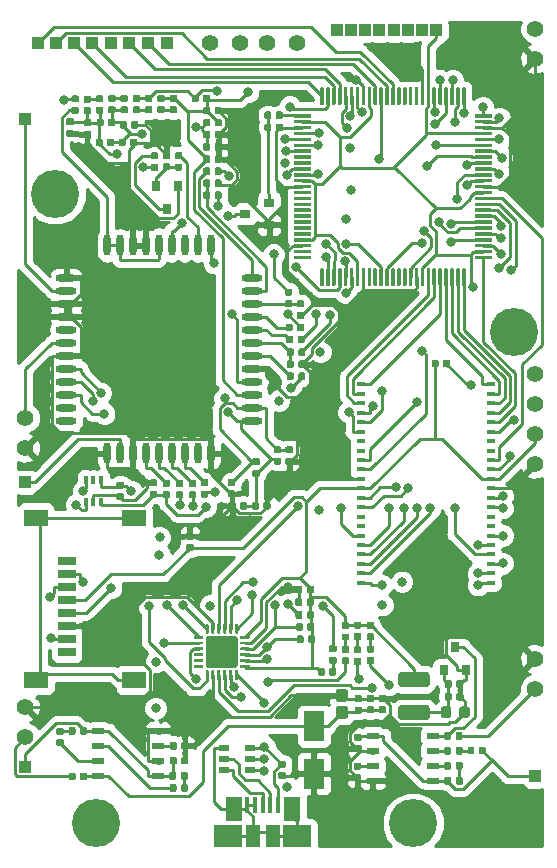
<source format=gbr>
G04 #@! TF.GenerationSoftware,KiCad,Pcbnew,5.0.2*
G04 #@! TF.CreationDate,2019-03-01T11:34:39+03:00*
G04 #@! TF.ProjectId,xmobile,786d6f62-696c-4652-9e6b-696361645f70,rev?*
G04 #@! TF.SameCoordinates,Original*
G04 #@! TF.FileFunction,Copper,L4,Bot*
G04 #@! TF.FilePolarity,Positive*
%FSLAX46Y46*%
G04 Gerber Fmt 4.6, Leading zero omitted, Abs format (unit mm)*
G04 Created by KiCad (PCBNEW 5.0.2) date Пт 01 мар 2019 11:34:39*
%MOMM*%
%LPD*%
G01*
G04 APERTURE LIST*
G04 #@! TA.AperFunction,ComponentPad*
%ADD10C,1.400000*%
G04 #@! TD*
G04 #@! TA.AperFunction,ComponentPad*
%ADD11C,4.064000*%
G04 #@! TD*
G04 #@! TA.AperFunction,SMDPad,CuDef*
%ADD12R,1.500000X0.800000*%
G04 #@! TD*
G04 #@! TA.AperFunction,SMDPad,CuDef*
%ADD13R,2.000000X1.450000*%
G04 #@! TD*
G04 #@! TA.AperFunction,SMDPad,CuDef*
%ADD14R,1.175000X1.900000*%
G04 #@! TD*
G04 #@! TA.AperFunction,SMDPad,CuDef*
%ADD15R,2.375000X1.900000*%
G04 #@! TD*
G04 #@! TA.AperFunction,SMDPad,CuDef*
%ADD16R,1.475000X2.100000*%
G04 #@! TD*
G04 #@! TA.AperFunction,SMDPad,CuDef*
%ADD17R,0.450000X1.380000*%
G04 #@! TD*
G04 #@! TA.AperFunction,Conductor*
%ADD18C,0.100000*%
G04 #@! TD*
G04 #@! TA.AperFunction,SMDPad,CuDef*
%ADD19C,0.590000*%
G04 #@! TD*
G04 #@! TA.AperFunction,SMDPad,CuDef*
%ADD20C,1.050000*%
G04 #@! TD*
G04 #@! TA.AperFunction,SMDPad,CuDef*
%ADD21C,0.875000*%
G04 #@! TD*
G04 #@! TA.AperFunction,SMDPad,CuDef*
%ADD22R,1.800000X2.500000*%
G04 #@! TD*
G04 #@! TA.AperFunction,SMDPad,CuDef*
%ADD23R,0.400000X0.650000*%
G04 #@! TD*
G04 #@! TA.AperFunction,ComponentPad*
%ADD24R,1.000000X1.000000*%
G04 #@! TD*
G04 #@! TA.AperFunction,SMDPad,CuDef*
%ADD25C,1.250000*%
G04 #@! TD*
G04 #@! TA.AperFunction,SMDPad,CuDef*
%ADD26R,0.900000X0.800000*%
G04 #@! TD*
G04 #@! TA.AperFunction,SMDPad,CuDef*
%ADD27R,0.800000X0.900000*%
G04 #@! TD*
G04 #@! TA.AperFunction,SMDPad,CuDef*
%ADD28R,1.100000X0.490000*%
G04 #@! TD*
G04 #@! TA.AperFunction,SMDPad,CuDef*
%ADD29O,0.600000X1.800000*%
G04 #@! TD*
G04 #@! TA.AperFunction,SMDPad,CuDef*
%ADD30O,1.800000X0.600000*%
G04 #@! TD*
G04 #@! TA.AperFunction,SMDPad,CuDef*
%ADD31R,0.950000X0.600000*%
G04 #@! TD*
G04 #@! TA.AperFunction,SMDPad,CuDef*
%ADD32R,0.800000X0.350000*%
G04 #@! TD*
G04 #@! TA.AperFunction,SMDPad,CuDef*
%ADD33C,0.300000*%
G04 #@! TD*
G04 #@! TA.AperFunction,SMDPad,CuDef*
%ADD34C,2.700000*%
G04 #@! TD*
G04 #@! TA.AperFunction,SMDPad,CuDef*
%ADD35C,0.250000*%
G04 #@! TD*
G04 #@! TA.AperFunction,ViaPad*
%ADD36C,0.800000*%
G04 #@! TD*
G04 #@! TA.AperFunction,Conductor*
%ADD37C,0.250000*%
G04 #@! TD*
G04 #@! TA.AperFunction,Conductor*
%ADD38C,0.254000*%
G04 #@! TD*
G04 APERTURE END LIST*
D10*
G04 #@! TO.P,W3,1*
G04 #@! TO.N,/audio/AUDIO_MICP*
X166568000Y-71064100D03*
G04 #@! TO.P,W3,2*
G04 #@! TO.N,/audio/AUDIO_MICN*
X169108000Y-71064100D03*
G04 #@! TD*
D11*
G04 #@! TO.P,h3,3*
G04 #@! TO.N,N/C*
X148590000Y-83820000D03*
G04 #@! TD*
G04 #@! TO.P,h4,4*
G04 #@! TO.N,N/C*
X187401000Y-95554800D03*
G04 #@! TD*
G04 #@! TO.P,h2,2*
G04 #@! TO.N,N/C*
X178905000Y-137109000D03*
G04 #@! TD*
G04 #@! TO.P,H1,1*
G04 #@! TO.N,N/C*
X152044000Y-137109000D03*
G04 #@! TD*
D12*
G04 #@! TO.P,J1,1*
G04 #@! TO.N,N/C*
X149580000Y-114910000D03*
G04 #@! TO.P,J1,2*
G04 #@! TO.N,/microSD_CS*
X149580000Y-116010000D03*
G04 #@! TO.P,J1,3*
G04 #@! TO.N,/microSD_DI*
X149580000Y-117110000D03*
G04 #@! TO.P,J1,4*
G04 #@! TO.N,3.3V*
X149580000Y-118210000D03*
G04 #@! TO.P,J1,5*
G04 #@! TO.N,/microSD_SCLK*
X149580000Y-119310000D03*
G04 #@! TO.P,J1,6*
G04 #@! TO.N,GND*
X149580000Y-120410000D03*
G04 #@! TO.P,J1,7*
G04 #@! TO.N,/microSD_DO*
X149580000Y-121510000D03*
G04 #@! TO.P,J1,8*
G04 #@! TO.N,N/C*
X149580000Y-122610000D03*
D13*
G04 #@! TO.P,J1,9*
G04 #@! TO.N,Net-(J1-Pad9)*
X155280000Y-124985000D03*
X155280000Y-111235000D03*
X146980000Y-111235000D03*
X146980000Y-124985000D03*
G04 #@! TD*
D14*
G04 #@! TO.P,J4,6*
G04 #@! TO.N,Net-(J4-Pad4)*
X165320000Y-138200000D03*
X167000000Y-138200000D03*
D15*
X163250000Y-138200000D03*
X169070000Y-138200000D03*
D16*
X163697500Y-135900000D03*
X168622500Y-135900000D03*
D17*
G04 #@! TO.P,J4,5*
X164860000Y-135540000D03*
G04 #@! TO.P,J4,4*
X165510000Y-135540000D03*
G04 #@! TO.P,J4,3*
G04 #@! TO.N,Net-(J4-Pad3)*
X166160000Y-135540000D03*
G04 #@! TO.P,J4,2*
G04 #@! TO.N,Net-(J4-Pad2)*
X166810000Y-135540000D03*
G04 #@! TO.P,J4,1*
G04 #@! TO.N,/xmobile_GSM/USB_VBUS*
X167460000Y-135540000D03*
G04 #@! TD*
D18*
G04 #@! TO.N,GND*
G04 #@! TO.C,C2*
G36*
X160186958Y-112505710D02*
X160201276Y-112507834D01*
X160215317Y-112511351D01*
X160228946Y-112516228D01*
X160242031Y-112522417D01*
X160254447Y-112529858D01*
X160266073Y-112538481D01*
X160276798Y-112548202D01*
X160286519Y-112558927D01*
X160295142Y-112570553D01*
X160302583Y-112582969D01*
X160308772Y-112596054D01*
X160313649Y-112609683D01*
X160317166Y-112623724D01*
X160319290Y-112638042D01*
X160320000Y-112652500D01*
X160320000Y-112947500D01*
X160319290Y-112961958D01*
X160317166Y-112976276D01*
X160313649Y-112990317D01*
X160308772Y-113003946D01*
X160302583Y-113017031D01*
X160295142Y-113029447D01*
X160286519Y-113041073D01*
X160276798Y-113051798D01*
X160266073Y-113061519D01*
X160254447Y-113070142D01*
X160242031Y-113077583D01*
X160228946Y-113083772D01*
X160215317Y-113088649D01*
X160201276Y-113092166D01*
X160186958Y-113094290D01*
X160172500Y-113095000D01*
X159827500Y-113095000D01*
X159813042Y-113094290D01*
X159798724Y-113092166D01*
X159784683Y-113088649D01*
X159771054Y-113083772D01*
X159757969Y-113077583D01*
X159745553Y-113070142D01*
X159733927Y-113061519D01*
X159723202Y-113051798D01*
X159713481Y-113041073D01*
X159704858Y-113029447D01*
X159697417Y-113017031D01*
X159691228Y-113003946D01*
X159686351Y-112990317D01*
X159682834Y-112976276D01*
X159680710Y-112961958D01*
X159680000Y-112947500D01*
X159680000Y-112652500D01*
X159680710Y-112638042D01*
X159682834Y-112623724D01*
X159686351Y-112609683D01*
X159691228Y-112596054D01*
X159697417Y-112582969D01*
X159704858Y-112570553D01*
X159713481Y-112558927D01*
X159723202Y-112548202D01*
X159733927Y-112538481D01*
X159745553Y-112529858D01*
X159757969Y-112522417D01*
X159771054Y-112516228D01*
X159784683Y-112511351D01*
X159798724Y-112507834D01*
X159813042Y-112505710D01*
X159827500Y-112505000D01*
X160172500Y-112505000D01*
X160186958Y-112505710D01*
X160186958Y-112505710D01*
G37*
D19*
G04 #@! TD*
G04 #@! TO.P,C2,2*
G04 #@! TO.N,GND*
X160000000Y-112800000D03*
D18*
G04 #@! TO.N,3.3V*
G04 #@! TO.C,C2*
G36*
X160186958Y-113475710D02*
X160201276Y-113477834D01*
X160215317Y-113481351D01*
X160228946Y-113486228D01*
X160242031Y-113492417D01*
X160254447Y-113499858D01*
X160266073Y-113508481D01*
X160276798Y-113518202D01*
X160286519Y-113528927D01*
X160295142Y-113540553D01*
X160302583Y-113552969D01*
X160308772Y-113566054D01*
X160313649Y-113579683D01*
X160317166Y-113593724D01*
X160319290Y-113608042D01*
X160320000Y-113622500D01*
X160320000Y-113917500D01*
X160319290Y-113931958D01*
X160317166Y-113946276D01*
X160313649Y-113960317D01*
X160308772Y-113973946D01*
X160302583Y-113987031D01*
X160295142Y-113999447D01*
X160286519Y-114011073D01*
X160276798Y-114021798D01*
X160266073Y-114031519D01*
X160254447Y-114040142D01*
X160242031Y-114047583D01*
X160228946Y-114053772D01*
X160215317Y-114058649D01*
X160201276Y-114062166D01*
X160186958Y-114064290D01*
X160172500Y-114065000D01*
X159827500Y-114065000D01*
X159813042Y-114064290D01*
X159798724Y-114062166D01*
X159784683Y-114058649D01*
X159771054Y-114053772D01*
X159757969Y-114047583D01*
X159745553Y-114040142D01*
X159733927Y-114031519D01*
X159723202Y-114021798D01*
X159713481Y-114011073D01*
X159704858Y-113999447D01*
X159697417Y-113987031D01*
X159691228Y-113973946D01*
X159686351Y-113960317D01*
X159682834Y-113946276D01*
X159680710Y-113931958D01*
X159680000Y-113917500D01*
X159680000Y-113622500D01*
X159680710Y-113608042D01*
X159682834Y-113593724D01*
X159686351Y-113579683D01*
X159691228Y-113566054D01*
X159697417Y-113552969D01*
X159704858Y-113540553D01*
X159713481Y-113528927D01*
X159723202Y-113518202D01*
X159733927Y-113508481D01*
X159745553Y-113499858D01*
X159757969Y-113492417D01*
X159771054Y-113486228D01*
X159784683Y-113481351D01*
X159798724Y-113477834D01*
X159813042Y-113475710D01*
X159827500Y-113475000D01*
X160172500Y-113475000D01*
X160186958Y-113475710D01*
X160186958Y-113475710D01*
G37*
D19*
G04 #@! TD*
G04 #@! TO.P,C2,1*
G04 #@! TO.N,3.3V*
X160000000Y-113770000D03*
D18*
G04 #@! TO.N,/audio/AUDIO_SPKP*
G04 #@! TO.C,C3*
G36*
X164707958Y-109916710D02*
X164722276Y-109918834D01*
X164736317Y-109922351D01*
X164749946Y-109927228D01*
X164763031Y-109933417D01*
X164775447Y-109940858D01*
X164787073Y-109949481D01*
X164797798Y-109959202D01*
X164807519Y-109969927D01*
X164816142Y-109981553D01*
X164823583Y-109993969D01*
X164829772Y-110007054D01*
X164834649Y-110020683D01*
X164838166Y-110034724D01*
X164840290Y-110049042D01*
X164841000Y-110063500D01*
X164841000Y-110408500D01*
X164840290Y-110422958D01*
X164838166Y-110437276D01*
X164834649Y-110451317D01*
X164829772Y-110464946D01*
X164823583Y-110478031D01*
X164816142Y-110490447D01*
X164807519Y-110502073D01*
X164797798Y-110512798D01*
X164787073Y-110522519D01*
X164775447Y-110531142D01*
X164763031Y-110538583D01*
X164749946Y-110544772D01*
X164736317Y-110549649D01*
X164722276Y-110553166D01*
X164707958Y-110555290D01*
X164693500Y-110556000D01*
X164398500Y-110556000D01*
X164384042Y-110555290D01*
X164369724Y-110553166D01*
X164355683Y-110549649D01*
X164342054Y-110544772D01*
X164328969Y-110538583D01*
X164316553Y-110531142D01*
X164304927Y-110522519D01*
X164294202Y-110512798D01*
X164284481Y-110502073D01*
X164275858Y-110490447D01*
X164268417Y-110478031D01*
X164262228Y-110464946D01*
X164257351Y-110451317D01*
X164253834Y-110437276D01*
X164251710Y-110422958D01*
X164251000Y-110408500D01*
X164251000Y-110063500D01*
X164251710Y-110049042D01*
X164253834Y-110034724D01*
X164257351Y-110020683D01*
X164262228Y-110007054D01*
X164268417Y-109993969D01*
X164275858Y-109981553D01*
X164284481Y-109969927D01*
X164294202Y-109959202D01*
X164304927Y-109949481D01*
X164316553Y-109940858D01*
X164328969Y-109933417D01*
X164342054Y-109927228D01*
X164355683Y-109922351D01*
X164369724Y-109918834D01*
X164384042Y-109916710D01*
X164398500Y-109916000D01*
X164693500Y-109916000D01*
X164707958Y-109916710D01*
X164707958Y-109916710D01*
G37*
D19*
G04 #@! TD*
G04 #@! TO.P,C3,2*
G04 #@! TO.N,/audio/AUDIO_SPKP*
X164546000Y-110236000D03*
D18*
G04 #@! TO.N,GND*
G04 #@! TO.C,C3*
G36*
X163737958Y-109916710D02*
X163752276Y-109918834D01*
X163766317Y-109922351D01*
X163779946Y-109927228D01*
X163793031Y-109933417D01*
X163805447Y-109940858D01*
X163817073Y-109949481D01*
X163827798Y-109959202D01*
X163837519Y-109969927D01*
X163846142Y-109981553D01*
X163853583Y-109993969D01*
X163859772Y-110007054D01*
X163864649Y-110020683D01*
X163868166Y-110034724D01*
X163870290Y-110049042D01*
X163871000Y-110063500D01*
X163871000Y-110408500D01*
X163870290Y-110422958D01*
X163868166Y-110437276D01*
X163864649Y-110451317D01*
X163859772Y-110464946D01*
X163853583Y-110478031D01*
X163846142Y-110490447D01*
X163837519Y-110502073D01*
X163827798Y-110512798D01*
X163817073Y-110522519D01*
X163805447Y-110531142D01*
X163793031Y-110538583D01*
X163779946Y-110544772D01*
X163766317Y-110549649D01*
X163752276Y-110553166D01*
X163737958Y-110555290D01*
X163723500Y-110556000D01*
X163428500Y-110556000D01*
X163414042Y-110555290D01*
X163399724Y-110553166D01*
X163385683Y-110549649D01*
X163372054Y-110544772D01*
X163358969Y-110538583D01*
X163346553Y-110531142D01*
X163334927Y-110522519D01*
X163324202Y-110512798D01*
X163314481Y-110502073D01*
X163305858Y-110490447D01*
X163298417Y-110478031D01*
X163292228Y-110464946D01*
X163287351Y-110451317D01*
X163283834Y-110437276D01*
X163281710Y-110422958D01*
X163281000Y-110408500D01*
X163281000Y-110063500D01*
X163281710Y-110049042D01*
X163283834Y-110034724D01*
X163287351Y-110020683D01*
X163292228Y-110007054D01*
X163298417Y-109993969D01*
X163305858Y-109981553D01*
X163314481Y-109969927D01*
X163324202Y-109959202D01*
X163334927Y-109949481D01*
X163346553Y-109940858D01*
X163358969Y-109933417D01*
X163372054Y-109927228D01*
X163385683Y-109922351D01*
X163399724Y-109918834D01*
X163414042Y-109916710D01*
X163428500Y-109916000D01*
X163723500Y-109916000D01*
X163737958Y-109916710D01*
X163737958Y-109916710D01*
G37*
D19*
G04 #@! TD*
G04 #@! TO.P,C3,1*
G04 #@! TO.N,GND*
X163576000Y-110236000D03*
D18*
G04 #@! TO.N,/audio/AUDIO_SPKN*
G04 #@! TO.C,C4*
G36*
X165786958Y-106205710D02*
X165801276Y-106207834D01*
X165815317Y-106211351D01*
X165828946Y-106216228D01*
X165842031Y-106222417D01*
X165854447Y-106229858D01*
X165866073Y-106238481D01*
X165876798Y-106248202D01*
X165886519Y-106258927D01*
X165895142Y-106270553D01*
X165902583Y-106282969D01*
X165908772Y-106296054D01*
X165913649Y-106309683D01*
X165917166Y-106323724D01*
X165919290Y-106338042D01*
X165920000Y-106352500D01*
X165920000Y-106647500D01*
X165919290Y-106661958D01*
X165917166Y-106676276D01*
X165913649Y-106690317D01*
X165908772Y-106703946D01*
X165902583Y-106717031D01*
X165895142Y-106729447D01*
X165886519Y-106741073D01*
X165876798Y-106751798D01*
X165866073Y-106761519D01*
X165854447Y-106770142D01*
X165842031Y-106777583D01*
X165828946Y-106783772D01*
X165815317Y-106788649D01*
X165801276Y-106792166D01*
X165786958Y-106794290D01*
X165772500Y-106795000D01*
X165427500Y-106795000D01*
X165413042Y-106794290D01*
X165398724Y-106792166D01*
X165384683Y-106788649D01*
X165371054Y-106783772D01*
X165357969Y-106777583D01*
X165345553Y-106770142D01*
X165333927Y-106761519D01*
X165323202Y-106751798D01*
X165313481Y-106741073D01*
X165304858Y-106729447D01*
X165297417Y-106717031D01*
X165291228Y-106703946D01*
X165286351Y-106690317D01*
X165282834Y-106676276D01*
X165280710Y-106661958D01*
X165280000Y-106647500D01*
X165280000Y-106352500D01*
X165280710Y-106338042D01*
X165282834Y-106323724D01*
X165286351Y-106309683D01*
X165291228Y-106296054D01*
X165297417Y-106282969D01*
X165304858Y-106270553D01*
X165313481Y-106258927D01*
X165323202Y-106248202D01*
X165333927Y-106238481D01*
X165345553Y-106229858D01*
X165357969Y-106222417D01*
X165371054Y-106216228D01*
X165384683Y-106211351D01*
X165398724Y-106207834D01*
X165413042Y-106205710D01*
X165427500Y-106205000D01*
X165772500Y-106205000D01*
X165786958Y-106205710D01*
X165786958Y-106205710D01*
G37*
D19*
G04 #@! TD*
G04 #@! TO.P,C4,2*
G04 #@! TO.N,/audio/AUDIO_SPKN*
X165600000Y-106500000D03*
D18*
G04 #@! TO.N,/audio/AUDIO_SPKP*
G04 #@! TO.C,C4*
G36*
X165786958Y-107175710D02*
X165801276Y-107177834D01*
X165815317Y-107181351D01*
X165828946Y-107186228D01*
X165842031Y-107192417D01*
X165854447Y-107199858D01*
X165866073Y-107208481D01*
X165876798Y-107218202D01*
X165886519Y-107228927D01*
X165895142Y-107240553D01*
X165902583Y-107252969D01*
X165908772Y-107266054D01*
X165913649Y-107279683D01*
X165917166Y-107293724D01*
X165919290Y-107308042D01*
X165920000Y-107322500D01*
X165920000Y-107617500D01*
X165919290Y-107631958D01*
X165917166Y-107646276D01*
X165913649Y-107660317D01*
X165908772Y-107673946D01*
X165902583Y-107687031D01*
X165895142Y-107699447D01*
X165886519Y-107711073D01*
X165876798Y-107721798D01*
X165866073Y-107731519D01*
X165854447Y-107740142D01*
X165842031Y-107747583D01*
X165828946Y-107753772D01*
X165815317Y-107758649D01*
X165801276Y-107762166D01*
X165786958Y-107764290D01*
X165772500Y-107765000D01*
X165427500Y-107765000D01*
X165413042Y-107764290D01*
X165398724Y-107762166D01*
X165384683Y-107758649D01*
X165371054Y-107753772D01*
X165357969Y-107747583D01*
X165345553Y-107740142D01*
X165333927Y-107731519D01*
X165323202Y-107721798D01*
X165313481Y-107711073D01*
X165304858Y-107699447D01*
X165297417Y-107687031D01*
X165291228Y-107673946D01*
X165286351Y-107660317D01*
X165282834Y-107646276D01*
X165280710Y-107631958D01*
X165280000Y-107617500D01*
X165280000Y-107322500D01*
X165280710Y-107308042D01*
X165282834Y-107293724D01*
X165286351Y-107279683D01*
X165291228Y-107266054D01*
X165297417Y-107252969D01*
X165304858Y-107240553D01*
X165313481Y-107228927D01*
X165323202Y-107218202D01*
X165333927Y-107208481D01*
X165345553Y-107199858D01*
X165357969Y-107192417D01*
X165371054Y-107186228D01*
X165384683Y-107181351D01*
X165398724Y-107177834D01*
X165413042Y-107175710D01*
X165427500Y-107175000D01*
X165772500Y-107175000D01*
X165786958Y-107175710D01*
X165786958Y-107175710D01*
G37*
D19*
G04 #@! TD*
G04 #@! TO.P,C4,1*
G04 #@! TO.N,/audio/AUDIO_SPKP*
X165600000Y-107470000D03*
D18*
G04 #@! TO.N,GND*
G04 #@! TO.C,C5*
G36*
X163711958Y-108925710D02*
X163726276Y-108927834D01*
X163740317Y-108931351D01*
X163753946Y-108936228D01*
X163767031Y-108942417D01*
X163779447Y-108949858D01*
X163791073Y-108958481D01*
X163801798Y-108968202D01*
X163811519Y-108978927D01*
X163820142Y-108990553D01*
X163827583Y-109002969D01*
X163833772Y-109016054D01*
X163838649Y-109029683D01*
X163842166Y-109043724D01*
X163844290Y-109058042D01*
X163845000Y-109072500D01*
X163845000Y-109367500D01*
X163844290Y-109381958D01*
X163842166Y-109396276D01*
X163838649Y-109410317D01*
X163833772Y-109423946D01*
X163827583Y-109437031D01*
X163820142Y-109449447D01*
X163811519Y-109461073D01*
X163801798Y-109471798D01*
X163791073Y-109481519D01*
X163779447Y-109490142D01*
X163767031Y-109497583D01*
X163753946Y-109503772D01*
X163740317Y-109508649D01*
X163726276Y-109512166D01*
X163711958Y-109514290D01*
X163697500Y-109515000D01*
X163352500Y-109515000D01*
X163338042Y-109514290D01*
X163323724Y-109512166D01*
X163309683Y-109508649D01*
X163296054Y-109503772D01*
X163282969Y-109497583D01*
X163270553Y-109490142D01*
X163258927Y-109481519D01*
X163248202Y-109471798D01*
X163238481Y-109461073D01*
X163229858Y-109449447D01*
X163222417Y-109437031D01*
X163216228Y-109423946D01*
X163211351Y-109410317D01*
X163207834Y-109396276D01*
X163205710Y-109381958D01*
X163205000Y-109367500D01*
X163205000Y-109072500D01*
X163205710Y-109058042D01*
X163207834Y-109043724D01*
X163211351Y-109029683D01*
X163216228Y-109016054D01*
X163222417Y-109002969D01*
X163229858Y-108990553D01*
X163238481Y-108978927D01*
X163248202Y-108968202D01*
X163258927Y-108958481D01*
X163270553Y-108949858D01*
X163282969Y-108942417D01*
X163296054Y-108936228D01*
X163309683Y-108931351D01*
X163323724Y-108927834D01*
X163338042Y-108925710D01*
X163352500Y-108925000D01*
X163697500Y-108925000D01*
X163711958Y-108925710D01*
X163711958Y-108925710D01*
G37*
D19*
G04 #@! TD*
G04 #@! TO.P,C5,2*
G04 #@! TO.N,GND*
X163525000Y-109220000D03*
D18*
G04 #@! TO.N,/audio/AUDIO_SPKN*
G04 #@! TO.C,C5*
G36*
X163711958Y-107955710D02*
X163726276Y-107957834D01*
X163740317Y-107961351D01*
X163753946Y-107966228D01*
X163767031Y-107972417D01*
X163779447Y-107979858D01*
X163791073Y-107988481D01*
X163801798Y-107998202D01*
X163811519Y-108008927D01*
X163820142Y-108020553D01*
X163827583Y-108032969D01*
X163833772Y-108046054D01*
X163838649Y-108059683D01*
X163842166Y-108073724D01*
X163844290Y-108088042D01*
X163845000Y-108102500D01*
X163845000Y-108397500D01*
X163844290Y-108411958D01*
X163842166Y-108426276D01*
X163838649Y-108440317D01*
X163833772Y-108453946D01*
X163827583Y-108467031D01*
X163820142Y-108479447D01*
X163811519Y-108491073D01*
X163801798Y-108501798D01*
X163791073Y-108511519D01*
X163779447Y-108520142D01*
X163767031Y-108527583D01*
X163753946Y-108533772D01*
X163740317Y-108538649D01*
X163726276Y-108542166D01*
X163711958Y-108544290D01*
X163697500Y-108545000D01*
X163352500Y-108545000D01*
X163338042Y-108544290D01*
X163323724Y-108542166D01*
X163309683Y-108538649D01*
X163296054Y-108533772D01*
X163282969Y-108527583D01*
X163270553Y-108520142D01*
X163258927Y-108511519D01*
X163248202Y-108501798D01*
X163238481Y-108491073D01*
X163229858Y-108479447D01*
X163222417Y-108467031D01*
X163216228Y-108453946D01*
X163211351Y-108440317D01*
X163207834Y-108426276D01*
X163205710Y-108411958D01*
X163205000Y-108397500D01*
X163205000Y-108102500D01*
X163205710Y-108088042D01*
X163207834Y-108073724D01*
X163211351Y-108059683D01*
X163216228Y-108046054D01*
X163222417Y-108032969D01*
X163229858Y-108020553D01*
X163238481Y-108008927D01*
X163248202Y-107998202D01*
X163258927Y-107988481D01*
X163270553Y-107979858D01*
X163282969Y-107972417D01*
X163296054Y-107966228D01*
X163309683Y-107961351D01*
X163323724Y-107957834D01*
X163338042Y-107955710D01*
X163352500Y-107955000D01*
X163697500Y-107955000D01*
X163711958Y-107955710D01*
X163711958Y-107955710D01*
G37*
D19*
G04 #@! TD*
G04 #@! TO.P,C5,1*
G04 #@! TO.N,/audio/AUDIO_SPKN*
X163525000Y-108250000D03*
D18*
G04 #@! TO.N,GND*
G04 #@! TO.C,C6*
G36*
X166683958Y-109916710D02*
X166698276Y-109918834D01*
X166712317Y-109922351D01*
X166725946Y-109927228D01*
X166739031Y-109933417D01*
X166751447Y-109940858D01*
X166763073Y-109949481D01*
X166773798Y-109959202D01*
X166783519Y-109969927D01*
X166792142Y-109981553D01*
X166799583Y-109993969D01*
X166805772Y-110007054D01*
X166810649Y-110020683D01*
X166814166Y-110034724D01*
X166816290Y-110049042D01*
X166817000Y-110063500D01*
X166817000Y-110408500D01*
X166816290Y-110422958D01*
X166814166Y-110437276D01*
X166810649Y-110451317D01*
X166805772Y-110464946D01*
X166799583Y-110478031D01*
X166792142Y-110490447D01*
X166783519Y-110502073D01*
X166773798Y-110512798D01*
X166763073Y-110522519D01*
X166751447Y-110531142D01*
X166739031Y-110538583D01*
X166725946Y-110544772D01*
X166712317Y-110549649D01*
X166698276Y-110553166D01*
X166683958Y-110555290D01*
X166669500Y-110556000D01*
X166374500Y-110556000D01*
X166360042Y-110555290D01*
X166345724Y-110553166D01*
X166331683Y-110549649D01*
X166318054Y-110544772D01*
X166304969Y-110538583D01*
X166292553Y-110531142D01*
X166280927Y-110522519D01*
X166270202Y-110512798D01*
X166260481Y-110502073D01*
X166251858Y-110490447D01*
X166244417Y-110478031D01*
X166238228Y-110464946D01*
X166233351Y-110451317D01*
X166229834Y-110437276D01*
X166227710Y-110422958D01*
X166227000Y-110408500D01*
X166227000Y-110063500D01*
X166227710Y-110049042D01*
X166229834Y-110034724D01*
X166233351Y-110020683D01*
X166238228Y-110007054D01*
X166244417Y-109993969D01*
X166251858Y-109981553D01*
X166260481Y-109969927D01*
X166270202Y-109959202D01*
X166280927Y-109949481D01*
X166292553Y-109940858D01*
X166304969Y-109933417D01*
X166318054Y-109927228D01*
X166331683Y-109922351D01*
X166345724Y-109918834D01*
X166360042Y-109916710D01*
X166374500Y-109916000D01*
X166669500Y-109916000D01*
X166683958Y-109916710D01*
X166683958Y-109916710D01*
G37*
D19*
G04 #@! TD*
G04 #@! TO.P,C6,1*
G04 #@! TO.N,GND*
X166522000Y-110236000D03*
D18*
G04 #@! TO.N,/audio/AUDIO_SPKP*
G04 #@! TO.C,C6*
G36*
X165713958Y-109916710D02*
X165728276Y-109918834D01*
X165742317Y-109922351D01*
X165755946Y-109927228D01*
X165769031Y-109933417D01*
X165781447Y-109940858D01*
X165793073Y-109949481D01*
X165803798Y-109959202D01*
X165813519Y-109969927D01*
X165822142Y-109981553D01*
X165829583Y-109993969D01*
X165835772Y-110007054D01*
X165840649Y-110020683D01*
X165844166Y-110034724D01*
X165846290Y-110049042D01*
X165847000Y-110063500D01*
X165847000Y-110408500D01*
X165846290Y-110422958D01*
X165844166Y-110437276D01*
X165840649Y-110451317D01*
X165835772Y-110464946D01*
X165829583Y-110478031D01*
X165822142Y-110490447D01*
X165813519Y-110502073D01*
X165803798Y-110512798D01*
X165793073Y-110522519D01*
X165781447Y-110531142D01*
X165769031Y-110538583D01*
X165755946Y-110544772D01*
X165742317Y-110549649D01*
X165728276Y-110553166D01*
X165713958Y-110555290D01*
X165699500Y-110556000D01*
X165404500Y-110556000D01*
X165390042Y-110555290D01*
X165375724Y-110553166D01*
X165361683Y-110549649D01*
X165348054Y-110544772D01*
X165334969Y-110538583D01*
X165322553Y-110531142D01*
X165310927Y-110522519D01*
X165300202Y-110512798D01*
X165290481Y-110502073D01*
X165281858Y-110490447D01*
X165274417Y-110478031D01*
X165268228Y-110464946D01*
X165263351Y-110451317D01*
X165259834Y-110437276D01*
X165257710Y-110422958D01*
X165257000Y-110408500D01*
X165257000Y-110063500D01*
X165257710Y-110049042D01*
X165259834Y-110034724D01*
X165263351Y-110020683D01*
X165268228Y-110007054D01*
X165274417Y-109993969D01*
X165281858Y-109981553D01*
X165290481Y-109969927D01*
X165300202Y-109959202D01*
X165310927Y-109949481D01*
X165322553Y-109940858D01*
X165334969Y-109933417D01*
X165348054Y-109927228D01*
X165361683Y-109922351D01*
X165375724Y-109918834D01*
X165390042Y-109916710D01*
X165404500Y-109916000D01*
X165699500Y-109916000D01*
X165713958Y-109916710D01*
X165713958Y-109916710D01*
G37*
D19*
G04 #@! TD*
G04 #@! TO.P,C6,2*
G04 #@! TO.N,/audio/AUDIO_SPKP*
X165552000Y-110236000D03*
D18*
G04 #@! TO.N,/audio/AUDIO_SPKN*
G04 #@! TO.C,C7*
G36*
X167586958Y-105183710D02*
X167601276Y-105185834D01*
X167615317Y-105189351D01*
X167628946Y-105194228D01*
X167642031Y-105200417D01*
X167654447Y-105207858D01*
X167666073Y-105216481D01*
X167676798Y-105226202D01*
X167686519Y-105236927D01*
X167695142Y-105248553D01*
X167702583Y-105260969D01*
X167708772Y-105274054D01*
X167713649Y-105287683D01*
X167717166Y-105301724D01*
X167719290Y-105316042D01*
X167720000Y-105330500D01*
X167720000Y-105625500D01*
X167719290Y-105639958D01*
X167717166Y-105654276D01*
X167713649Y-105668317D01*
X167708772Y-105681946D01*
X167702583Y-105695031D01*
X167695142Y-105707447D01*
X167686519Y-105719073D01*
X167676798Y-105729798D01*
X167666073Y-105739519D01*
X167654447Y-105748142D01*
X167642031Y-105755583D01*
X167628946Y-105761772D01*
X167615317Y-105766649D01*
X167601276Y-105770166D01*
X167586958Y-105772290D01*
X167572500Y-105773000D01*
X167227500Y-105773000D01*
X167213042Y-105772290D01*
X167198724Y-105770166D01*
X167184683Y-105766649D01*
X167171054Y-105761772D01*
X167157969Y-105755583D01*
X167145553Y-105748142D01*
X167133927Y-105739519D01*
X167123202Y-105729798D01*
X167113481Y-105719073D01*
X167104858Y-105707447D01*
X167097417Y-105695031D01*
X167091228Y-105681946D01*
X167086351Y-105668317D01*
X167082834Y-105654276D01*
X167080710Y-105639958D01*
X167080000Y-105625500D01*
X167080000Y-105330500D01*
X167080710Y-105316042D01*
X167082834Y-105301724D01*
X167086351Y-105287683D01*
X167091228Y-105274054D01*
X167097417Y-105260969D01*
X167104858Y-105248553D01*
X167113481Y-105236927D01*
X167123202Y-105226202D01*
X167133927Y-105216481D01*
X167145553Y-105207858D01*
X167157969Y-105200417D01*
X167171054Y-105194228D01*
X167184683Y-105189351D01*
X167198724Y-105185834D01*
X167213042Y-105183710D01*
X167227500Y-105183000D01*
X167572500Y-105183000D01*
X167586958Y-105183710D01*
X167586958Y-105183710D01*
G37*
D19*
G04 #@! TD*
G04 #@! TO.P,C7,2*
G04 #@! TO.N,/audio/AUDIO_SPKN*
X167400000Y-105478000D03*
D18*
G04 #@! TO.N,/audio/AUDIO_SPKP*
G04 #@! TO.C,C7*
G36*
X167586958Y-106153710D02*
X167601276Y-106155834D01*
X167615317Y-106159351D01*
X167628946Y-106164228D01*
X167642031Y-106170417D01*
X167654447Y-106177858D01*
X167666073Y-106186481D01*
X167676798Y-106196202D01*
X167686519Y-106206927D01*
X167695142Y-106218553D01*
X167702583Y-106230969D01*
X167708772Y-106244054D01*
X167713649Y-106257683D01*
X167717166Y-106271724D01*
X167719290Y-106286042D01*
X167720000Y-106300500D01*
X167720000Y-106595500D01*
X167719290Y-106609958D01*
X167717166Y-106624276D01*
X167713649Y-106638317D01*
X167708772Y-106651946D01*
X167702583Y-106665031D01*
X167695142Y-106677447D01*
X167686519Y-106689073D01*
X167676798Y-106699798D01*
X167666073Y-106709519D01*
X167654447Y-106718142D01*
X167642031Y-106725583D01*
X167628946Y-106731772D01*
X167615317Y-106736649D01*
X167601276Y-106740166D01*
X167586958Y-106742290D01*
X167572500Y-106743000D01*
X167227500Y-106743000D01*
X167213042Y-106742290D01*
X167198724Y-106740166D01*
X167184683Y-106736649D01*
X167171054Y-106731772D01*
X167157969Y-106725583D01*
X167145553Y-106718142D01*
X167133927Y-106709519D01*
X167123202Y-106699798D01*
X167113481Y-106689073D01*
X167104858Y-106677447D01*
X167097417Y-106665031D01*
X167091228Y-106651946D01*
X167086351Y-106638317D01*
X167082834Y-106624276D01*
X167080710Y-106609958D01*
X167080000Y-106595500D01*
X167080000Y-106300500D01*
X167080710Y-106286042D01*
X167082834Y-106271724D01*
X167086351Y-106257683D01*
X167091228Y-106244054D01*
X167097417Y-106230969D01*
X167104858Y-106218553D01*
X167113481Y-106206927D01*
X167123202Y-106196202D01*
X167133927Y-106186481D01*
X167145553Y-106177858D01*
X167157969Y-106170417D01*
X167171054Y-106164228D01*
X167184683Y-106159351D01*
X167198724Y-106155834D01*
X167213042Y-106153710D01*
X167227500Y-106153000D01*
X167572500Y-106153000D01*
X167586958Y-106153710D01*
X167586958Y-106153710D01*
G37*
D19*
G04 #@! TD*
G04 #@! TO.P,C7,1*
G04 #@! TO.N,/audio/AUDIO_SPKP*
X167400000Y-106448000D03*
D18*
G04 #@! TO.N,/audio/AUDIO_SPKN*
G04 #@! TO.C,C8*
G36*
X168586958Y-105205710D02*
X168601276Y-105207834D01*
X168615317Y-105211351D01*
X168628946Y-105216228D01*
X168642031Y-105222417D01*
X168654447Y-105229858D01*
X168666073Y-105238481D01*
X168676798Y-105248202D01*
X168686519Y-105258927D01*
X168695142Y-105270553D01*
X168702583Y-105282969D01*
X168708772Y-105296054D01*
X168713649Y-105309683D01*
X168717166Y-105323724D01*
X168719290Y-105338042D01*
X168720000Y-105352500D01*
X168720000Y-105647500D01*
X168719290Y-105661958D01*
X168717166Y-105676276D01*
X168713649Y-105690317D01*
X168708772Y-105703946D01*
X168702583Y-105717031D01*
X168695142Y-105729447D01*
X168686519Y-105741073D01*
X168676798Y-105751798D01*
X168666073Y-105761519D01*
X168654447Y-105770142D01*
X168642031Y-105777583D01*
X168628946Y-105783772D01*
X168615317Y-105788649D01*
X168601276Y-105792166D01*
X168586958Y-105794290D01*
X168572500Y-105795000D01*
X168227500Y-105795000D01*
X168213042Y-105794290D01*
X168198724Y-105792166D01*
X168184683Y-105788649D01*
X168171054Y-105783772D01*
X168157969Y-105777583D01*
X168145553Y-105770142D01*
X168133927Y-105761519D01*
X168123202Y-105751798D01*
X168113481Y-105741073D01*
X168104858Y-105729447D01*
X168097417Y-105717031D01*
X168091228Y-105703946D01*
X168086351Y-105690317D01*
X168082834Y-105676276D01*
X168080710Y-105661958D01*
X168080000Y-105647500D01*
X168080000Y-105352500D01*
X168080710Y-105338042D01*
X168082834Y-105323724D01*
X168086351Y-105309683D01*
X168091228Y-105296054D01*
X168097417Y-105282969D01*
X168104858Y-105270553D01*
X168113481Y-105258927D01*
X168123202Y-105248202D01*
X168133927Y-105238481D01*
X168145553Y-105229858D01*
X168157969Y-105222417D01*
X168171054Y-105216228D01*
X168184683Y-105211351D01*
X168198724Y-105207834D01*
X168213042Y-105205710D01*
X168227500Y-105205000D01*
X168572500Y-105205000D01*
X168586958Y-105205710D01*
X168586958Y-105205710D01*
G37*
D19*
G04 #@! TD*
G04 #@! TO.P,C8,1*
G04 #@! TO.N,/audio/AUDIO_SPKN*
X168400000Y-105500000D03*
D18*
G04 #@! TO.N,GND*
G04 #@! TO.C,C8*
G36*
X168586958Y-106175710D02*
X168601276Y-106177834D01*
X168615317Y-106181351D01*
X168628946Y-106186228D01*
X168642031Y-106192417D01*
X168654447Y-106199858D01*
X168666073Y-106208481D01*
X168676798Y-106218202D01*
X168686519Y-106228927D01*
X168695142Y-106240553D01*
X168702583Y-106252969D01*
X168708772Y-106266054D01*
X168713649Y-106279683D01*
X168717166Y-106293724D01*
X168719290Y-106308042D01*
X168720000Y-106322500D01*
X168720000Y-106617500D01*
X168719290Y-106631958D01*
X168717166Y-106646276D01*
X168713649Y-106660317D01*
X168708772Y-106673946D01*
X168702583Y-106687031D01*
X168695142Y-106699447D01*
X168686519Y-106711073D01*
X168676798Y-106721798D01*
X168666073Y-106731519D01*
X168654447Y-106740142D01*
X168642031Y-106747583D01*
X168628946Y-106753772D01*
X168615317Y-106758649D01*
X168601276Y-106762166D01*
X168586958Y-106764290D01*
X168572500Y-106765000D01*
X168227500Y-106765000D01*
X168213042Y-106764290D01*
X168198724Y-106762166D01*
X168184683Y-106758649D01*
X168171054Y-106753772D01*
X168157969Y-106747583D01*
X168145553Y-106740142D01*
X168133927Y-106731519D01*
X168123202Y-106721798D01*
X168113481Y-106711073D01*
X168104858Y-106699447D01*
X168097417Y-106687031D01*
X168091228Y-106673946D01*
X168086351Y-106660317D01*
X168082834Y-106646276D01*
X168080710Y-106631958D01*
X168080000Y-106617500D01*
X168080000Y-106322500D01*
X168080710Y-106308042D01*
X168082834Y-106293724D01*
X168086351Y-106279683D01*
X168091228Y-106266054D01*
X168097417Y-106252969D01*
X168104858Y-106240553D01*
X168113481Y-106228927D01*
X168123202Y-106218202D01*
X168133927Y-106208481D01*
X168145553Y-106199858D01*
X168157969Y-106192417D01*
X168171054Y-106186228D01*
X168184683Y-106181351D01*
X168198724Y-106177834D01*
X168213042Y-106175710D01*
X168227500Y-106175000D01*
X168572500Y-106175000D01*
X168586958Y-106175710D01*
X168586958Y-106175710D01*
G37*
D19*
G04 #@! TD*
G04 #@! TO.P,C8,2*
G04 #@! TO.N,GND*
X168400000Y-106470000D03*
D18*
G04 #@! TO.N,GND*
G04 #@! TO.C,C9*
G36*
X162558958Y-78491810D02*
X162573276Y-78493934D01*
X162587317Y-78497451D01*
X162600946Y-78502328D01*
X162614031Y-78508517D01*
X162626447Y-78515958D01*
X162638073Y-78524581D01*
X162648798Y-78534302D01*
X162658519Y-78545027D01*
X162667142Y-78556653D01*
X162674583Y-78569069D01*
X162680772Y-78582154D01*
X162685649Y-78595783D01*
X162689166Y-78609824D01*
X162691290Y-78624142D01*
X162692000Y-78638600D01*
X162692000Y-78983600D01*
X162691290Y-78998058D01*
X162689166Y-79012376D01*
X162685649Y-79026417D01*
X162680772Y-79040046D01*
X162674583Y-79053131D01*
X162667142Y-79065547D01*
X162658519Y-79077173D01*
X162648798Y-79087898D01*
X162638073Y-79097619D01*
X162626447Y-79106242D01*
X162614031Y-79113683D01*
X162600946Y-79119872D01*
X162587317Y-79124749D01*
X162573276Y-79128266D01*
X162558958Y-79130390D01*
X162544500Y-79131100D01*
X162249500Y-79131100D01*
X162235042Y-79130390D01*
X162220724Y-79128266D01*
X162206683Y-79124749D01*
X162193054Y-79119872D01*
X162179969Y-79113683D01*
X162167553Y-79106242D01*
X162155927Y-79097619D01*
X162145202Y-79087898D01*
X162135481Y-79077173D01*
X162126858Y-79065547D01*
X162119417Y-79053131D01*
X162113228Y-79040046D01*
X162108351Y-79026417D01*
X162104834Y-79012376D01*
X162102710Y-78998058D01*
X162102000Y-78983600D01*
X162102000Y-78638600D01*
X162102710Y-78624142D01*
X162104834Y-78609824D01*
X162108351Y-78595783D01*
X162113228Y-78582154D01*
X162119417Y-78569069D01*
X162126858Y-78556653D01*
X162135481Y-78545027D01*
X162145202Y-78534302D01*
X162155927Y-78524581D01*
X162167553Y-78515958D01*
X162179969Y-78508517D01*
X162193054Y-78502328D01*
X162206683Y-78497451D01*
X162220724Y-78493934D01*
X162235042Y-78491810D01*
X162249500Y-78491100D01*
X162544500Y-78491100D01*
X162558958Y-78491810D01*
X162558958Y-78491810D01*
G37*
D19*
G04 #@! TD*
G04 #@! TO.P,C9,1*
G04 #@! TO.N,GND*
X162397000Y-78811100D03*
D18*
G04 #@! TO.N,/audio/AUDIO_MICP*
G04 #@! TO.C,C9*
G36*
X161588958Y-78491810D02*
X161603276Y-78493934D01*
X161617317Y-78497451D01*
X161630946Y-78502328D01*
X161644031Y-78508517D01*
X161656447Y-78515958D01*
X161668073Y-78524581D01*
X161678798Y-78534302D01*
X161688519Y-78545027D01*
X161697142Y-78556653D01*
X161704583Y-78569069D01*
X161710772Y-78582154D01*
X161715649Y-78595783D01*
X161719166Y-78609824D01*
X161721290Y-78624142D01*
X161722000Y-78638600D01*
X161722000Y-78983600D01*
X161721290Y-78998058D01*
X161719166Y-79012376D01*
X161715649Y-79026417D01*
X161710772Y-79040046D01*
X161704583Y-79053131D01*
X161697142Y-79065547D01*
X161688519Y-79077173D01*
X161678798Y-79087898D01*
X161668073Y-79097619D01*
X161656447Y-79106242D01*
X161644031Y-79113683D01*
X161630946Y-79119872D01*
X161617317Y-79124749D01*
X161603276Y-79128266D01*
X161588958Y-79130390D01*
X161574500Y-79131100D01*
X161279500Y-79131100D01*
X161265042Y-79130390D01*
X161250724Y-79128266D01*
X161236683Y-79124749D01*
X161223054Y-79119872D01*
X161209969Y-79113683D01*
X161197553Y-79106242D01*
X161185927Y-79097619D01*
X161175202Y-79087898D01*
X161165481Y-79077173D01*
X161156858Y-79065547D01*
X161149417Y-79053131D01*
X161143228Y-79040046D01*
X161138351Y-79026417D01*
X161134834Y-79012376D01*
X161132710Y-78998058D01*
X161132000Y-78983600D01*
X161132000Y-78638600D01*
X161132710Y-78624142D01*
X161134834Y-78609824D01*
X161138351Y-78595783D01*
X161143228Y-78582154D01*
X161149417Y-78569069D01*
X161156858Y-78556653D01*
X161165481Y-78545027D01*
X161175202Y-78534302D01*
X161185927Y-78524581D01*
X161197553Y-78515958D01*
X161209969Y-78508517D01*
X161223054Y-78502328D01*
X161236683Y-78497451D01*
X161250724Y-78493934D01*
X161265042Y-78491810D01*
X161279500Y-78491100D01*
X161574500Y-78491100D01*
X161588958Y-78491810D01*
X161588958Y-78491810D01*
G37*
D19*
G04 #@! TD*
G04 #@! TO.P,C9,2*
G04 #@! TO.N,/audio/AUDIO_MICP*
X161427000Y-78811100D03*
D18*
G04 #@! TO.N,/audio/AUDIO_MICP*
G04 #@! TO.C,C10*
G36*
X160600958Y-75413310D02*
X160615276Y-75415434D01*
X160629317Y-75418951D01*
X160642946Y-75423828D01*
X160656031Y-75430017D01*
X160668447Y-75437458D01*
X160680073Y-75446081D01*
X160690798Y-75455802D01*
X160700519Y-75466527D01*
X160709142Y-75478153D01*
X160716583Y-75490569D01*
X160722772Y-75503654D01*
X160727649Y-75517283D01*
X160731166Y-75531324D01*
X160733290Y-75545642D01*
X160734000Y-75560100D01*
X160734000Y-75905100D01*
X160733290Y-75919558D01*
X160731166Y-75933876D01*
X160727649Y-75947917D01*
X160722772Y-75961546D01*
X160716583Y-75974631D01*
X160709142Y-75987047D01*
X160700519Y-75998673D01*
X160690798Y-76009398D01*
X160680073Y-76019119D01*
X160668447Y-76027742D01*
X160656031Y-76035183D01*
X160642946Y-76041372D01*
X160629317Y-76046249D01*
X160615276Y-76049766D01*
X160600958Y-76051890D01*
X160586500Y-76052600D01*
X160291500Y-76052600D01*
X160277042Y-76051890D01*
X160262724Y-76049766D01*
X160248683Y-76046249D01*
X160235054Y-76041372D01*
X160221969Y-76035183D01*
X160209553Y-76027742D01*
X160197927Y-76019119D01*
X160187202Y-76009398D01*
X160177481Y-75998673D01*
X160168858Y-75987047D01*
X160161417Y-75974631D01*
X160155228Y-75961546D01*
X160150351Y-75947917D01*
X160146834Y-75933876D01*
X160144710Y-75919558D01*
X160144000Y-75905100D01*
X160144000Y-75560100D01*
X160144710Y-75545642D01*
X160146834Y-75531324D01*
X160150351Y-75517283D01*
X160155228Y-75503654D01*
X160161417Y-75490569D01*
X160168858Y-75478153D01*
X160177481Y-75466527D01*
X160187202Y-75455802D01*
X160197927Y-75446081D01*
X160209553Y-75437458D01*
X160221969Y-75430017D01*
X160235054Y-75423828D01*
X160248683Y-75418951D01*
X160262724Y-75415434D01*
X160277042Y-75413310D01*
X160291500Y-75412600D01*
X160586500Y-75412600D01*
X160600958Y-75413310D01*
X160600958Y-75413310D01*
G37*
D19*
G04 #@! TD*
G04 #@! TO.P,C10,1*
G04 #@! TO.N,/audio/AUDIO_MICP*
X160439000Y-75732600D03*
D18*
G04 #@! TO.N,/audio/AUDIO_MICN*
G04 #@! TO.C,C10*
G36*
X161570958Y-75413310D02*
X161585276Y-75415434D01*
X161599317Y-75418951D01*
X161612946Y-75423828D01*
X161626031Y-75430017D01*
X161638447Y-75437458D01*
X161650073Y-75446081D01*
X161660798Y-75455802D01*
X161670519Y-75466527D01*
X161679142Y-75478153D01*
X161686583Y-75490569D01*
X161692772Y-75503654D01*
X161697649Y-75517283D01*
X161701166Y-75531324D01*
X161703290Y-75545642D01*
X161704000Y-75560100D01*
X161704000Y-75905100D01*
X161703290Y-75919558D01*
X161701166Y-75933876D01*
X161697649Y-75947917D01*
X161692772Y-75961546D01*
X161686583Y-75974631D01*
X161679142Y-75987047D01*
X161670519Y-75998673D01*
X161660798Y-76009398D01*
X161650073Y-76019119D01*
X161638447Y-76027742D01*
X161626031Y-76035183D01*
X161612946Y-76041372D01*
X161599317Y-76046249D01*
X161585276Y-76049766D01*
X161570958Y-76051890D01*
X161556500Y-76052600D01*
X161261500Y-76052600D01*
X161247042Y-76051890D01*
X161232724Y-76049766D01*
X161218683Y-76046249D01*
X161205054Y-76041372D01*
X161191969Y-76035183D01*
X161179553Y-76027742D01*
X161167927Y-76019119D01*
X161157202Y-76009398D01*
X161147481Y-75998673D01*
X161138858Y-75987047D01*
X161131417Y-75974631D01*
X161125228Y-75961546D01*
X161120351Y-75947917D01*
X161116834Y-75933876D01*
X161114710Y-75919558D01*
X161114000Y-75905100D01*
X161114000Y-75560100D01*
X161114710Y-75545642D01*
X161116834Y-75531324D01*
X161120351Y-75517283D01*
X161125228Y-75503654D01*
X161131417Y-75490569D01*
X161138858Y-75478153D01*
X161147481Y-75466527D01*
X161157202Y-75455802D01*
X161167927Y-75446081D01*
X161179553Y-75437458D01*
X161191969Y-75430017D01*
X161205054Y-75423828D01*
X161218683Y-75418951D01*
X161232724Y-75415434D01*
X161247042Y-75413310D01*
X161261500Y-75412600D01*
X161556500Y-75412600D01*
X161570958Y-75413310D01*
X161570958Y-75413310D01*
G37*
D19*
G04 #@! TD*
G04 #@! TO.P,C10,2*
G04 #@! TO.N,/audio/AUDIO_MICN*
X161409000Y-75732600D03*
D18*
G04 #@! TO.N,GND*
G04 #@! TO.C,C11*
G36*
X162563958Y-76459810D02*
X162578276Y-76461934D01*
X162592317Y-76465451D01*
X162605946Y-76470328D01*
X162619031Y-76476517D01*
X162631447Y-76483958D01*
X162643073Y-76492581D01*
X162653798Y-76502302D01*
X162663519Y-76513027D01*
X162672142Y-76524653D01*
X162679583Y-76537069D01*
X162685772Y-76550154D01*
X162690649Y-76563783D01*
X162694166Y-76577824D01*
X162696290Y-76592142D01*
X162697000Y-76606600D01*
X162697000Y-76951600D01*
X162696290Y-76966058D01*
X162694166Y-76980376D01*
X162690649Y-76994417D01*
X162685772Y-77008046D01*
X162679583Y-77021131D01*
X162672142Y-77033547D01*
X162663519Y-77045173D01*
X162653798Y-77055898D01*
X162643073Y-77065619D01*
X162631447Y-77074242D01*
X162619031Y-77081683D01*
X162605946Y-77087872D01*
X162592317Y-77092749D01*
X162578276Y-77096266D01*
X162563958Y-77098390D01*
X162549500Y-77099100D01*
X162254500Y-77099100D01*
X162240042Y-77098390D01*
X162225724Y-77096266D01*
X162211683Y-77092749D01*
X162198054Y-77087872D01*
X162184969Y-77081683D01*
X162172553Y-77074242D01*
X162160927Y-77065619D01*
X162150202Y-77055898D01*
X162140481Y-77045173D01*
X162131858Y-77033547D01*
X162124417Y-77021131D01*
X162118228Y-77008046D01*
X162113351Y-76994417D01*
X162109834Y-76980376D01*
X162107710Y-76966058D01*
X162107000Y-76951600D01*
X162107000Y-76606600D01*
X162107710Y-76592142D01*
X162109834Y-76577824D01*
X162113351Y-76563783D01*
X162118228Y-76550154D01*
X162124417Y-76537069D01*
X162131858Y-76524653D01*
X162140481Y-76513027D01*
X162150202Y-76502302D01*
X162160927Y-76492581D01*
X162172553Y-76483958D01*
X162184969Y-76476517D01*
X162198054Y-76470328D01*
X162211683Y-76465451D01*
X162225724Y-76461934D01*
X162240042Y-76459810D01*
X162254500Y-76459100D01*
X162549500Y-76459100D01*
X162563958Y-76459810D01*
X162563958Y-76459810D01*
G37*
D19*
G04 #@! TD*
G04 #@! TO.P,C11,2*
G04 #@! TO.N,GND*
X162402000Y-76779100D03*
D18*
G04 #@! TO.N,/audio/AUDIO_MICN*
G04 #@! TO.C,C11*
G36*
X161593958Y-76459810D02*
X161608276Y-76461934D01*
X161622317Y-76465451D01*
X161635946Y-76470328D01*
X161649031Y-76476517D01*
X161661447Y-76483958D01*
X161673073Y-76492581D01*
X161683798Y-76502302D01*
X161693519Y-76513027D01*
X161702142Y-76524653D01*
X161709583Y-76537069D01*
X161715772Y-76550154D01*
X161720649Y-76563783D01*
X161724166Y-76577824D01*
X161726290Y-76592142D01*
X161727000Y-76606600D01*
X161727000Y-76951600D01*
X161726290Y-76966058D01*
X161724166Y-76980376D01*
X161720649Y-76994417D01*
X161715772Y-77008046D01*
X161709583Y-77021131D01*
X161702142Y-77033547D01*
X161693519Y-77045173D01*
X161683798Y-77055898D01*
X161673073Y-77065619D01*
X161661447Y-77074242D01*
X161649031Y-77081683D01*
X161635946Y-77087872D01*
X161622317Y-77092749D01*
X161608276Y-77096266D01*
X161593958Y-77098390D01*
X161579500Y-77099100D01*
X161284500Y-77099100D01*
X161270042Y-77098390D01*
X161255724Y-77096266D01*
X161241683Y-77092749D01*
X161228054Y-77087872D01*
X161214969Y-77081683D01*
X161202553Y-77074242D01*
X161190927Y-77065619D01*
X161180202Y-77055898D01*
X161170481Y-77045173D01*
X161161858Y-77033547D01*
X161154417Y-77021131D01*
X161148228Y-77008046D01*
X161143351Y-76994417D01*
X161139834Y-76980376D01*
X161137710Y-76966058D01*
X161137000Y-76951600D01*
X161137000Y-76606600D01*
X161137710Y-76592142D01*
X161139834Y-76577824D01*
X161143351Y-76563783D01*
X161148228Y-76550154D01*
X161154417Y-76537069D01*
X161161858Y-76524653D01*
X161170481Y-76513027D01*
X161180202Y-76502302D01*
X161190927Y-76492581D01*
X161202553Y-76483958D01*
X161214969Y-76476517D01*
X161228054Y-76470328D01*
X161241683Y-76465451D01*
X161255724Y-76461934D01*
X161270042Y-76459810D01*
X161284500Y-76459100D01*
X161579500Y-76459100D01*
X161593958Y-76459810D01*
X161593958Y-76459810D01*
G37*
D19*
G04 #@! TD*
G04 #@! TO.P,C11,1*
G04 #@! TO.N,/audio/AUDIO_MICN*
X161432000Y-76779100D03*
D18*
G04 #@! TO.N,GND*
G04 #@! TO.C,C12*
G36*
X155479958Y-77653610D02*
X155494276Y-77655734D01*
X155508317Y-77659251D01*
X155521946Y-77664128D01*
X155535031Y-77670317D01*
X155547447Y-77677758D01*
X155559073Y-77686381D01*
X155569798Y-77696102D01*
X155579519Y-77706827D01*
X155588142Y-77718453D01*
X155595583Y-77730869D01*
X155601772Y-77743954D01*
X155606649Y-77757583D01*
X155610166Y-77771624D01*
X155612290Y-77785942D01*
X155613000Y-77800400D01*
X155613000Y-78145400D01*
X155612290Y-78159858D01*
X155610166Y-78174176D01*
X155606649Y-78188217D01*
X155601772Y-78201846D01*
X155595583Y-78214931D01*
X155588142Y-78227347D01*
X155579519Y-78238973D01*
X155569798Y-78249698D01*
X155559073Y-78259419D01*
X155547447Y-78268042D01*
X155535031Y-78275483D01*
X155521946Y-78281672D01*
X155508317Y-78286549D01*
X155494276Y-78290066D01*
X155479958Y-78292190D01*
X155465500Y-78292900D01*
X155170500Y-78292900D01*
X155156042Y-78292190D01*
X155141724Y-78290066D01*
X155127683Y-78286549D01*
X155114054Y-78281672D01*
X155100969Y-78275483D01*
X155088553Y-78268042D01*
X155076927Y-78259419D01*
X155066202Y-78249698D01*
X155056481Y-78238973D01*
X155047858Y-78227347D01*
X155040417Y-78214931D01*
X155034228Y-78201846D01*
X155029351Y-78188217D01*
X155025834Y-78174176D01*
X155023710Y-78159858D01*
X155023000Y-78145400D01*
X155023000Y-77800400D01*
X155023710Y-77785942D01*
X155025834Y-77771624D01*
X155029351Y-77757583D01*
X155034228Y-77743954D01*
X155040417Y-77730869D01*
X155047858Y-77718453D01*
X155056481Y-77706827D01*
X155066202Y-77696102D01*
X155076927Y-77686381D01*
X155088553Y-77677758D01*
X155100969Y-77670317D01*
X155114054Y-77664128D01*
X155127683Y-77659251D01*
X155141724Y-77655734D01*
X155156042Y-77653610D01*
X155170500Y-77652900D01*
X155465500Y-77652900D01*
X155479958Y-77653610D01*
X155479958Y-77653610D01*
G37*
D19*
G04 #@! TD*
G04 #@! TO.P,C12,1*
G04 #@! TO.N,GND*
X155318000Y-77972900D03*
D18*
G04 #@! TO.N,/audio/AUDIO_SPKP*
G04 #@! TO.C,C12*
G36*
X154509958Y-77653610D02*
X154524276Y-77655734D01*
X154538317Y-77659251D01*
X154551946Y-77664128D01*
X154565031Y-77670317D01*
X154577447Y-77677758D01*
X154589073Y-77686381D01*
X154599798Y-77696102D01*
X154609519Y-77706827D01*
X154618142Y-77718453D01*
X154625583Y-77730869D01*
X154631772Y-77743954D01*
X154636649Y-77757583D01*
X154640166Y-77771624D01*
X154642290Y-77785942D01*
X154643000Y-77800400D01*
X154643000Y-78145400D01*
X154642290Y-78159858D01*
X154640166Y-78174176D01*
X154636649Y-78188217D01*
X154631772Y-78201846D01*
X154625583Y-78214931D01*
X154618142Y-78227347D01*
X154609519Y-78238973D01*
X154599798Y-78249698D01*
X154589073Y-78259419D01*
X154577447Y-78268042D01*
X154565031Y-78275483D01*
X154551946Y-78281672D01*
X154538317Y-78286549D01*
X154524276Y-78290066D01*
X154509958Y-78292190D01*
X154495500Y-78292900D01*
X154200500Y-78292900D01*
X154186042Y-78292190D01*
X154171724Y-78290066D01*
X154157683Y-78286549D01*
X154144054Y-78281672D01*
X154130969Y-78275483D01*
X154118553Y-78268042D01*
X154106927Y-78259419D01*
X154096202Y-78249698D01*
X154086481Y-78238973D01*
X154077858Y-78227347D01*
X154070417Y-78214931D01*
X154064228Y-78201846D01*
X154059351Y-78188217D01*
X154055834Y-78174176D01*
X154053710Y-78159858D01*
X154053000Y-78145400D01*
X154053000Y-77800400D01*
X154053710Y-77785942D01*
X154055834Y-77771624D01*
X154059351Y-77757583D01*
X154064228Y-77743954D01*
X154070417Y-77730869D01*
X154077858Y-77718453D01*
X154086481Y-77706827D01*
X154096202Y-77696102D01*
X154106927Y-77686381D01*
X154118553Y-77677758D01*
X154130969Y-77670317D01*
X154144054Y-77664128D01*
X154157683Y-77659251D01*
X154171724Y-77655734D01*
X154186042Y-77653610D01*
X154200500Y-77652900D01*
X154495500Y-77652900D01*
X154509958Y-77653610D01*
X154509958Y-77653610D01*
G37*
D19*
G04 #@! TD*
G04 #@! TO.P,C12,2*
G04 #@! TO.N,/audio/AUDIO_SPKP*
X154348000Y-77972900D03*
D18*
G04 #@! TO.N,/audio/AUDIO_SPKP*
G04 #@! TO.C,C13*
G36*
X153526958Y-77450410D02*
X153541276Y-77452534D01*
X153555317Y-77456051D01*
X153568946Y-77460928D01*
X153582031Y-77467117D01*
X153594447Y-77474558D01*
X153606073Y-77483181D01*
X153616798Y-77492902D01*
X153626519Y-77503627D01*
X153635142Y-77515253D01*
X153642583Y-77527669D01*
X153648772Y-77540754D01*
X153653649Y-77554383D01*
X153657166Y-77568424D01*
X153659290Y-77582742D01*
X153660000Y-77597200D01*
X153660000Y-77942200D01*
X153659290Y-77956658D01*
X153657166Y-77970976D01*
X153653649Y-77985017D01*
X153648772Y-77998646D01*
X153642583Y-78011731D01*
X153635142Y-78024147D01*
X153626519Y-78035773D01*
X153616798Y-78046498D01*
X153606073Y-78056219D01*
X153594447Y-78064842D01*
X153582031Y-78072283D01*
X153568946Y-78078472D01*
X153555317Y-78083349D01*
X153541276Y-78086866D01*
X153526958Y-78088990D01*
X153512500Y-78089700D01*
X153217500Y-78089700D01*
X153203042Y-78088990D01*
X153188724Y-78086866D01*
X153174683Y-78083349D01*
X153161054Y-78078472D01*
X153147969Y-78072283D01*
X153135553Y-78064842D01*
X153123927Y-78056219D01*
X153113202Y-78046498D01*
X153103481Y-78035773D01*
X153094858Y-78024147D01*
X153087417Y-78011731D01*
X153081228Y-77998646D01*
X153076351Y-77985017D01*
X153072834Y-77970976D01*
X153070710Y-77956658D01*
X153070000Y-77942200D01*
X153070000Y-77597200D01*
X153070710Y-77582742D01*
X153072834Y-77568424D01*
X153076351Y-77554383D01*
X153081228Y-77540754D01*
X153087417Y-77527669D01*
X153094858Y-77515253D01*
X153103481Y-77503627D01*
X153113202Y-77492902D01*
X153123927Y-77483181D01*
X153135553Y-77474558D01*
X153147969Y-77467117D01*
X153161054Y-77460928D01*
X153174683Y-77456051D01*
X153188724Y-77452534D01*
X153203042Y-77450410D01*
X153217500Y-77449700D01*
X153512500Y-77449700D01*
X153526958Y-77450410D01*
X153526958Y-77450410D01*
G37*
D19*
G04 #@! TD*
G04 #@! TO.P,C13,1*
G04 #@! TO.N,/audio/AUDIO_SPKP*
X153365000Y-77769700D03*
D18*
G04 #@! TO.N,/audio/AUDIO_SPKN*
G04 #@! TO.C,C13*
G36*
X152556958Y-77450410D02*
X152571276Y-77452534D01*
X152585317Y-77456051D01*
X152598946Y-77460928D01*
X152612031Y-77467117D01*
X152624447Y-77474558D01*
X152636073Y-77483181D01*
X152646798Y-77492902D01*
X152656519Y-77503627D01*
X152665142Y-77515253D01*
X152672583Y-77527669D01*
X152678772Y-77540754D01*
X152683649Y-77554383D01*
X152687166Y-77568424D01*
X152689290Y-77582742D01*
X152690000Y-77597200D01*
X152690000Y-77942200D01*
X152689290Y-77956658D01*
X152687166Y-77970976D01*
X152683649Y-77985017D01*
X152678772Y-77998646D01*
X152672583Y-78011731D01*
X152665142Y-78024147D01*
X152656519Y-78035773D01*
X152646798Y-78046498D01*
X152636073Y-78056219D01*
X152624447Y-78064842D01*
X152612031Y-78072283D01*
X152598946Y-78078472D01*
X152585317Y-78083349D01*
X152571276Y-78086866D01*
X152556958Y-78088990D01*
X152542500Y-78089700D01*
X152247500Y-78089700D01*
X152233042Y-78088990D01*
X152218724Y-78086866D01*
X152204683Y-78083349D01*
X152191054Y-78078472D01*
X152177969Y-78072283D01*
X152165553Y-78064842D01*
X152153927Y-78056219D01*
X152143202Y-78046498D01*
X152133481Y-78035773D01*
X152124858Y-78024147D01*
X152117417Y-78011731D01*
X152111228Y-77998646D01*
X152106351Y-77985017D01*
X152102834Y-77970976D01*
X152100710Y-77956658D01*
X152100000Y-77942200D01*
X152100000Y-77597200D01*
X152100710Y-77582742D01*
X152102834Y-77568424D01*
X152106351Y-77554383D01*
X152111228Y-77540754D01*
X152117417Y-77527669D01*
X152124858Y-77515253D01*
X152133481Y-77503627D01*
X152143202Y-77492902D01*
X152153927Y-77483181D01*
X152165553Y-77474558D01*
X152177969Y-77467117D01*
X152191054Y-77460928D01*
X152204683Y-77456051D01*
X152218724Y-77452534D01*
X152233042Y-77450410D01*
X152247500Y-77449700D01*
X152542500Y-77449700D01*
X152556958Y-77450410D01*
X152556958Y-77450410D01*
G37*
D19*
G04 #@! TD*
G04 #@! TO.P,C13,2*
G04 #@! TO.N,/audio/AUDIO_SPKN*
X152395000Y-77769700D03*
D18*
G04 #@! TO.N,GND*
G04 #@! TO.C,C14*
G36*
X151519958Y-78465710D02*
X151534276Y-78467834D01*
X151548317Y-78471351D01*
X151561946Y-78476228D01*
X151575031Y-78482417D01*
X151587447Y-78489858D01*
X151599073Y-78498481D01*
X151609798Y-78508202D01*
X151619519Y-78518927D01*
X151628142Y-78530553D01*
X151635583Y-78542969D01*
X151641772Y-78556054D01*
X151646649Y-78569683D01*
X151650166Y-78583724D01*
X151652290Y-78598042D01*
X151653000Y-78612500D01*
X151653000Y-78907500D01*
X151652290Y-78921958D01*
X151650166Y-78936276D01*
X151646649Y-78950317D01*
X151641772Y-78963946D01*
X151635583Y-78977031D01*
X151628142Y-78989447D01*
X151619519Y-79001073D01*
X151609798Y-79011798D01*
X151599073Y-79021519D01*
X151587447Y-79030142D01*
X151575031Y-79037583D01*
X151561946Y-79043772D01*
X151548317Y-79048649D01*
X151534276Y-79052166D01*
X151519958Y-79054290D01*
X151505500Y-79055000D01*
X151160500Y-79055000D01*
X151146042Y-79054290D01*
X151131724Y-79052166D01*
X151117683Y-79048649D01*
X151104054Y-79043772D01*
X151090969Y-79037583D01*
X151078553Y-79030142D01*
X151066927Y-79021519D01*
X151056202Y-79011798D01*
X151046481Y-79001073D01*
X151037858Y-78989447D01*
X151030417Y-78977031D01*
X151024228Y-78963946D01*
X151019351Y-78950317D01*
X151015834Y-78936276D01*
X151013710Y-78921958D01*
X151013000Y-78907500D01*
X151013000Y-78612500D01*
X151013710Y-78598042D01*
X151015834Y-78583724D01*
X151019351Y-78569683D01*
X151024228Y-78556054D01*
X151030417Y-78542969D01*
X151037858Y-78530553D01*
X151046481Y-78518927D01*
X151056202Y-78508202D01*
X151066927Y-78498481D01*
X151078553Y-78489858D01*
X151090969Y-78482417D01*
X151104054Y-78476228D01*
X151117683Y-78471351D01*
X151131724Y-78467834D01*
X151146042Y-78465710D01*
X151160500Y-78465000D01*
X151505500Y-78465000D01*
X151519958Y-78465710D01*
X151519958Y-78465710D01*
G37*
D19*
G04 #@! TD*
G04 #@! TO.P,C14,2*
G04 #@! TO.N,GND*
X151333000Y-78760000D03*
D18*
G04 #@! TO.N,/audio/AUDIO_SPKN*
G04 #@! TO.C,C14*
G36*
X151519958Y-77495710D02*
X151534276Y-77497834D01*
X151548317Y-77501351D01*
X151561946Y-77506228D01*
X151575031Y-77512417D01*
X151587447Y-77519858D01*
X151599073Y-77528481D01*
X151609798Y-77538202D01*
X151619519Y-77548927D01*
X151628142Y-77560553D01*
X151635583Y-77572969D01*
X151641772Y-77586054D01*
X151646649Y-77599683D01*
X151650166Y-77613724D01*
X151652290Y-77628042D01*
X151653000Y-77642500D01*
X151653000Y-77937500D01*
X151652290Y-77951958D01*
X151650166Y-77966276D01*
X151646649Y-77980317D01*
X151641772Y-77993946D01*
X151635583Y-78007031D01*
X151628142Y-78019447D01*
X151619519Y-78031073D01*
X151609798Y-78041798D01*
X151599073Y-78051519D01*
X151587447Y-78060142D01*
X151575031Y-78067583D01*
X151561946Y-78073772D01*
X151548317Y-78078649D01*
X151534276Y-78082166D01*
X151519958Y-78084290D01*
X151505500Y-78085000D01*
X151160500Y-78085000D01*
X151146042Y-78084290D01*
X151131724Y-78082166D01*
X151117683Y-78078649D01*
X151104054Y-78073772D01*
X151090969Y-78067583D01*
X151078553Y-78060142D01*
X151066927Y-78051519D01*
X151056202Y-78041798D01*
X151046481Y-78031073D01*
X151037858Y-78019447D01*
X151030417Y-78007031D01*
X151024228Y-77993946D01*
X151019351Y-77980317D01*
X151015834Y-77966276D01*
X151013710Y-77951958D01*
X151013000Y-77937500D01*
X151013000Y-77642500D01*
X151013710Y-77628042D01*
X151015834Y-77613724D01*
X151019351Y-77599683D01*
X151024228Y-77586054D01*
X151030417Y-77572969D01*
X151037858Y-77560553D01*
X151046481Y-77548927D01*
X151056202Y-77538202D01*
X151066927Y-77528481D01*
X151078553Y-77519858D01*
X151090969Y-77512417D01*
X151104054Y-77506228D01*
X151117683Y-77501351D01*
X151131724Y-77497834D01*
X151146042Y-77495710D01*
X151160500Y-77495000D01*
X151505500Y-77495000D01*
X151519958Y-77495710D01*
X151519958Y-77495710D01*
G37*
D19*
G04 #@! TD*
G04 #@! TO.P,C14,1*
G04 #@! TO.N,/audio/AUDIO_SPKN*
X151333000Y-77790000D03*
D18*
G04 #@! TO.N,/audio/AUDIO_MICP*
G04 #@! TO.C,C15*
G36*
X161588958Y-79533210D02*
X161603276Y-79535334D01*
X161617317Y-79538851D01*
X161630946Y-79543728D01*
X161644031Y-79549917D01*
X161656447Y-79557358D01*
X161668073Y-79565981D01*
X161678798Y-79575702D01*
X161688519Y-79586427D01*
X161697142Y-79598053D01*
X161704583Y-79610469D01*
X161710772Y-79623554D01*
X161715649Y-79637183D01*
X161719166Y-79651224D01*
X161721290Y-79665542D01*
X161722000Y-79680000D01*
X161722000Y-80025000D01*
X161721290Y-80039458D01*
X161719166Y-80053776D01*
X161715649Y-80067817D01*
X161710772Y-80081446D01*
X161704583Y-80094531D01*
X161697142Y-80106947D01*
X161688519Y-80118573D01*
X161678798Y-80129298D01*
X161668073Y-80139019D01*
X161656447Y-80147642D01*
X161644031Y-80155083D01*
X161630946Y-80161272D01*
X161617317Y-80166149D01*
X161603276Y-80169666D01*
X161588958Y-80171790D01*
X161574500Y-80172500D01*
X161279500Y-80172500D01*
X161265042Y-80171790D01*
X161250724Y-80169666D01*
X161236683Y-80166149D01*
X161223054Y-80161272D01*
X161209969Y-80155083D01*
X161197553Y-80147642D01*
X161185927Y-80139019D01*
X161175202Y-80129298D01*
X161165481Y-80118573D01*
X161156858Y-80106947D01*
X161149417Y-80094531D01*
X161143228Y-80081446D01*
X161138351Y-80067817D01*
X161134834Y-80053776D01*
X161132710Y-80039458D01*
X161132000Y-80025000D01*
X161132000Y-79680000D01*
X161132710Y-79665542D01*
X161134834Y-79651224D01*
X161138351Y-79637183D01*
X161143228Y-79623554D01*
X161149417Y-79610469D01*
X161156858Y-79598053D01*
X161165481Y-79586427D01*
X161175202Y-79575702D01*
X161185927Y-79565981D01*
X161197553Y-79557358D01*
X161209969Y-79549917D01*
X161223054Y-79543728D01*
X161236683Y-79538851D01*
X161250724Y-79535334D01*
X161265042Y-79533210D01*
X161279500Y-79532500D01*
X161574500Y-79532500D01*
X161588958Y-79533210D01*
X161588958Y-79533210D01*
G37*
D19*
G04 #@! TD*
G04 #@! TO.P,C15,2*
G04 #@! TO.N,/audio/AUDIO_MICP*
X161427000Y-79852500D03*
D18*
G04 #@! TO.N,GND*
G04 #@! TO.C,C15*
G36*
X162558958Y-79533210D02*
X162573276Y-79535334D01*
X162587317Y-79538851D01*
X162600946Y-79543728D01*
X162614031Y-79549917D01*
X162626447Y-79557358D01*
X162638073Y-79565981D01*
X162648798Y-79575702D01*
X162658519Y-79586427D01*
X162667142Y-79598053D01*
X162674583Y-79610469D01*
X162680772Y-79623554D01*
X162685649Y-79637183D01*
X162689166Y-79651224D01*
X162691290Y-79665542D01*
X162692000Y-79680000D01*
X162692000Y-80025000D01*
X162691290Y-80039458D01*
X162689166Y-80053776D01*
X162685649Y-80067817D01*
X162680772Y-80081446D01*
X162674583Y-80094531D01*
X162667142Y-80106947D01*
X162658519Y-80118573D01*
X162648798Y-80129298D01*
X162638073Y-80139019D01*
X162626447Y-80147642D01*
X162614031Y-80155083D01*
X162600946Y-80161272D01*
X162587317Y-80166149D01*
X162573276Y-80169666D01*
X162558958Y-80171790D01*
X162544500Y-80172500D01*
X162249500Y-80172500D01*
X162235042Y-80171790D01*
X162220724Y-80169666D01*
X162206683Y-80166149D01*
X162193054Y-80161272D01*
X162179969Y-80155083D01*
X162167553Y-80147642D01*
X162155927Y-80139019D01*
X162145202Y-80129298D01*
X162135481Y-80118573D01*
X162126858Y-80106947D01*
X162119417Y-80094531D01*
X162113228Y-80081446D01*
X162108351Y-80067817D01*
X162104834Y-80053776D01*
X162102710Y-80039458D01*
X162102000Y-80025000D01*
X162102000Y-79680000D01*
X162102710Y-79665542D01*
X162104834Y-79651224D01*
X162108351Y-79637183D01*
X162113228Y-79623554D01*
X162119417Y-79610469D01*
X162126858Y-79598053D01*
X162135481Y-79586427D01*
X162145202Y-79575702D01*
X162155927Y-79565981D01*
X162167553Y-79557358D01*
X162179969Y-79549917D01*
X162193054Y-79543728D01*
X162206683Y-79538851D01*
X162220724Y-79535334D01*
X162235042Y-79533210D01*
X162249500Y-79532500D01*
X162544500Y-79532500D01*
X162558958Y-79533210D01*
X162558958Y-79533210D01*
G37*
D19*
G04 #@! TD*
G04 #@! TO.P,C15,1*
G04 #@! TO.N,GND*
X162397000Y-79852500D03*
D18*
G04 #@! TO.N,/audio/AUDIO_MICP*
G04 #@! TO.C,C16*
G36*
X161593958Y-77475810D02*
X161608276Y-77477934D01*
X161622317Y-77481451D01*
X161635946Y-77486328D01*
X161649031Y-77492517D01*
X161661447Y-77499958D01*
X161673073Y-77508581D01*
X161683798Y-77518302D01*
X161693519Y-77529027D01*
X161702142Y-77540653D01*
X161709583Y-77553069D01*
X161715772Y-77566154D01*
X161720649Y-77579783D01*
X161724166Y-77593824D01*
X161726290Y-77608142D01*
X161727000Y-77622600D01*
X161727000Y-77967600D01*
X161726290Y-77982058D01*
X161724166Y-77996376D01*
X161720649Y-78010417D01*
X161715772Y-78024046D01*
X161709583Y-78037131D01*
X161702142Y-78049547D01*
X161693519Y-78061173D01*
X161683798Y-78071898D01*
X161673073Y-78081619D01*
X161661447Y-78090242D01*
X161649031Y-78097683D01*
X161635946Y-78103872D01*
X161622317Y-78108749D01*
X161608276Y-78112266D01*
X161593958Y-78114390D01*
X161579500Y-78115100D01*
X161284500Y-78115100D01*
X161270042Y-78114390D01*
X161255724Y-78112266D01*
X161241683Y-78108749D01*
X161228054Y-78103872D01*
X161214969Y-78097683D01*
X161202553Y-78090242D01*
X161190927Y-78081619D01*
X161180202Y-78071898D01*
X161170481Y-78061173D01*
X161161858Y-78049547D01*
X161154417Y-78037131D01*
X161148228Y-78024046D01*
X161143351Y-78010417D01*
X161139834Y-77996376D01*
X161137710Y-77982058D01*
X161137000Y-77967600D01*
X161137000Y-77622600D01*
X161137710Y-77608142D01*
X161139834Y-77593824D01*
X161143351Y-77579783D01*
X161148228Y-77566154D01*
X161154417Y-77553069D01*
X161161858Y-77540653D01*
X161170481Y-77529027D01*
X161180202Y-77518302D01*
X161190927Y-77508581D01*
X161202553Y-77499958D01*
X161214969Y-77492517D01*
X161228054Y-77486328D01*
X161241683Y-77481451D01*
X161255724Y-77477934D01*
X161270042Y-77475810D01*
X161284500Y-77475100D01*
X161579500Y-77475100D01*
X161593958Y-77475810D01*
X161593958Y-77475810D01*
G37*
D19*
G04 #@! TD*
G04 #@! TO.P,C16,1*
G04 #@! TO.N,/audio/AUDIO_MICP*
X161432000Y-77795100D03*
D18*
G04 #@! TO.N,/audio/AUDIO_MICN*
G04 #@! TO.C,C16*
G36*
X162563958Y-77475810D02*
X162578276Y-77477934D01*
X162592317Y-77481451D01*
X162605946Y-77486328D01*
X162619031Y-77492517D01*
X162631447Y-77499958D01*
X162643073Y-77508581D01*
X162653798Y-77518302D01*
X162663519Y-77529027D01*
X162672142Y-77540653D01*
X162679583Y-77553069D01*
X162685772Y-77566154D01*
X162690649Y-77579783D01*
X162694166Y-77593824D01*
X162696290Y-77608142D01*
X162697000Y-77622600D01*
X162697000Y-77967600D01*
X162696290Y-77982058D01*
X162694166Y-77996376D01*
X162690649Y-78010417D01*
X162685772Y-78024046D01*
X162679583Y-78037131D01*
X162672142Y-78049547D01*
X162663519Y-78061173D01*
X162653798Y-78071898D01*
X162643073Y-78081619D01*
X162631447Y-78090242D01*
X162619031Y-78097683D01*
X162605946Y-78103872D01*
X162592317Y-78108749D01*
X162578276Y-78112266D01*
X162563958Y-78114390D01*
X162549500Y-78115100D01*
X162254500Y-78115100D01*
X162240042Y-78114390D01*
X162225724Y-78112266D01*
X162211683Y-78108749D01*
X162198054Y-78103872D01*
X162184969Y-78097683D01*
X162172553Y-78090242D01*
X162160927Y-78081619D01*
X162150202Y-78071898D01*
X162140481Y-78061173D01*
X162131858Y-78049547D01*
X162124417Y-78037131D01*
X162118228Y-78024046D01*
X162113351Y-78010417D01*
X162109834Y-77996376D01*
X162107710Y-77982058D01*
X162107000Y-77967600D01*
X162107000Y-77622600D01*
X162107710Y-77608142D01*
X162109834Y-77593824D01*
X162113351Y-77579783D01*
X162118228Y-77566154D01*
X162124417Y-77553069D01*
X162131858Y-77540653D01*
X162140481Y-77529027D01*
X162150202Y-77518302D01*
X162160927Y-77508581D01*
X162172553Y-77499958D01*
X162184969Y-77492517D01*
X162198054Y-77486328D01*
X162211683Y-77481451D01*
X162225724Y-77477934D01*
X162240042Y-77475810D01*
X162254500Y-77475100D01*
X162549500Y-77475100D01*
X162563958Y-77475810D01*
X162563958Y-77475810D01*
G37*
D19*
G04 #@! TD*
G04 #@! TO.P,C16,2*
G04 #@! TO.N,/audio/AUDIO_MICN*
X162402000Y-77795100D03*
D18*
G04 #@! TO.N,GND*
G04 #@! TO.C,C17*
G36*
X162558958Y-80574610D02*
X162573276Y-80576734D01*
X162587317Y-80580251D01*
X162600946Y-80585128D01*
X162614031Y-80591317D01*
X162626447Y-80598758D01*
X162638073Y-80607381D01*
X162648798Y-80617102D01*
X162658519Y-80627827D01*
X162667142Y-80639453D01*
X162674583Y-80651869D01*
X162680772Y-80664954D01*
X162685649Y-80678583D01*
X162689166Y-80692624D01*
X162691290Y-80706942D01*
X162692000Y-80721400D01*
X162692000Y-81066400D01*
X162691290Y-81080858D01*
X162689166Y-81095176D01*
X162685649Y-81109217D01*
X162680772Y-81122846D01*
X162674583Y-81135931D01*
X162667142Y-81148347D01*
X162658519Y-81159973D01*
X162648798Y-81170698D01*
X162638073Y-81180419D01*
X162626447Y-81189042D01*
X162614031Y-81196483D01*
X162600946Y-81202672D01*
X162587317Y-81207549D01*
X162573276Y-81211066D01*
X162558958Y-81213190D01*
X162544500Y-81213900D01*
X162249500Y-81213900D01*
X162235042Y-81213190D01*
X162220724Y-81211066D01*
X162206683Y-81207549D01*
X162193054Y-81202672D01*
X162179969Y-81196483D01*
X162167553Y-81189042D01*
X162155927Y-81180419D01*
X162145202Y-81170698D01*
X162135481Y-81159973D01*
X162126858Y-81148347D01*
X162119417Y-81135931D01*
X162113228Y-81122846D01*
X162108351Y-81109217D01*
X162104834Y-81095176D01*
X162102710Y-81080858D01*
X162102000Y-81066400D01*
X162102000Y-80721400D01*
X162102710Y-80706942D01*
X162104834Y-80692624D01*
X162108351Y-80678583D01*
X162113228Y-80664954D01*
X162119417Y-80651869D01*
X162126858Y-80639453D01*
X162135481Y-80627827D01*
X162145202Y-80617102D01*
X162155927Y-80607381D01*
X162167553Y-80598758D01*
X162179969Y-80591317D01*
X162193054Y-80585128D01*
X162206683Y-80580251D01*
X162220724Y-80576734D01*
X162235042Y-80574610D01*
X162249500Y-80573900D01*
X162544500Y-80573900D01*
X162558958Y-80574610D01*
X162558958Y-80574610D01*
G37*
D19*
G04 #@! TD*
G04 #@! TO.P,C17,2*
G04 #@! TO.N,GND*
X162397000Y-80893900D03*
D18*
G04 #@! TO.N,/audio/AUDIO_MICN*
G04 #@! TO.C,C17*
G36*
X161588958Y-80574610D02*
X161603276Y-80576734D01*
X161617317Y-80580251D01*
X161630946Y-80585128D01*
X161644031Y-80591317D01*
X161656447Y-80598758D01*
X161668073Y-80607381D01*
X161678798Y-80617102D01*
X161688519Y-80627827D01*
X161697142Y-80639453D01*
X161704583Y-80651869D01*
X161710772Y-80664954D01*
X161715649Y-80678583D01*
X161719166Y-80692624D01*
X161721290Y-80706942D01*
X161722000Y-80721400D01*
X161722000Y-81066400D01*
X161721290Y-81080858D01*
X161719166Y-81095176D01*
X161715649Y-81109217D01*
X161710772Y-81122846D01*
X161704583Y-81135931D01*
X161697142Y-81148347D01*
X161688519Y-81159973D01*
X161678798Y-81170698D01*
X161668073Y-81180419D01*
X161656447Y-81189042D01*
X161644031Y-81196483D01*
X161630946Y-81202672D01*
X161617317Y-81207549D01*
X161603276Y-81211066D01*
X161588958Y-81213190D01*
X161574500Y-81213900D01*
X161279500Y-81213900D01*
X161265042Y-81213190D01*
X161250724Y-81211066D01*
X161236683Y-81207549D01*
X161223054Y-81202672D01*
X161209969Y-81196483D01*
X161197553Y-81189042D01*
X161185927Y-81180419D01*
X161175202Y-81170698D01*
X161165481Y-81159973D01*
X161156858Y-81148347D01*
X161149417Y-81135931D01*
X161143228Y-81122846D01*
X161138351Y-81109217D01*
X161134834Y-81095176D01*
X161132710Y-81080858D01*
X161132000Y-81066400D01*
X161132000Y-80721400D01*
X161132710Y-80706942D01*
X161134834Y-80692624D01*
X161138351Y-80678583D01*
X161143228Y-80664954D01*
X161149417Y-80651869D01*
X161156858Y-80639453D01*
X161165481Y-80627827D01*
X161175202Y-80617102D01*
X161185927Y-80607381D01*
X161197553Y-80598758D01*
X161209969Y-80591317D01*
X161223054Y-80585128D01*
X161236683Y-80580251D01*
X161250724Y-80576734D01*
X161265042Y-80574610D01*
X161279500Y-80573900D01*
X161574500Y-80573900D01*
X161588958Y-80574610D01*
X161588958Y-80574610D01*
G37*
D19*
G04 #@! TD*
G04 #@! TO.P,C17,1*
G04 #@! TO.N,/audio/AUDIO_MICN*
X161427000Y-80893900D03*
D18*
G04 #@! TO.N,/audio/AUDIO_SPKP*
G04 #@! TO.C,C18*
G36*
X154421958Y-79167510D02*
X154436276Y-79169634D01*
X154450317Y-79173151D01*
X154463946Y-79178028D01*
X154477031Y-79184217D01*
X154489447Y-79191658D01*
X154501073Y-79200281D01*
X154511798Y-79210002D01*
X154521519Y-79220727D01*
X154530142Y-79232353D01*
X154537583Y-79244769D01*
X154543772Y-79257854D01*
X154548649Y-79271483D01*
X154552166Y-79285524D01*
X154554290Y-79299842D01*
X154555000Y-79314300D01*
X154555000Y-79659300D01*
X154554290Y-79673758D01*
X154552166Y-79688076D01*
X154548649Y-79702117D01*
X154543772Y-79715746D01*
X154537583Y-79728831D01*
X154530142Y-79741247D01*
X154521519Y-79752873D01*
X154511798Y-79763598D01*
X154501073Y-79773319D01*
X154489447Y-79781942D01*
X154477031Y-79789383D01*
X154463946Y-79795572D01*
X154450317Y-79800449D01*
X154436276Y-79803966D01*
X154421958Y-79806090D01*
X154407500Y-79806800D01*
X154112500Y-79806800D01*
X154098042Y-79806090D01*
X154083724Y-79803966D01*
X154069683Y-79800449D01*
X154056054Y-79795572D01*
X154042969Y-79789383D01*
X154030553Y-79781942D01*
X154018927Y-79773319D01*
X154008202Y-79763598D01*
X153998481Y-79752873D01*
X153989858Y-79741247D01*
X153982417Y-79728831D01*
X153976228Y-79715746D01*
X153971351Y-79702117D01*
X153967834Y-79688076D01*
X153965710Y-79673758D01*
X153965000Y-79659300D01*
X153965000Y-79314300D01*
X153965710Y-79299842D01*
X153967834Y-79285524D01*
X153971351Y-79271483D01*
X153976228Y-79257854D01*
X153982417Y-79244769D01*
X153989858Y-79232353D01*
X153998481Y-79220727D01*
X154008202Y-79210002D01*
X154018927Y-79200281D01*
X154030553Y-79191658D01*
X154042969Y-79184217D01*
X154056054Y-79178028D01*
X154069683Y-79173151D01*
X154083724Y-79169634D01*
X154098042Y-79167510D01*
X154112500Y-79166800D01*
X154407500Y-79166800D01*
X154421958Y-79167510D01*
X154421958Y-79167510D01*
G37*
D19*
G04 #@! TD*
G04 #@! TO.P,C18,2*
G04 #@! TO.N,/audio/AUDIO_SPKP*
X154260000Y-79486800D03*
D18*
G04 #@! TO.N,GND*
G04 #@! TO.C,C18*
G36*
X155391958Y-79167510D02*
X155406276Y-79169634D01*
X155420317Y-79173151D01*
X155433946Y-79178028D01*
X155447031Y-79184217D01*
X155459447Y-79191658D01*
X155471073Y-79200281D01*
X155481798Y-79210002D01*
X155491519Y-79220727D01*
X155500142Y-79232353D01*
X155507583Y-79244769D01*
X155513772Y-79257854D01*
X155518649Y-79271483D01*
X155522166Y-79285524D01*
X155524290Y-79299842D01*
X155525000Y-79314300D01*
X155525000Y-79659300D01*
X155524290Y-79673758D01*
X155522166Y-79688076D01*
X155518649Y-79702117D01*
X155513772Y-79715746D01*
X155507583Y-79728831D01*
X155500142Y-79741247D01*
X155491519Y-79752873D01*
X155481798Y-79763598D01*
X155471073Y-79773319D01*
X155459447Y-79781942D01*
X155447031Y-79789383D01*
X155433946Y-79795572D01*
X155420317Y-79800449D01*
X155406276Y-79803966D01*
X155391958Y-79806090D01*
X155377500Y-79806800D01*
X155082500Y-79806800D01*
X155068042Y-79806090D01*
X155053724Y-79803966D01*
X155039683Y-79800449D01*
X155026054Y-79795572D01*
X155012969Y-79789383D01*
X155000553Y-79781942D01*
X154988927Y-79773319D01*
X154978202Y-79763598D01*
X154968481Y-79752873D01*
X154959858Y-79741247D01*
X154952417Y-79728831D01*
X154946228Y-79715746D01*
X154941351Y-79702117D01*
X154937834Y-79688076D01*
X154935710Y-79673758D01*
X154935000Y-79659300D01*
X154935000Y-79314300D01*
X154935710Y-79299842D01*
X154937834Y-79285524D01*
X154941351Y-79271483D01*
X154946228Y-79257854D01*
X154952417Y-79244769D01*
X154959858Y-79232353D01*
X154968481Y-79220727D01*
X154978202Y-79210002D01*
X154988927Y-79200281D01*
X155000553Y-79191658D01*
X155012969Y-79184217D01*
X155026054Y-79178028D01*
X155039683Y-79173151D01*
X155053724Y-79169634D01*
X155068042Y-79167510D01*
X155082500Y-79166800D01*
X155377500Y-79166800D01*
X155391958Y-79167510D01*
X155391958Y-79167510D01*
G37*
D19*
G04 #@! TD*
G04 #@! TO.P,C18,1*
G04 #@! TO.N,GND*
X155230000Y-79486800D03*
D18*
G04 #@! TO.N,/audio/AUDIO_SPKP*
G04 #@! TO.C,C19*
G36*
X153450958Y-79149710D02*
X153465276Y-79151834D01*
X153479317Y-79155351D01*
X153492946Y-79160228D01*
X153506031Y-79166417D01*
X153518447Y-79173858D01*
X153530073Y-79182481D01*
X153540798Y-79192202D01*
X153550519Y-79202927D01*
X153559142Y-79214553D01*
X153566583Y-79226969D01*
X153572772Y-79240054D01*
X153577649Y-79253683D01*
X153581166Y-79267724D01*
X153583290Y-79282042D01*
X153584000Y-79296500D01*
X153584000Y-79641500D01*
X153583290Y-79655958D01*
X153581166Y-79670276D01*
X153577649Y-79684317D01*
X153572772Y-79697946D01*
X153566583Y-79711031D01*
X153559142Y-79723447D01*
X153550519Y-79735073D01*
X153540798Y-79745798D01*
X153530073Y-79755519D01*
X153518447Y-79764142D01*
X153506031Y-79771583D01*
X153492946Y-79777772D01*
X153479317Y-79782649D01*
X153465276Y-79786166D01*
X153450958Y-79788290D01*
X153436500Y-79789000D01*
X153141500Y-79789000D01*
X153127042Y-79788290D01*
X153112724Y-79786166D01*
X153098683Y-79782649D01*
X153085054Y-79777772D01*
X153071969Y-79771583D01*
X153059553Y-79764142D01*
X153047927Y-79755519D01*
X153037202Y-79745798D01*
X153027481Y-79735073D01*
X153018858Y-79723447D01*
X153011417Y-79711031D01*
X153005228Y-79697946D01*
X153000351Y-79684317D01*
X152996834Y-79670276D01*
X152994710Y-79655958D01*
X152994000Y-79641500D01*
X152994000Y-79296500D01*
X152994710Y-79282042D01*
X152996834Y-79267724D01*
X153000351Y-79253683D01*
X153005228Y-79240054D01*
X153011417Y-79226969D01*
X153018858Y-79214553D01*
X153027481Y-79202927D01*
X153037202Y-79192202D01*
X153047927Y-79182481D01*
X153059553Y-79173858D01*
X153071969Y-79166417D01*
X153085054Y-79160228D01*
X153098683Y-79155351D01*
X153112724Y-79151834D01*
X153127042Y-79149710D01*
X153141500Y-79149000D01*
X153436500Y-79149000D01*
X153450958Y-79149710D01*
X153450958Y-79149710D01*
G37*
D19*
G04 #@! TD*
G04 #@! TO.P,C19,1*
G04 #@! TO.N,/audio/AUDIO_SPKP*
X153289000Y-79469000D03*
D18*
G04 #@! TO.N,/audio/AUDIO_SPKN*
G04 #@! TO.C,C19*
G36*
X152480958Y-79149710D02*
X152495276Y-79151834D01*
X152509317Y-79155351D01*
X152522946Y-79160228D01*
X152536031Y-79166417D01*
X152548447Y-79173858D01*
X152560073Y-79182481D01*
X152570798Y-79192202D01*
X152580519Y-79202927D01*
X152589142Y-79214553D01*
X152596583Y-79226969D01*
X152602772Y-79240054D01*
X152607649Y-79253683D01*
X152611166Y-79267724D01*
X152613290Y-79282042D01*
X152614000Y-79296500D01*
X152614000Y-79641500D01*
X152613290Y-79655958D01*
X152611166Y-79670276D01*
X152607649Y-79684317D01*
X152602772Y-79697946D01*
X152596583Y-79711031D01*
X152589142Y-79723447D01*
X152580519Y-79735073D01*
X152570798Y-79745798D01*
X152560073Y-79755519D01*
X152548447Y-79764142D01*
X152536031Y-79771583D01*
X152522946Y-79777772D01*
X152509317Y-79782649D01*
X152495276Y-79786166D01*
X152480958Y-79788290D01*
X152466500Y-79789000D01*
X152171500Y-79789000D01*
X152157042Y-79788290D01*
X152142724Y-79786166D01*
X152128683Y-79782649D01*
X152115054Y-79777772D01*
X152101969Y-79771583D01*
X152089553Y-79764142D01*
X152077927Y-79755519D01*
X152067202Y-79745798D01*
X152057481Y-79735073D01*
X152048858Y-79723447D01*
X152041417Y-79711031D01*
X152035228Y-79697946D01*
X152030351Y-79684317D01*
X152026834Y-79670276D01*
X152024710Y-79655958D01*
X152024000Y-79641500D01*
X152024000Y-79296500D01*
X152024710Y-79282042D01*
X152026834Y-79267724D01*
X152030351Y-79253683D01*
X152035228Y-79240054D01*
X152041417Y-79226969D01*
X152048858Y-79214553D01*
X152057481Y-79202927D01*
X152067202Y-79192202D01*
X152077927Y-79182481D01*
X152089553Y-79173858D01*
X152101969Y-79166417D01*
X152115054Y-79160228D01*
X152128683Y-79155351D01*
X152142724Y-79151834D01*
X152157042Y-79149710D01*
X152171500Y-79149000D01*
X152466500Y-79149000D01*
X152480958Y-79149710D01*
X152480958Y-79149710D01*
G37*
D19*
G04 #@! TD*
G04 #@! TO.P,C19,2*
G04 #@! TO.N,/audio/AUDIO_SPKN*
X152319000Y-79469000D03*
D18*
G04 #@! TO.N,/audio/AUDIO_SPKN*
G04 #@! TO.C,C20*
G36*
X150031958Y-77429710D02*
X150046276Y-77431834D01*
X150060317Y-77435351D01*
X150073946Y-77440228D01*
X150087031Y-77446417D01*
X150099447Y-77453858D01*
X150111073Y-77462481D01*
X150121798Y-77472202D01*
X150131519Y-77482927D01*
X150140142Y-77494553D01*
X150147583Y-77506969D01*
X150153772Y-77520054D01*
X150158649Y-77533683D01*
X150162166Y-77547724D01*
X150164290Y-77562042D01*
X150165000Y-77576500D01*
X150165000Y-77871500D01*
X150164290Y-77885958D01*
X150162166Y-77900276D01*
X150158649Y-77914317D01*
X150153772Y-77927946D01*
X150147583Y-77941031D01*
X150140142Y-77953447D01*
X150131519Y-77965073D01*
X150121798Y-77975798D01*
X150111073Y-77985519D01*
X150099447Y-77994142D01*
X150087031Y-78001583D01*
X150073946Y-78007772D01*
X150060317Y-78012649D01*
X150046276Y-78016166D01*
X150031958Y-78018290D01*
X150017500Y-78019000D01*
X149672500Y-78019000D01*
X149658042Y-78018290D01*
X149643724Y-78016166D01*
X149629683Y-78012649D01*
X149616054Y-78007772D01*
X149602969Y-78001583D01*
X149590553Y-77994142D01*
X149578927Y-77985519D01*
X149568202Y-77975798D01*
X149558481Y-77965073D01*
X149549858Y-77953447D01*
X149542417Y-77941031D01*
X149536228Y-77927946D01*
X149531351Y-77914317D01*
X149527834Y-77900276D01*
X149525710Y-77885958D01*
X149525000Y-77871500D01*
X149525000Y-77576500D01*
X149525710Y-77562042D01*
X149527834Y-77547724D01*
X149531351Y-77533683D01*
X149536228Y-77520054D01*
X149542417Y-77506969D01*
X149549858Y-77494553D01*
X149558481Y-77482927D01*
X149568202Y-77472202D01*
X149578927Y-77462481D01*
X149590553Y-77453858D01*
X149602969Y-77446417D01*
X149616054Y-77440228D01*
X149629683Y-77435351D01*
X149643724Y-77431834D01*
X149658042Y-77429710D01*
X149672500Y-77429000D01*
X150017500Y-77429000D01*
X150031958Y-77429710D01*
X150031958Y-77429710D01*
G37*
D19*
G04 #@! TD*
G04 #@! TO.P,C20,1*
G04 #@! TO.N,/audio/AUDIO_SPKN*
X149845000Y-77724000D03*
D18*
G04 #@! TO.N,GND*
G04 #@! TO.C,C20*
G36*
X150031958Y-78399710D02*
X150046276Y-78401834D01*
X150060317Y-78405351D01*
X150073946Y-78410228D01*
X150087031Y-78416417D01*
X150099447Y-78423858D01*
X150111073Y-78432481D01*
X150121798Y-78442202D01*
X150131519Y-78452927D01*
X150140142Y-78464553D01*
X150147583Y-78476969D01*
X150153772Y-78490054D01*
X150158649Y-78503683D01*
X150162166Y-78517724D01*
X150164290Y-78532042D01*
X150165000Y-78546500D01*
X150165000Y-78841500D01*
X150164290Y-78855958D01*
X150162166Y-78870276D01*
X150158649Y-78884317D01*
X150153772Y-78897946D01*
X150147583Y-78911031D01*
X150140142Y-78923447D01*
X150131519Y-78935073D01*
X150121798Y-78945798D01*
X150111073Y-78955519D01*
X150099447Y-78964142D01*
X150087031Y-78971583D01*
X150073946Y-78977772D01*
X150060317Y-78982649D01*
X150046276Y-78986166D01*
X150031958Y-78988290D01*
X150017500Y-78989000D01*
X149672500Y-78989000D01*
X149658042Y-78988290D01*
X149643724Y-78986166D01*
X149629683Y-78982649D01*
X149616054Y-78977772D01*
X149602969Y-78971583D01*
X149590553Y-78964142D01*
X149578927Y-78955519D01*
X149568202Y-78945798D01*
X149558481Y-78935073D01*
X149549858Y-78923447D01*
X149542417Y-78911031D01*
X149536228Y-78897946D01*
X149531351Y-78884317D01*
X149527834Y-78870276D01*
X149525710Y-78855958D01*
X149525000Y-78841500D01*
X149525000Y-78546500D01*
X149525710Y-78532042D01*
X149527834Y-78517724D01*
X149531351Y-78503683D01*
X149536228Y-78490054D01*
X149542417Y-78476969D01*
X149549858Y-78464553D01*
X149558481Y-78452927D01*
X149568202Y-78442202D01*
X149578927Y-78432481D01*
X149590553Y-78423858D01*
X149602969Y-78416417D01*
X149616054Y-78410228D01*
X149629683Y-78405351D01*
X149643724Y-78401834D01*
X149658042Y-78399710D01*
X149672500Y-78399000D01*
X150017500Y-78399000D01*
X150031958Y-78399710D01*
X150031958Y-78399710D01*
G37*
D19*
G04 #@! TD*
G04 #@! TO.P,C20,2*
G04 #@! TO.N,GND*
X149845000Y-78694000D03*
D18*
G04 #@! TO.N,GND*
G04 #@! TO.C,C21*
G36*
X174405958Y-130497710D02*
X174420276Y-130499834D01*
X174434317Y-130503351D01*
X174447946Y-130508228D01*
X174461031Y-130514417D01*
X174473447Y-130521858D01*
X174485073Y-130530481D01*
X174495798Y-130540202D01*
X174505519Y-130550927D01*
X174514142Y-130562553D01*
X174521583Y-130574969D01*
X174527772Y-130588054D01*
X174532649Y-130601683D01*
X174536166Y-130615724D01*
X174538290Y-130630042D01*
X174539000Y-130644500D01*
X174539000Y-130939500D01*
X174538290Y-130953958D01*
X174536166Y-130968276D01*
X174532649Y-130982317D01*
X174527772Y-130995946D01*
X174521583Y-131009031D01*
X174514142Y-131021447D01*
X174505519Y-131033073D01*
X174495798Y-131043798D01*
X174485073Y-131053519D01*
X174473447Y-131062142D01*
X174461031Y-131069583D01*
X174447946Y-131075772D01*
X174434317Y-131080649D01*
X174420276Y-131084166D01*
X174405958Y-131086290D01*
X174391500Y-131087000D01*
X174046500Y-131087000D01*
X174032042Y-131086290D01*
X174017724Y-131084166D01*
X174003683Y-131080649D01*
X173990054Y-131075772D01*
X173976969Y-131069583D01*
X173964553Y-131062142D01*
X173952927Y-131053519D01*
X173942202Y-131043798D01*
X173932481Y-131033073D01*
X173923858Y-131021447D01*
X173916417Y-131009031D01*
X173910228Y-130995946D01*
X173905351Y-130982317D01*
X173901834Y-130968276D01*
X173899710Y-130953958D01*
X173899000Y-130939500D01*
X173899000Y-130644500D01*
X173899710Y-130630042D01*
X173901834Y-130615724D01*
X173905351Y-130601683D01*
X173910228Y-130588054D01*
X173916417Y-130574969D01*
X173923858Y-130562553D01*
X173932481Y-130550927D01*
X173942202Y-130540202D01*
X173952927Y-130530481D01*
X173964553Y-130521858D01*
X173976969Y-130514417D01*
X173990054Y-130508228D01*
X174003683Y-130503351D01*
X174017724Y-130499834D01*
X174032042Y-130497710D01*
X174046500Y-130497000D01*
X174391500Y-130497000D01*
X174405958Y-130497710D01*
X174405958Y-130497710D01*
G37*
D19*
G04 #@! TD*
G04 #@! TO.P,C21,2*
G04 #@! TO.N,GND*
X174219000Y-130792000D03*
D18*
G04 #@! TO.N,Net-(C21-Pad1)*
G04 #@! TO.C,C21*
G36*
X174405958Y-129527710D02*
X174420276Y-129529834D01*
X174434317Y-129533351D01*
X174447946Y-129538228D01*
X174461031Y-129544417D01*
X174473447Y-129551858D01*
X174485073Y-129560481D01*
X174495798Y-129570202D01*
X174505519Y-129580927D01*
X174514142Y-129592553D01*
X174521583Y-129604969D01*
X174527772Y-129618054D01*
X174532649Y-129631683D01*
X174536166Y-129645724D01*
X174538290Y-129660042D01*
X174539000Y-129674500D01*
X174539000Y-129969500D01*
X174538290Y-129983958D01*
X174536166Y-129998276D01*
X174532649Y-130012317D01*
X174527772Y-130025946D01*
X174521583Y-130039031D01*
X174514142Y-130051447D01*
X174505519Y-130063073D01*
X174495798Y-130073798D01*
X174485073Y-130083519D01*
X174473447Y-130092142D01*
X174461031Y-130099583D01*
X174447946Y-130105772D01*
X174434317Y-130110649D01*
X174420276Y-130114166D01*
X174405958Y-130116290D01*
X174391500Y-130117000D01*
X174046500Y-130117000D01*
X174032042Y-130116290D01*
X174017724Y-130114166D01*
X174003683Y-130110649D01*
X173990054Y-130105772D01*
X173976969Y-130099583D01*
X173964553Y-130092142D01*
X173952927Y-130083519D01*
X173942202Y-130073798D01*
X173932481Y-130063073D01*
X173923858Y-130051447D01*
X173916417Y-130039031D01*
X173910228Y-130025946D01*
X173905351Y-130012317D01*
X173901834Y-129998276D01*
X173899710Y-129983958D01*
X173899000Y-129969500D01*
X173899000Y-129674500D01*
X173899710Y-129660042D01*
X173901834Y-129645724D01*
X173905351Y-129631683D01*
X173910228Y-129618054D01*
X173916417Y-129604969D01*
X173923858Y-129592553D01*
X173932481Y-129580927D01*
X173942202Y-129570202D01*
X173952927Y-129560481D01*
X173964553Y-129551858D01*
X173976969Y-129544417D01*
X173990054Y-129538228D01*
X174003683Y-129533351D01*
X174017724Y-129529834D01*
X174032042Y-129527710D01*
X174046500Y-129527000D01*
X174391500Y-129527000D01*
X174405958Y-129527710D01*
X174405958Y-129527710D01*
G37*
D19*
G04 #@! TD*
G04 #@! TO.P,C21,1*
G04 #@! TO.N,Net-(C21-Pad1)*
X174219000Y-129822000D03*
D18*
G04 #@! TO.N,Net-(C22-Pad1)*
G04 #@! TO.C,C22*
G36*
X158754958Y-131491710D02*
X158769276Y-131493834D01*
X158783317Y-131497351D01*
X158796946Y-131502228D01*
X158810031Y-131508417D01*
X158822447Y-131515858D01*
X158834073Y-131524481D01*
X158844798Y-131534202D01*
X158854519Y-131544927D01*
X158863142Y-131556553D01*
X158870583Y-131568969D01*
X158876772Y-131582054D01*
X158881649Y-131595683D01*
X158885166Y-131609724D01*
X158887290Y-131624042D01*
X158888000Y-131638500D01*
X158888000Y-131983500D01*
X158887290Y-131997958D01*
X158885166Y-132012276D01*
X158881649Y-132026317D01*
X158876772Y-132039946D01*
X158870583Y-132053031D01*
X158863142Y-132065447D01*
X158854519Y-132077073D01*
X158844798Y-132087798D01*
X158834073Y-132097519D01*
X158822447Y-132106142D01*
X158810031Y-132113583D01*
X158796946Y-132119772D01*
X158783317Y-132124649D01*
X158769276Y-132128166D01*
X158754958Y-132130290D01*
X158740500Y-132131000D01*
X158445500Y-132131000D01*
X158431042Y-132130290D01*
X158416724Y-132128166D01*
X158402683Y-132124649D01*
X158389054Y-132119772D01*
X158375969Y-132113583D01*
X158363553Y-132106142D01*
X158351927Y-132097519D01*
X158341202Y-132087798D01*
X158331481Y-132077073D01*
X158322858Y-132065447D01*
X158315417Y-132053031D01*
X158309228Y-132039946D01*
X158304351Y-132026317D01*
X158300834Y-132012276D01*
X158298710Y-131997958D01*
X158298000Y-131983500D01*
X158298000Y-131638500D01*
X158298710Y-131624042D01*
X158300834Y-131609724D01*
X158304351Y-131595683D01*
X158309228Y-131582054D01*
X158315417Y-131568969D01*
X158322858Y-131556553D01*
X158331481Y-131544927D01*
X158341202Y-131534202D01*
X158351927Y-131524481D01*
X158363553Y-131515858D01*
X158375969Y-131508417D01*
X158389054Y-131502228D01*
X158402683Y-131497351D01*
X158416724Y-131493834D01*
X158431042Y-131491710D01*
X158445500Y-131491000D01*
X158740500Y-131491000D01*
X158754958Y-131491710D01*
X158754958Y-131491710D01*
G37*
D19*
G04 #@! TD*
G04 #@! TO.P,C22,1*
G04 #@! TO.N,Net-(C22-Pad1)*
X158593000Y-131811000D03*
D18*
G04 #@! TO.N,GND*
G04 #@! TO.C,C22*
G36*
X159724958Y-131491710D02*
X159739276Y-131493834D01*
X159753317Y-131497351D01*
X159766946Y-131502228D01*
X159780031Y-131508417D01*
X159792447Y-131515858D01*
X159804073Y-131524481D01*
X159814798Y-131534202D01*
X159824519Y-131544927D01*
X159833142Y-131556553D01*
X159840583Y-131568969D01*
X159846772Y-131582054D01*
X159851649Y-131595683D01*
X159855166Y-131609724D01*
X159857290Y-131624042D01*
X159858000Y-131638500D01*
X159858000Y-131983500D01*
X159857290Y-131997958D01*
X159855166Y-132012276D01*
X159851649Y-132026317D01*
X159846772Y-132039946D01*
X159840583Y-132053031D01*
X159833142Y-132065447D01*
X159824519Y-132077073D01*
X159814798Y-132087798D01*
X159804073Y-132097519D01*
X159792447Y-132106142D01*
X159780031Y-132113583D01*
X159766946Y-132119772D01*
X159753317Y-132124649D01*
X159739276Y-132128166D01*
X159724958Y-132130290D01*
X159710500Y-132131000D01*
X159415500Y-132131000D01*
X159401042Y-132130290D01*
X159386724Y-132128166D01*
X159372683Y-132124649D01*
X159359054Y-132119772D01*
X159345969Y-132113583D01*
X159333553Y-132106142D01*
X159321927Y-132097519D01*
X159311202Y-132087798D01*
X159301481Y-132077073D01*
X159292858Y-132065447D01*
X159285417Y-132053031D01*
X159279228Y-132039946D01*
X159274351Y-132026317D01*
X159270834Y-132012276D01*
X159268710Y-131997958D01*
X159268000Y-131983500D01*
X159268000Y-131638500D01*
X159268710Y-131624042D01*
X159270834Y-131609724D01*
X159274351Y-131595683D01*
X159279228Y-131582054D01*
X159285417Y-131568969D01*
X159292858Y-131556553D01*
X159301481Y-131544927D01*
X159311202Y-131534202D01*
X159321927Y-131524481D01*
X159333553Y-131515858D01*
X159345969Y-131508417D01*
X159359054Y-131502228D01*
X159372683Y-131497351D01*
X159386724Y-131493834D01*
X159401042Y-131491710D01*
X159415500Y-131491000D01*
X159710500Y-131491000D01*
X159724958Y-131491710D01*
X159724958Y-131491710D01*
G37*
D19*
G04 #@! TD*
G04 #@! TO.P,C22,2*
G04 #@! TO.N,GND*
X159563000Y-131811000D03*
D18*
G04 #@! TO.N,Net-(C23-Pad1)*
G04 #@! TO.C,C23*
G36*
X181974958Y-129408710D02*
X181989276Y-129410834D01*
X182003317Y-129414351D01*
X182016946Y-129419228D01*
X182030031Y-129425417D01*
X182042447Y-129432858D01*
X182054073Y-129441481D01*
X182064798Y-129451202D01*
X182074519Y-129461927D01*
X182083142Y-129473553D01*
X182090583Y-129485969D01*
X182096772Y-129499054D01*
X182101649Y-129512683D01*
X182105166Y-129526724D01*
X182107290Y-129541042D01*
X182108000Y-129555500D01*
X182108000Y-129900500D01*
X182107290Y-129914958D01*
X182105166Y-129929276D01*
X182101649Y-129943317D01*
X182096772Y-129956946D01*
X182090583Y-129970031D01*
X182083142Y-129982447D01*
X182074519Y-129994073D01*
X182064798Y-130004798D01*
X182054073Y-130014519D01*
X182042447Y-130023142D01*
X182030031Y-130030583D01*
X182016946Y-130036772D01*
X182003317Y-130041649D01*
X181989276Y-130045166D01*
X181974958Y-130047290D01*
X181960500Y-130048000D01*
X181665500Y-130048000D01*
X181651042Y-130047290D01*
X181636724Y-130045166D01*
X181622683Y-130041649D01*
X181609054Y-130036772D01*
X181595969Y-130030583D01*
X181583553Y-130023142D01*
X181571927Y-130014519D01*
X181561202Y-130004798D01*
X181551481Y-129994073D01*
X181542858Y-129982447D01*
X181535417Y-129970031D01*
X181529228Y-129956946D01*
X181524351Y-129943317D01*
X181520834Y-129929276D01*
X181518710Y-129914958D01*
X181518000Y-129900500D01*
X181518000Y-129555500D01*
X181518710Y-129541042D01*
X181520834Y-129526724D01*
X181524351Y-129512683D01*
X181529228Y-129499054D01*
X181535417Y-129485969D01*
X181542858Y-129473553D01*
X181551481Y-129461927D01*
X181561202Y-129451202D01*
X181571927Y-129441481D01*
X181583553Y-129432858D01*
X181595969Y-129425417D01*
X181609054Y-129419228D01*
X181622683Y-129414351D01*
X181636724Y-129410834D01*
X181651042Y-129408710D01*
X181665500Y-129408000D01*
X181960500Y-129408000D01*
X181974958Y-129408710D01*
X181974958Y-129408710D01*
G37*
D19*
G04 #@! TD*
G04 #@! TO.P,C23,1*
G04 #@! TO.N,Net-(C23-Pad1)*
X181813000Y-129728000D03*
D18*
G04 #@! TO.N,Net-(C23-Pad2)*
G04 #@! TO.C,C23*
G36*
X182944958Y-129408710D02*
X182959276Y-129410834D01*
X182973317Y-129414351D01*
X182986946Y-129419228D01*
X183000031Y-129425417D01*
X183012447Y-129432858D01*
X183024073Y-129441481D01*
X183034798Y-129451202D01*
X183044519Y-129461927D01*
X183053142Y-129473553D01*
X183060583Y-129485969D01*
X183066772Y-129499054D01*
X183071649Y-129512683D01*
X183075166Y-129526724D01*
X183077290Y-129541042D01*
X183078000Y-129555500D01*
X183078000Y-129900500D01*
X183077290Y-129914958D01*
X183075166Y-129929276D01*
X183071649Y-129943317D01*
X183066772Y-129956946D01*
X183060583Y-129970031D01*
X183053142Y-129982447D01*
X183044519Y-129994073D01*
X183034798Y-130004798D01*
X183024073Y-130014519D01*
X183012447Y-130023142D01*
X183000031Y-130030583D01*
X182986946Y-130036772D01*
X182973317Y-130041649D01*
X182959276Y-130045166D01*
X182944958Y-130047290D01*
X182930500Y-130048000D01*
X182635500Y-130048000D01*
X182621042Y-130047290D01*
X182606724Y-130045166D01*
X182592683Y-130041649D01*
X182579054Y-130036772D01*
X182565969Y-130030583D01*
X182553553Y-130023142D01*
X182541927Y-130014519D01*
X182531202Y-130004798D01*
X182521481Y-129994073D01*
X182512858Y-129982447D01*
X182505417Y-129970031D01*
X182499228Y-129956946D01*
X182494351Y-129943317D01*
X182490834Y-129929276D01*
X182488710Y-129914958D01*
X182488000Y-129900500D01*
X182488000Y-129555500D01*
X182488710Y-129541042D01*
X182490834Y-129526724D01*
X182494351Y-129512683D01*
X182499228Y-129499054D01*
X182505417Y-129485969D01*
X182512858Y-129473553D01*
X182521481Y-129461927D01*
X182531202Y-129451202D01*
X182541927Y-129441481D01*
X182553553Y-129432858D01*
X182565969Y-129425417D01*
X182579054Y-129419228D01*
X182592683Y-129414351D01*
X182606724Y-129410834D01*
X182621042Y-129408710D01*
X182635500Y-129408000D01*
X182930500Y-129408000D01*
X182944958Y-129408710D01*
X182944958Y-129408710D01*
G37*
D19*
G04 #@! TD*
G04 #@! TO.P,C23,2*
G04 #@! TO.N,Net-(C23-Pad2)*
X182783000Y-129728000D03*
D18*
G04 #@! TO.N,Net-(C24-Pad2)*
G04 #@! TO.C,C24*
G36*
X150189958Y-132822710D02*
X150204276Y-132824834D01*
X150218317Y-132828351D01*
X150231946Y-132833228D01*
X150245031Y-132839417D01*
X150257447Y-132846858D01*
X150269073Y-132855481D01*
X150279798Y-132865202D01*
X150289519Y-132875927D01*
X150298142Y-132887553D01*
X150305583Y-132899969D01*
X150311772Y-132913054D01*
X150316649Y-132926683D01*
X150320166Y-132940724D01*
X150322290Y-132955042D01*
X150323000Y-132969500D01*
X150323000Y-133314500D01*
X150322290Y-133328958D01*
X150320166Y-133343276D01*
X150316649Y-133357317D01*
X150311772Y-133370946D01*
X150305583Y-133384031D01*
X150298142Y-133396447D01*
X150289519Y-133408073D01*
X150279798Y-133418798D01*
X150269073Y-133428519D01*
X150257447Y-133437142D01*
X150245031Y-133444583D01*
X150231946Y-133450772D01*
X150218317Y-133455649D01*
X150204276Y-133459166D01*
X150189958Y-133461290D01*
X150175500Y-133462000D01*
X149880500Y-133462000D01*
X149866042Y-133461290D01*
X149851724Y-133459166D01*
X149837683Y-133455649D01*
X149824054Y-133450772D01*
X149810969Y-133444583D01*
X149798553Y-133437142D01*
X149786927Y-133428519D01*
X149776202Y-133418798D01*
X149766481Y-133408073D01*
X149757858Y-133396447D01*
X149750417Y-133384031D01*
X149744228Y-133370946D01*
X149739351Y-133357317D01*
X149735834Y-133343276D01*
X149733710Y-133328958D01*
X149733000Y-133314500D01*
X149733000Y-132969500D01*
X149733710Y-132955042D01*
X149735834Y-132940724D01*
X149739351Y-132926683D01*
X149744228Y-132913054D01*
X149750417Y-132899969D01*
X149757858Y-132887553D01*
X149766481Y-132875927D01*
X149776202Y-132865202D01*
X149786927Y-132855481D01*
X149798553Y-132846858D01*
X149810969Y-132839417D01*
X149824054Y-132833228D01*
X149837683Y-132828351D01*
X149851724Y-132824834D01*
X149866042Y-132822710D01*
X149880500Y-132822000D01*
X150175500Y-132822000D01*
X150189958Y-132822710D01*
X150189958Y-132822710D01*
G37*
D19*
G04 #@! TD*
G04 #@! TO.P,C24,2*
G04 #@! TO.N,Net-(C24-Pad2)*
X150028000Y-133142000D03*
D18*
G04 #@! TO.N,3.7V*
G04 #@! TO.C,C24*
G36*
X151159958Y-132822710D02*
X151174276Y-132824834D01*
X151188317Y-132828351D01*
X151201946Y-132833228D01*
X151215031Y-132839417D01*
X151227447Y-132846858D01*
X151239073Y-132855481D01*
X151249798Y-132865202D01*
X151259519Y-132875927D01*
X151268142Y-132887553D01*
X151275583Y-132899969D01*
X151281772Y-132913054D01*
X151286649Y-132926683D01*
X151290166Y-132940724D01*
X151292290Y-132955042D01*
X151293000Y-132969500D01*
X151293000Y-133314500D01*
X151292290Y-133328958D01*
X151290166Y-133343276D01*
X151286649Y-133357317D01*
X151281772Y-133370946D01*
X151275583Y-133384031D01*
X151268142Y-133396447D01*
X151259519Y-133408073D01*
X151249798Y-133418798D01*
X151239073Y-133428519D01*
X151227447Y-133437142D01*
X151215031Y-133444583D01*
X151201946Y-133450772D01*
X151188317Y-133455649D01*
X151174276Y-133459166D01*
X151159958Y-133461290D01*
X151145500Y-133462000D01*
X150850500Y-133462000D01*
X150836042Y-133461290D01*
X150821724Y-133459166D01*
X150807683Y-133455649D01*
X150794054Y-133450772D01*
X150780969Y-133444583D01*
X150768553Y-133437142D01*
X150756927Y-133428519D01*
X150746202Y-133418798D01*
X150736481Y-133408073D01*
X150727858Y-133396447D01*
X150720417Y-133384031D01*
X150714228Y-133370946D01*
X150709351Y-133357317D01*
X150705834Y-133343276D01*
X150703710Y-133328958D01*
X150703000Y-133314500D01*
X150703000Y-132969500D01*
X150703710Y-132955042D01*
X150705834Y-132940724D01*
X150709351Y-132926683D01*
X150714228Y-132913054D01*
X150720417Y-132899969D01*
X150727858Y-132887553D01*
X150736481Y-132875927D01*
X150746202Y-132865202D01*
X150756927Y-132855481D01*
X150768553Y-132846858D01*
X150780969Y-132839417D01*
X150794054Y-132833228D01*
X150807683Y-132828351D01*
X150821724Y-132824834D01*
X150836042Y-132822710D01*
X150850500Y-132822000D01*
X151145500Y-132822000D01*
X151159958Y-132822710D01*
X151159958Y-132822710D01*
G37*
D19*
G04 #@! TD*
G04 #@! TO.P,C24,1*
G04 #@! TO.N,3.7V*
X150998000Y-133142000D03*
D18*
G04 #@! TO.N,3.7V*
G04 #@! TO.C,C25*
G36*
X173160505Y-127183204D02*
X173184773Y-127186804D01*
X173208572Y-127192765D01*
X173231671Y-127201030D01*
X173253850Y-127211520D01*
X173274893Y-127224132D01*
X173294599Y-127238747D01*
X173312777Y-127255223D01*
X173329253Y-127273401D01*
X173343868Y-127293107D01*
X173356480Y-127314150D01*
X173366970Y-127336329D01*
X173375235Y-127359428D01*
X173381196Y-127383227D01*
X173384796Y-127407495D01*
X173386000Y-127431999D01*
X173386000Y-128007001D01*
X173384796Y-128031505D01*
X173381196Y-128055773D01*
X173375235Y-128079572D01*
X173366970Y-128102671D01*
X173356480Y-128124850D01*
X173343868Y-128145893D01*
X173329253Y-128165599D01*
X173312777Y-128183777D01*
X173294599Y-128200253D01*
X173274893Y-128214868D01*
X173253850Y-128227480D01*
X173231671Y-128237970D01*
X173208572Y-128246235D01*
X173184773Y-128252196D01*
X173160505Y-128255796D01*
X173136001Y-128257000D01*
X172585999Y-128257000D01*
X172561495Y-128255796D01*
X172537227Y-128252196D01*
X172513428Y-128246235D01*
X172490329Y-128237970D01*
X172468150Y-128227480D01*
X172447107Y-128214868D01*
X172427401Y-128200253D01*
X172409223Y-128183777D01*
X172392747Y-128165599D01*
X172378132Y-128145893D01*
X172365520Y-128124850D01*
X172355030Y-128102671D01*
X172346765Y-128079572D01*
X172340804Y-128055773D01*
X172337204Y-128031505D01*
X172336000Y-128007001D01*
X172336000Y-127431999D01*
X172337204Y-127407495D01*
X172340804Y-127383227D01*
X172346765Y-127359428D01*
X172355030Y-127336329D01*
X172365520Y-127314150D01*
X172378132Y-127293107D01*
X172392747Y-127273401D01*
X172409223Y-127255223D01*
X172427401Y-127238747D01*
X172447107Y-127224132D01*
X172468150Y-127211520D01*
X172490329Y-127201030D01*
X172513428Y-127192765D01*
X172537227Y-127186804D01*
X172561495Y-127183204D01*
X172585999Y-127182000D01*
X173136001Y-127182000D01*
X173160505Y-127183204D01*
X173160505Y-127183204D01*
G37*
D20*
G04 #@! TD*
G04 #@! TO.P,C25,1*
G04 #@! TO.N,3.7V*
X172861000Y-127719500D03*
D18*
G04 #@! TO.N,GND*
G04 #@! TO.C,C25*
G36*
X173160505Y-125758204D02*
X173184773Y-125761804D01*
X173208572Y-125767765D01*
X173231671Y-125776030D01*
X173253850Y-125786520D01*
X173274893Y-125799132D01*
X173294599Y-125813747D01*
X173312777Y-125830223D01*
X173329253Y-125848401D01*
X173343868Y-125868107D01*
X173356480Y-125889150D01*
X173366970Y-125911329D01*
X173375235Y-125934428D01*
X173381196Y-125958227D01*
X173384796Y-125982495D01*
X173386000Y-126006999D01*
X173386000Y-126582001D01*
X173384796Y-126606505D01*
X173381196Y-126630773D01*
X173375235Y-126654572D01*
X173366970Y-126677671D01*
X173356480Y-126699850D01*
X173343868Y-126720893D01*
X173329253Y-126740599D01*
X173312777Y-126758777D01*
X173294599Y-126775253D01*
X173274893Y-126789868D01*
X173253850Y-126802480D01*
X173231671Y-126812970D01*
X173208572Y-126821235D01*
X173184773Y-126827196D01*
X173160505Y-126830796D01*
X173136001Y-126832000D01*
X172585999Y-126832000D01*
X172561495Y-126830796D01*
X172537227Y-126827196D01*
X172513428Y-126821235D01*
X172490329Y-126812970D01*
X172468150Y-126802480D01*
X172447107Y-126789868D01*
X172427401Y-126775253D01*
X172409223Y-126758777D01*
X172392747Y-126740599D01*
X172378132Y-126720893D01*
X172365520Y-126699850D01*
X172355030Y-126677671D01*
X172346765Y-126654572D01*
X172340804Y-126630773D01*
X172337204Y-126606505D01*
X172336000Y-126582001D01*
X172336000Y-126006999D01*
X172337204Y-125982495D01*
X172340804Y-125958227D01*
X172346765Y-125934428D01*
X172355030Y-125911329D01*
X172365520Y-125889150D01*
X172378132Y-125868107D01*
X172392747Y-125848401D01*
X172409223Y-125830223D01*
X172427401Y-125813747D01*
X172447107Y-125799132D01*
X172468150Y-125786520D01*
X172490329Y-125776030D01*
X172513428Y-125767765D01*
X172537227Y-125761804D01*
X172561495Y-125758204D01*
X172585999Y-125757000D01*
X173136001Y-125757000D01*
X173160505Y-125758204D01*
X173160505Y-125758204D01*
G37*
D20*
G04 #@! TD*
G04 #@! TO.P,C25,2*
G04 #@! TO.N,GND*
X172861000Y-126294500D03*
D18*
G04 #@! TO.N,GND*
G04 #@! TO.C,C26*
G36*
X174459958Y-126264710D02*
X174474276Y-126266834D01*
X174488317Y-126270351D01*
X174501946Y-126275228D01*
X174515031Y-126281417D01*
X174527447Y-126288858D01*
X174539073Y-126297481D01*
X174549798Y-126307202D01*
X174559519Y-126317927D01*
X174568142Y-126329553D01*
X174575583Y-126341969D01*
X174581772Y-126355054D01*
X174586649Y-126368683D01*
X174590166Y-126382724D01*
X174592290Y-126397042D01*
X174593000Y-126411500D01*
X174593000Y-126706500D01*
X174592290Y-126720958D01*
X174590166Y-126735276D01*
X174586649Y-126749317D01*
X174581772Y-126762946D01*
X174575583Y-126776031D01*
X174568142Y-126788447D01*
X174559519Y-126800073D01*
X174549798Y-126810798D01*
X174539073Y-126820519D01*
X174527447Y-126829142D01*
X174515031Y-126836583D01*
X174501946Y-126842772D01*
X174488317Y-126847649D01*
X174474276Y-126851166D01*
X174459958Y-126853290D01*
X174445500Y-126854000D01*
X174100500Y-126854000D01*
X174086042Y-126853290D01*
X174071724Y-126851166D01*
X174057683Y-126847649D01*
X174044054Y-126842772D01*
X174030969Y-126836583D01*
X174018553Y-126829142D01*
X174006927Y-126820519D01*
X173996202Y-126810798D01*
X173986481Y-126800073D01*
X173977858Y-126788447D01*
X173970417Y-126776031D01*
X173964228Y-126762946D01*
X173959351Y-126749317D01*
X173955834Y-126735276D01*
X173953710Y-126720958D01*
X173953000Y-126706500D01*
X173953000Y-126411500D01*
X173953710Y-126397042D01*
X173955834Y-126382724D01*
X173959351Y-126368683D01*
X173964228Y-126355054D01*
X173970417Y-126341969D01*
X173977858Y-126329553D01*
X173986481Y-126317927D01*
X173996202Y-126307202D01*
X174006927Y-126297481D01*
X174018553Y-126288858D01*
X174030969Y-126281417D01*
X174044054Y-126275228D01*
X174057683Y-126270351D01*
X174071724Y-126266834D01*
X174086042Y-126264710D01*
X174100500Y-126264000D01*
X174445500Y-126264000D01*
X174459958Y-126264710D01*
X174459958Y-126264710D01*
G37*
D19*
G04 #@! TD*
G04 #@! TO.P,C26,2*
G04 #@! TO.N,GND*
X174273000Y-126559000D03*
D18*
G04 #@! TO.N,3.7V*
G04 #@! TO.C,C26*
G36*
X174459958Y-127234710D02*
X174474276Y-127236834D01*
X174488317Y-127240351D01*
X174501946Y-127245228D01*
X174515031Y-127251417D01*
X174527447Y-127258858D01*
X174539073Y-127267481D01*
X174549798Y-127277202D01*
X174559519Y-127287927D01*
X174568142Y-127299553D01*
X174575583Y-127311969D01*
X174581772Y-127325054D01*
X174586649Y-127338683D01*
X174590166Y-127352724D01*
X174592290Y-127367042D01*
X174593000Y-127381500D01*
X174593000Y-127676500D01*
X174592290Y-127690958D01*
X174590166Y-127705276D01*
X174586649Y-127719317D01*
X174581772Y-127732946D01*
X174575583Y-127746031D01*
X174568142Y-127758447D01*
X174559519Y-127770073D01*
X174549798Y-127780798D01*
X174539073Y-127790519D01*
X174527447Y-127799142D01*
X174515031Y-127806583D01*
X174501946Y-127812772D01*
X174488317Y-127817649D01*
X174474276Y-127821166D01*
X174459958Y-127823290D01*
X174445500Y-127824000D01*
X174100500Y-127824000D01*
X174086042Y-127823290D01*
X174071724Y-127821166D01*
X174057683Y-127817649D01*
X174044054Y-127812772D01*
X174030969Y-127806583D01*
X174018553Y-127799142D01*
X174006927Y-127790519D01*
X173996202Y-127780798D01*
X173986481Y-127770073D01*
X173977858Y-127758447D01*
X173970417Y-127746031D01*
X173964228Y-127732946D01*
X173959351Y-127719317D01*
X173955834Y-127705276D01*
X173953710Y-127690958D01*
X173953000Y-127676500D01*
X173953000Y-127381500D01*
X173953710Y-127367042D01*
X173955834Y-127352724D01*
X173959351Y-127338683D01*
X173964228Y-127325054D01*
X173970417Y-127311969D01*
X173977858Y-127299553D01*
X173986481Y-127287927D01*
X173996202Y-127277202D01*
X174006927Y-127267481D01*
X174018553Y-127258858D01*
X174030969Y-127251417D01*
X174044054Y-127245228D01*
X174057683Y-127240351D01*
X174071724Y-127236834D01*
X174086042Y-127234710D01*
X174100500Y-127234000D01*
X174445500Y-127234000D01*
X174459958Y-127234710D01*
X174459958Y-127234710D01*
G37*
D19*
G04 #@! TD*
G04 #@! TO.P,C26,1*
G04 #@! TO.N,3.7V*
X174273000Y-127529000D03*
D18*
G04 #@! TO.N,GND*
G04 #@! TO.C,C27*
G36*
X183006958Y-125015710D02*
X183021276Y-125017834D01*
X183035317Y-125021351D01*
X183048946Y-125026228D01*
X183062031Y-125032417D01*
X183074447Y-125039858D01*
X183086073Y-125048481D01*
X183096798Y-125058202D01*
X183106519Y-125068927D01*
X183115142Y-125080553D01*
X183122583Y-125092969D01*
X183128772Y-125106054D01*
X183133649Y-125119683D01*
X183137166Y-125133724D01*
X183139290Y-125148042D01*
X183140000Y-125162500D01*
X183140000Y-125507500D01*
X183139290Y-125521958D01*
X183137166Y-125536276D01*
X183133649Y-125550317D01*
X183128772Y-125563946D01*
X183122583Y-125577031D01*
X183115142Y-125589447D01*
X183106519Y-125601073D01*
X183096798Y-125611798D01*
X183086073Y-125621519D01*
X183074447Y-125630142D01*
X183062031Y-125637583D01*
X183048946Y-125643772D01*
X183035317Y-125648649D01*
X183021276Y-125652166D01*
X183006958Y-125654290D01*
X182992500Y-125655000D01*
X182697500Y-125655000D01*
X182683042Y-125654290D01*
X182668724Y-125652166D01*
X182654683Y-125648649D01*
X182641054Y-125643772D01*
X182627969Y-125637583D01*
X182615553Y-125630142D01*
X182603927Y-125621519D01*
X182593202Y-125611798D01*
X182583481Y-125601073D01*
X182574858Y-125589447D01*
X182567417Y-125577031D01*
X182561228Y-125563946D01*
X182556351Y-125550317D01*
X182552834Y-125536276D01*
X182550710Y-125521958D01*
X182550000Y-125507500D01*
X182550000Y-125162500D01*
X182550710Y-125148042D01*
X182552834Y-125133724D01*
X182556351Y-125119683D01*
X182561228Y-125106054D01*
X182567417Y-125092969D01*
X182574858Y-125080553D01*
X182583481Y-125068927D01*
X182593202Y-125058202D01*
X182603927Y-125048481D01*
X182615553Y-125039858D01*
X182627969Y-125032417D01*
X182641054Y-125026228D01*
X182654683Y-125021351D01*
X182668724Y-125017834D01*
X182683042Y-125015710D01*
X182697500Y-125015000D01*
X182992500Y-125015000D01*
X183006958Y-125015710D01*
X183006958Y-125015710D01*
G37*
D19*
G04 #@! TD*
G04 #@! TO.P,C27,1*
G04 #@! TO.N,GND*
X182845000Y-125335000D03*
D18*
G04 #@! TO.N,Net-(C27-Pad2)*
G04 #@! TO.C,C27*
G36*
X182036958Y-125015710D02*
X182051276Y-125017834D01*
X182065317Y-125021351D01*
X182078946Y-125026228D01*
X182092031Y-125032417D01*
X182104447Y-125039858D01*
X182116073Y-125048481D01*
X182126798Y-125058202D01*
X182136519Y-125068927D01*
X182145142Y-125080553D01*
X182152583Y-125092969D01*
X182158772Y-125106054D01*
X182163649Y-125119683D01*
X182167166Y-125133724D01*
X182169290Y-125148042D01*
X182170000Y-125162500D01*
X182170000Y-125507500D01*
X182169290Y-125521958D01*
X182167166Y-125536276D01*
X182163649Y-125550317D01*
X182158772Y-125563946D01*
X182152583Y-125577031D01*
X182145142Y-125589447D01*
X182136519Y-125601073D01*
X182126798Y-125611798D01*
X182116073Y-125621519D01*
X182104447Y-125630142D01*
X182092031Y-125637583D01*
X182078946Y-125643772D01*
X182065317Y-125648649D01*
X182051276Y-125652166D01*
X182036958Y-125654290D01*
X182022500Y-125655000D01*
X181727500Y-125655000D01*
X181713042Y-125654290D01*
X181698724Y-125652166D01*
X181684683Y-125648649D01*
X181671054Y-125643772D01*
X181657969Y-125637583D01*
X181645553Y-125630142D01*
X181633927Y-125621519D01*
X181623202Y-125611798D01*
X181613481Y-125601073D01*
X181604858Y-125589447D01*
X181597417Y-125577031D01*
X181591228Y-125563946D01*
X181586351Y-125550317D01*
X181582834Y-125536276D01*
X181580710Y-125521958D01*
X181580000Y-125507500D01*
X181580000Y-125162500D01*
X181580710Y-125148042D01*
X181582834Y-125133724D01*
X181586351Y-125119683D01*
X181591228Y-125106054D01*
X181597417Y-125092969D01*
X181604858Y-125080553D01*
X181613481Y-125068927D01*
X181623202Y-125058202D01*
X181633927Y-125048481D01*
X181645553Y-125039858D01*
X181657969Y-125032417D01*
X181671054Y-125026228D01*
X181684683Y-125021351D01*
X181698724Y-125017834D01*
X181713042Y-125015710D01*
X181727500Y-125015000D01*
X182022500Y-125015000D01*
X182036958Y-125015710D01*
X182036958Y-125015710D01*
G37*
D19*
G04 #@! TD*
G04 #@! TO.P,C27,2*
G04 #@! TO.N,Net-(C27-Pad2)*
X181875000Y-125335000D03*
D18*
G04 #@! TO.N,GND*
G04 #@! TO.C,C28*
G36*
X183492691Y-127228053D02*
X183513926Y-127231203D01*
X183534750Y-127236419D01*
X183554962Y-127243651D01*
X183574368Y-127252830D01*
X183592781Y-127263866D01*
X183610024Y-127276654D01*
X183625930Y-127291070D01*
X183640346Y-127306976D01*
X183653134Y-127324219D01*
X183664170Y-127342632D01*
X183673349Y-127362038D01*
X183680581Y-127382250D01*
X183685797Y-127403074D01*
X183688947Y-127424309D01*
X183690000Y-127445750D01*
X183690000Y-127958250D01*
X183688947Y-127979691D01*
X183685797Y-128000926D01*
X183680581Y-128021750D01*
X183673349Y-128041962D01*
X183664170Y-128061368D01*
X183653134Y-128079781D01*
X183640346Y-128097024D01*
X183625930Y-128112930D01*
X183610024Y-128127346D01*
X183592781Y-128140134D01*
X183574368Y-128151170D01*
X183554962Y-128160349D01*
X183534750Y-128167581D01*
X183513926Y-128172797D01*
X183492691Y-128175947D01*
X183471250Y-128177000D01*
X183033750Y-128177000D01*
X183012309Y-128175947D01*
X182991074Y-128172797D01*
X182970250Y-128167581D01*
X182950038Y-128160349D01*
X182930632Y-128151170D01*
X182912219Y-128140134D01*
X182894976Y-128127346D01*
X182879070Y-128112930D01*
X182864654Y-128097024D01*
X182851866Y-128079781D01*
X182840830Y-128061368D01*
X182831651Y-128041962D01*
X182824419Y-128021750D01*
X182819203Y-128000926D01*
X182816053Y-127979691D01*
X182815000Y-127958250D01*
X182815000Y-127445750D01*
X182816053Y-127424309D01*
X182819203Y-127403074D01*
X182824419Y-127382250D01*
X182831651Y-127362038D01*
X182840830Y-127342632D01*
X182851866Y-127324219D01*
X182864654Y-127306976D01*
X182879070Y-127291070D01*
X182894976Y-127276654D01*
X182912219Y-127263866D01*
X182930632Y-127252830D01*
X182950038Y-127243651D01*
X182970250Y-127236419D01*
X182991074Y-127231203D01*
X183012309Y-127228053D01*
X183033750Y-127227000D01*
X183471250Y-127227000D01*
X183492691Y-127228053D01*
X183492691Y-127228053D01*
G37*
D21*
G04 #@! TD*
G04 #@! TO.P,C28,1*
G04 #@! TO.N,GND*
X183252500Y-127702000D03*
D18*
G04 #@! TO.N,Net-(C27-Pad2)*
G04 #@! TO.C,C28*
G36*
X181917691Y-127228053D02*
X181938926Y-127231203D01*
X181959750Y-127236419D01*
X181979962Y-127243651D01*
X181999368Y-127252830D01*
X182017781Y-127263866D01*
X182035024Y-127276654D01*
X182050930Y-127291070D01*
X182065346Y-127306976D01*
X182078134Y-127324219D01*
X182089170Y-127342632D01*
X182098349Y-127362038D01*
X182105581Y-127382250D01*
X182110797Y-127403074D01*
X182113947Y-127424309D01*
X182115000Y-127445750D01*
X182115000Y-127958250D01*
X182113947Y-127979691D01*
X182110797Y-128000926D01*
X182105581Y-128021750D01*
X182098349Y-128041962D01*
X182089170Y-128061368D01*
X182078134Y-128079781D01*
X182065346Y-128097024D01*
X182050930Y-128112930D01*
X182035024Y-128127346D01*
X182017781Y-128140134D01*
X181999368Y-128151170D01*
X181979962Y-128160349D01*
X181959750Y-128167581D01*
X181938926Y-128172797D01*
X181917691Y-128175947D01*
X181896250Y-128177000D01*
X181458750Y-128177000D01*
X181437309Y-128175947D01*
X181416074Y-128172797D01*
X181395250Y-128167581D01*
X181375038Y-128160349D01*
X181355632Y-128151170D01*
X181337219Y-128140134D01*
X181319976Y-128127346D01*
X181304070Y-128112930D01*
X181289654Y-128097024D01*
X181276866Y-128079781D01*
X181265830Y-128061368D01*
X181256651Y-128041962D01*
X181249419Y-128021750D01*
X181244203Y-128000926D01*
X181241053Y-127979691D01*
X181240000Y-127958250D01*
X181240000Y-127445750D01*
X181241053Y-127424309D01*
X181244203Y-127403074D01*
X181249419Y-127382250D01*
X181256651Y-127362038D01*
X181265830Y-127342632D01*
X181276866Y-127324219D01*
X181289654Y-127306976D01*
X181304070Y-127291070D01*
X181319976Y-127276654D01*
X181337219Y-127263866D01*
X181355632Y-127252830D01*
X181375038Y-127243651D01*
X181395250Y-127236419D01*
X181416074Y-127231203D01*
X181437309Y-127228053D01*
X181458750Y-127227000D01*
X181896250Y-127227000D01*
X181917691Y-127228053D01*
X181917691Y-127228053D01*
G37*
D21*
G04 #@! TD*
G04 #@! TO.P,C28,2*
G04 #@! TO.N,Net-(C27-Pad2)*
X181677500Y-127702000D03*
D18*
G04 #@! TO.N,GND*
G04 #@! TO.C,C29*
G36*
X175470958Y-126256710D02*
X175485276Y-126258834D01*
X175499317Y-126262351D01*
X175512946Y-126267228D01*
X175526031Y-126273417D01*
X175538447Y-126280858D01*
X175550073Y-126289481D01*
X175560798Y-126299202D01*
X175570519Y-126309927D01*
X175579142Y-126321553D01*
X175586583Y-126333969D01*
X175592772Y-126347054D01*
X175597649Y-126360683D01*
X175601166Y-126374724D01*
X175603290Y-126389042D01*
X175604000Y-126403500D01*
X175604000Y-126698500D01*
X175603290Y-126712958D01*
X175601166Y-126727276D01*
X175597649Y-126741317D01*
X175592772Y-126754946D01*
X175586583Y-126768031D01*
X175579142Y-126780447D01*
X175570519Y-126792073D01*
X175560798Y-126802798D01*
X175550073Y-126812519D01*
X175538447Y-126821142D01*
X175526031Y-126828583D01*
X175512946Y-126834772D01*
X175499317Y-126839649D01*
X175485276Y-126843166D01*
X175470958Y-126845290D01*
X175456500Y-126846000D01*
X175111500Y-126846000D01*
X175097042Y-126845290D01*
X175082724Y-126843166D01*
X175068683Y-126839649D01*
X175055054Y-126834772D01*
X175041969Y-126828583D01*
X175029553Y-126821142D01*
X175017927Y-126812519D01*
X175007202Y-126802798D01*
X174997481Y-126792073D01*
X174988858Y-126780447D01*
X174981417Y-126768031D01*
X174975228Y-126754946D01*
X174970351Y-126741317D01*
X174966834Y-126727276D01*
X174964710Y-126712958D01*
X174964000Y-126698500D01*
X174964000Y-126403500D01*
X174964710Y-126389042D01*
X174966834Y-126374724D01*
X174970351Y-126360683D01*
X174975228Y-126347054D01*
X174981417Y-126333969D01*
X174988858Y-126321553D01*
X174997481Y-126309927D01*
X175007202Y-126299202D01*
X175017927Y-126289481D01*
X175029553Y-126280858D01*
X175041969Y-126273417D01*
X175055054Y-126267228D01*
X175068683Y-126262351D01*
X175082724Y-126258834D01*
X175097042Y-126256710D01*
X175111500Y-126256000D01*
X175456500Y-126256000D01*
X175470958Y-126256710D01*
X175470958Y-126256710D01*
G37*
D19*
G04 #@! TD*
G04 #@! TO.P,C29,1*
G04 #@! TO.N,GND*
X175284000Y-126551000D03*
D18*
G04 #@! TO.N,3.7V*
G04 #@! TO.C,C29*
G36*
X175470958Y-127226710D02*
X175485276Y-127228834D01*
X175499317Y-127232351D01*
X175512946Y-127237228D01*
X175526031Y-127243417D01*
X175538447Y-127250858D01*
X175550073Y-127259481D01*
X175560798Y-127269202D01*
X175570519Y-127279927D01*
X175579142Y-127291553D01*
X175586583Y-127303969D01*
X175592772Y-127317054D01*
X175597649Y-127330683D01*
X175601166Y-127344724D01*
X175603290Y-127359042D01*
X175604000Y-127373500D01*
X175604000Y-127668500D01*
X175603290Y-127682958D01*
X175601166Y-127697276D01*
X175597649Y-127711317D01*
X175592772Y-127724946D01*
X175586583Y-127738031D01*
X175579142Y-127750447D01*
X175570519Y-127762073D01*
X175560798Y-127772798D01*
X175550073Y-127782519D01*
X175538447Y-127791142D01*
X175526031Y-127798583D01*
X175512946Y-127804772D01*
X175499317Y-127809649D01*
X175485276Y-127813166D01*
X175470958Y-127815290D01*
X175456500Y-127816000D01*
X175111500Y-127816000D01*
X175097042Y-127815290D01*
X175082724Y-127813166D01*
X175068683Y-127809649D01*
X175055054Y-127804772D01*
X175041969Y-127798583D01*
X175029553Y-127791142D01*
X175017927Y-127782519D01*
X175007202Y-127772798D01*
X174997481Y-127762073D01*
X174988858Y-127750447D01*
X174981417Y-127738031D01*
X174975228Y-127724946D01*
X174970351Y-127711317D01*
X174966834Y-127697276D01*
X174964710Y-127682958D01*
X174964000Y-127668500D01*
X174964000Y-127373500D01*
X174964710Y-127359042D01*
X174966834Y-127344724D01*
X174970351Y-127330683D01*
X174975228Y-127317054D01*
X174981417Y-127303969D01*
X174988858Y-127291553D01*
X174997481Y-127279927D01*
X175007202Y-127269202D01*
X175017927Y-127259481D01*
X175029553Y-127250858D01*
X175041969Y-127243417D01*
X175055054Y-127237228D01*
X175068683Y-127232351D01*
X175082724Y-127228834D01*
X175097042Y-127226710D01*
X175111500Y-127226000D01*
X175456500Y-127226000D01*
X175470958Y-127226710D01*
X175470958Y-127226710D01*
G37*
D19*
G04 #@! TD*
G04 #@! TO.P,C29,2*
G04 #@! TO.N,3.7V*
X175284000Y-127521000D03*
D18*
G04 #@! TO.N,Net-(C27-Pad2)*
G04 #@! TO.C,C30*
G36*
X182046958Y-126082710D02*
X182061276Y-126084834D01*
X182075317Y-126088351D01*
X182088946Y-126093228D01*
X182102031Y-126099417D01*
X182114447Y-126106858D01*
X182126073Y-126115481D01*
X182136798Y-126125202D01*
X182146519Y-126135927D01*
X182155142Y-126147553D01*
X182162583Y-126159969D01*
X182168772Y-126173054D01*
X182173649Y-126186683D01*
X182177166Y-126200724D01*
X182179290Y-126215042D01*
X182180000Y-126229500D01*
X182180000Y-126574500D01*
X182179290Y-126588958D01*
X182177166Y-126603276D01*
X182173649Y-126617317D01*
X182168772Y-126630946D01*
X182162583Y-126644031D01*
X182155142Y-126656447D01*
X182146519Y-126668073D01*
X182136798Y-126678798D01*
X182126073Y-126688519D01*
X182114447Y-126697142D01*
X182102031Y-126704583D01*
X182088946Y-126710772D01*
X182075317Y-126715649D01*
X182061276Y-126719166D01*
X182046958Y-126721290D01*
X182032500Y-126722000D01*
X181737500Y-126722000D01*
X181723042Y-126721290D01*
X181708724Y-126719166D01*
X181694683Y-126715649D01*
X181681054Y-126710772D01*
X181667969Y-126704583D01*
X181655553Y-126697142D01*
X181643927Y-126688519D01*
X181633202Y-126678798D01*
X181623481Y-126668073D01*
X181614858Y-126656447D01*
X181607417Y-126644031D01*
X181601228Y-126630946D01*
X181596351Y-126617317D01*
X181592834Y-126603276D01*
X181590710Y-126588958D01*
X181590000Y-126574500D01*
X181590000Y-126229500D01*
X181590710Y-126215042D01*
X181592834Y-126200724D01*
X181596351Y-126186683D01*
X181601228Y-126173054D01*
X181607417Y-126159969D01*
X181614858Y-126147553D01*
X181623481Y-126135927D01*
X181633202Y-126125202D01*
X181643927Y-126115481D01*
X181655553Y-126106858D01*
X181667969Y-126099417D01*
X181681054Y-126093228D01*
X181694683Y-126088351D01*
X181708724Y-126084834D01*
X181723042Y-126082710D01*
X181737500Y-126082000D01*
X182032500Y-126082000D01*
X182046958Y-126082710D01*
X182046958Y-126082710D01*
G37*
D19*
G04 #@! TD*
G04 #@! TO.P,C30,2*
G04 #@! TO.N,Net-(C27-Pad2)*
X181885000Y-126402000D03*
D18*
G04 #@! TO.N,GND*
G04 #@! TO.C,C30*
G36*
X183016958Y-126082710D02*
X183031276Y-126084834D01*
X183045317Y-126088351D01*
X183058946Y-126093228D01*
X183072031Y-126099417D01*
X183084447Y-126106858D01*
X183096073Y-126115481D01*
X183106798Y-126125202D01*
X183116519Y-126135927D01*
X183125142Y-126147553D01*
X183132583Y-126159969D01*
X183138772Y-126173054D01*
X183143649Y-126186683D01*
X183147166Y-126200724D01*
X183149290Y-126215042D01*
X183150000Y-126229500D01*
X183150000Y-126574500D01*
X183149290Y-126588958D01*
X183147166Y-126603276D01*
X183143649Y-126617317D01*
X183138772Y-126630946D01*
X183132583Y-126644031D01*
X183125142Y-126656447D01*
X183116519Y-126668073D01*
X183106798Y-126678798D01*
X183096073Y-126688519D01*
X183084447Y-126697142D01*
X183072031Y-126704583D01*
X183058946Y-126710772D01*
X183045317Y-126715649D01*
X183031276Y-126719166D01*
X183016958Y-126721290D01*
X183002500Y-126722000D01*
X182707500Y-126722000D01*
X182693042Y-126721290D01*
X182678724Y-126719166D01*
X182664683Y-126715649D01*
X182651054Y-126710772D01*
X182637969Y-126704583D01*
X182625553Y-126697142D01*
X182613927Y-126688519D01*
X182603202Y-126678798D01*
X182593481Y-126668073D01*
X182584858Y-126656447D01*
X182577417Y-126644031D01*
X182571228Y-126630946D01*
X182566351Y-126617317D01*
X182562834Y-126603276D01*
X182560710Y-126588958D01*
X182560000Y-126574500D01*
X182560000Y-126229500D01*
X182560710Y-126215042D01*
X182562834Y-126200724D01*
X182566351Y-126186683D01*
X182571228Y-126173054D01*
X182577417Y-126159969D01*
X182584858Y-126147553D01*
X182593481Y-126135927D01*
X182603202Y-126125202D01*
X182613927Y-126115481D01*
X182625553Y-126106858D01*
X182637969Y-126099417D01*
X182651054Y-126093228D01*
X182664683Y-126088351D01*
X182678724Y-126084834D01*
X182693042Y-126082710D01*
X182707500Y-126082000D01*
X183002500Y-126082000D01*
X183016958Y-126082710D01*
X183016958Y-126082710D01*
G37*
D19*
G04 #@! TD*
G04 #@! TO.P,C30,1*
G04 #@! TO.N,GND*
X182855000Y-126402000D03*
D18*
G04 #@! TO.N,GND*
G04 #@! TO.C,C31*
G36*
X176476958Y-126231710D02*
X176491276Y-126233834D01*
X176505317Y-126237351D01*
X176518946Y-126242228D01*
X176532031Y-126248417D01*
X176544447Y-126255858D01*
X176556073Y-126264481D01*
X176566798Y-126274202D01*
X176576519Y-126284927D01*
X176585142Y-126296553D01*
X176592583Y-126308969D01*
X176598772Y-126322054D01*
X176603649Y-126335683D01*
X176607166Y-126349724D01*
X176609290Y-126364042D01*
X176610000Y-126378500D01*
X176610000Y-126673500D01*
X176609290Y-126687958D01*
X176607166Y-126702276D01*
X176603649Y-126716317D01*
X176598772Y-126729946D01*
X176592583Y-126743031D01*
X176585142Y-126755447D01*
X176576519Y-126767073D01*
X176566798Y-126777798D01*
X176556073Y-126787519D01*
X176544447Y-126796142D01*
X176532031Y-126803583D01*
X176518946Y-126809772D01*
X176505317Y-126814649D01*
X176491276Y-126818166D01*
X176476958Y-126820290D01*
X176462500Y-126821000D01*
X176117500Y-126821000D01*
X176103042Y-126820290D01*
X176088724Y-126818166D01*
X176074683Y-126814649D01*
X176061054Y-126809772D01*
X176047969Y-126803583D01*
X176035553Y-126796142D01*
X176023927Y-126787519D01*
X176013202Y-126777798D01*
X176003481Y-126767073D01*
X175994858Y-126755447D01*
X175987417Y-126743031D01*
X175981228Y-126729946D01*
X175976351Y-126716317D01*
X175972834Y-126702276D01*
X175970710Y-126687958D01*
X175970000Y-126673500D01*
X175970000Y-126378500D01*
X175970710Y-126364042D01*
X175972834Y-126349724D01*
X175976351Y-126335683D01*
X175981228Y-126322054D01*
X175987417Y-126308969D01*
X175994858Y-126296553D01*
X176003481Y-126284927D01*
X176013202Y-126274202D01*
X176023927Y-126264481D01*
X176035553Y-126255858D01*
X176047969Y-126248417D01*
X176061054Y-126242228D01*
X176074683Y-126237351D01*
X176088724Y-126233834D01*
X176103042Y-126231710D01*
X176117500Y-126231000D01*
X176462500Y-126231000D01*
X176476958Y-126231710D01*
X176476958Y-126231710D01*
G37*
D19*
G04 #@! TD*
G04 #@! TO.P,C31,1*
G04 #@! TO.N,GND*
X176290000Y-126526000D03*
D18*
G04 #@! TO.N,3.7V*
G04 #@! TO.C,C31*
G36*
X176476958Y-127201710D02*
X176491276Y-127203834D01*
X176505317Y-127207351D01*
X176518946Y-127212228D01*
X176532031Y-127218417D01*
X176544447Y-127225858D01*
X176556073Y-127234481D01*
X176566798Y-127244202D01*
X176576519Y-127254927D01*
X176585142Y-127266553D01*
X176592583Y-127278969D01*
X176598772Y-127292054D01*
X176603649Y-127305683D01*
X176607166Y-127319724D01*
X176609290Y-127334042D01*
X176610000Y-127348500D01*
X176610000Y-127643500D01*
X176609290Y-127657958D01*
X176607166Y-127672276D01*
X176603649Y-127686317D01*
X176598772Y-127699946D01*
X176592583Y-127713031D01*
X176585142Y-127725447D01*
X176576519Y-127737073D01*
X176566798Y-127747798D01*
X176556073Y-127757519D01*
X176544447Y-127766142D01*
X176532031Y-127773583D01*
X176518946Y-127779772D01*
X176505317Y-127784649D01*
X176491276Y-127788166D01*
X176476958Y-127790290D01*
X176462500Y-127791000D01*
X176117500Y-127791000D01*
X176103042Y-127790290D01*
X176088724Y-127788166D01*
X176074683Y-127784649D01*
X176061054Y-127779772D01*
X176047969Y-127773583D01*
X176035553Y-127766142D01*
X176023927Y-127757519D01*
X176013202Y-127747798D01*
X176003481Y-127737073D01*
X175994858Y-127725447D01*
X175987417Y-127713031D01*
X175981228Y-127699946D01*
X175976351Y-127686317D01*
X175972834Y-127672276D01*
X175970710Y-127657958D01*
X175970000Y-127643500D01*
X175970000Y-127348500D01*
X175970710Y-127334042D01*
X175972834Y-127319724D01*
X175976351Y-127305683D01*
X175981228Y-127292054D01*
X175987417Y-127278969D01*
X175994858Y-127266553D01*
X176003481Y-127254927D01*
X176013202Y-127244202D01*
X176023927Y-127234481D01*
X176035553Y-127225858D01*
X176047969Y-127218417D01*
X176061054Y-127212228D01*
X176074683Y-127207351D01*
X176088724Y-127203834D01*
X176103042Y-127201710D01*
X176117500Y-127201000D01*
X176462500Y-127201000D01*
X176476958Y-127201710D01*
X176476958Y-127201710D01*
G37*
D19*
G04 #@! TD*
G04 #@! TO.P,C31,2*
G04 #@! TO.N,3.7V*
X176290000Y-127496000D03*
D18*
G04 #@! TO.N,Net-(C32-Pad1)*
G04 #@! TO.C,C32*
G36*
X154285958Y-108201710D02*
X154300276Y-108203834D01*
X154314317Y-108207351D01*
X154327946Y-108212228D01*
X154341031Y-108218417D01*
X154353447Y-108225858D01*
X154365073Y-108234481D01*
X154375798Y-108244202D01*
X154385519Y-108254927D01*
X154394142Y-108266553D01*
X154401583Y-108278969D01*
X154407772Y-108292054D01*
X154412649Y-108305683D01*
X154416166Y-108319724D01*
X154418290Y-108334042D01*
X154419000Y-108348500D01*
X154419000Y-108643500D01*
X154418290Y-108657958D01*
X154416166Y-108672276D01*
X154412649Y-108686317D01*
X154407772Y-108699946D01*
X154401583Y-108713031D01*
X154394142Y-108725447D01*
X154385519Y-108737073D01*
X154375798Y-108747798D01*
X154365073Y-108757519D01*
X154353447Y-108766142D01*
X154341031Y-108773583D01*
X154327946Y-108779772D01*
X154314317Y-108784649D01*
X154300276Y-108788166D01*
X154285958Y-108790290D01*
X154271500Y-108791000D01*
X153926500Y-108791000D01*
X153912042Y-108790290D01*
X153897724Y-108788166D01*
X153883683Y-108784649D01*
X153870054Y-108779772D01*
X153856969Y-108773583D01*
X153844553Y-108766142D01*
X153832927Y-108757519D01*
X153822202Y-108747798D01*
X153812481Y-108737073D01*
X153803858Y-108725447D01*
X153796417Y-108713031D01*
X153790228Y-108699946D01*
X153785351Y-108686317D01*
X153781834Y-108672276D01*
X153779710Y-108657958D01*
X153779000Y-108643500D01*
X153779000Y-108348500D01*
X153779710Y-108334042D01*
X153781834Y-108319724D01*
X153785351Y-108305683D01*
X153790228Y-108292054D01*
X153796417Y-108278969D01*
X153803858Y-108266553D01*
X153812481Y-108254927D01*
X153822202Y-108244202D01*
X153832927Y-108234481D01*
X153844553Y-108225858D01*
X153856969Y-108218417D01*
X153870054Y-108212228D01*
X153883683Y-108207351D01*
X153897724Y-108203834D01*
X153912042Y-108201710D01*
X153926500Y-108201000D01*
X154271500Y-108201000D01*
X154285958Y-108201710D01*
X154285958Y-108201710D01*
G37*
D19*
G04 #@! TD*
G04 #@! TO.P,C32,1*
G04 #@! TO.N,Net-(C32-Pad1)*
X154099000Y-108496000D03*
D18*
G04 #@! TO.N,GND*
G04 #@! TO.C,C32*
G36*
X154285958Y-109171710D02*
X154300276Y-109173834D01*
X154314317Y-109177351D01*
X154327946Y-109182228D01*
X154341031Y-109188417D01*
X154353447Y-109195858D01*
X154365073Y-109204481D01*
X154375798Y-109214202D01*
X154385519Y-109224927D01*
X154394142Y-109236553D01*
X154401583Y-109248969D01*
X154407772Y-109262054D01*
X154412649Y-109275683D01*
X154416166Y-109289724D01*
X154418290Y-109304042D01*
X154419000Y-109318500D01*
X154419000Y-109613500D01*
X154418290Y-109627958D01*
X154416166Y-109642276D01*
X154412649Y-109656317D01*
X154407772Y-109669946D01*
X154401583Y-109683031D01*
X154394142Y-109695447D01*
X154385519Y-109707073D01*
X154375798Y-109717798D01*
X154365073Y-109727519D01*
X154353447Y-109736142D01*
X154341031Y-109743583D01*
X154327946Y-109749772D01*
X154314317Y-109754649D01*
X154300276Y-109758166D01*
X154285958Y-109760290D01*
X154271500Y-109761000D01*
X153926500Y-109761000D01*
X153912042Y-109760290D01*
X153897724Y-109758166D01*
X153883683Y-109754649D01*
X153870054Y-109749772D01*
X153856969Y-109743583D01*
X153844553Y-109736142D01*
X153832927Y-109727519D01*
X153822202Y-109717798D01*
X153812481Y-109707073D01*
X153803858Y-109695447D01*
X153796417Y-109683031D01*
X153790228Y-109669946D01*
X153785351Y-109656317D01*
X153781834Y-109642276D01*
X153779710Y-109627958D01*
X153779000Y-109613500D01*
X153779000Y-109318500D01*
X153779710Y-109304042D01*
X153781834Y-109289724D01*
X153785351Y-109275683D01*
X153790228Y-109262054D01*
X153796417Y-109248969D01*
X153803858Y-109236553D01*
X153812481Y-109224927D01*
X153822202Y-109214202D01*
X153832927Y-109204481D01*
X153844553Y-109195858D01*
X153856969Y-109188417D01*
X153870054Y-109182228D01*
X153883683Y-109177351D01*
X153897724Y-109173834D01*
X153912042Y-109171710D01*
X153926500Y-109171000D01*
X154271500Y-109171000D01*
X154285958Y-109171710D01*
X154285958Y-109171710D01*
G37*
D19*
G04 #@! TD*
G04 #@! TO.P,C32,2*
G04 #@! TO.N,GND*
X154099000Y-109466000D03*
D18*
G04 #@! TO.N,GND*
G04 #@! TO.C,C33*
G36*
X157089958Y-107996710D02*
X157104276Y-107998834D01*
X157118317Y-108002351D01*
X157131946Y-108007228D01*
X157145031Y-108013417D01*
X157157447Y-108020858D01*
X157169073Y-108029481D01*
X157179798Y-108039202D01*
X157189519Y-108049927D01*
X157198142Y-108061553D01*
X157205583Y-108073969D01*
X157211772Y-108087054D01*
X157216649Y-108100683D01*
X157220166Y-108114724D01*
X157222290Y-108129042D01*
X157223000Y-108143500D01*
X157223000Y-108438500D01*
X157222290Y-108452958D01*
X157220166Y-108467276D01*
X157216649Y-108481317D01*
X157211772Y-108494946D01*
X157205583Y-108508031D01*
X157198142Y-108520447D01*
X157189519Y-108532073D01*
X157179798Y-108542798D01*
X157169073Y-108552519D01*
X157157447Y-108561142D01*
X157145031Y-108568583D01*
X157131946Y-108574772D01*
X157118317Y-108579649D01*
X157104276Y-108583166D01*
X157089958Y-108585290D01*
X157075500Y-108586000D01*
X156730500Y-108586000D01*
X156716042Y-108585290D01*
X156701724Y-108583166D01*
X156687683Y-108579649D01*
X156674054Y-108574772D01*
X156660969Y-108568583D01*
X156648553Y-108561142D01*
X156636927Y-108552519D01*
X156626202Y-108542798D01*
X156616481Y-108532073D01*
X156607858Y-108520447D01*
X156600417Y-108508031D01*
X156594228Y-108494946D01*
X156589351Y-108481317D01*
X156585834Y-108467276D01*
X156583710Y-108452958D01*
X156583000Y-108438500D01*
X156583000Y-108143500D01*
X156583710Y-108129042D01*
X156585834Y-108114724D01*
X156589351Y-108100683D01*
X156594228Y-108087054D01*
X156600417Y-108073969D01*
X156607858Y-108061553D01*
X156616481Y-108049927D01*
X156626202Y-108039202D01*
X156636927Y-108029481D01*
X156648553Y-108020858D01*
X156660969Y-108013417D01*
X156674054Y-108007228D01*
X156687683Y-108002351D01*
X156701724Y-107998834D01*
X156716042Y-107996710D01*
X156730500Y-107996000D01*
X157075500Y-107996000D01*
X157089958Y-107996710D01*
X157089958Y-107996710D01*
G37*
D19*
G04 #@! TD*
G04 #@! TO.P,C33,2*
G04 #@! TO.N,GND*
X156903000Y-108291000D03*
D18*
G04 #@! TO.N,Net-(C33-Pad1)*
G04 #@! TO.C,C33*
G36*
X157089958Y-108966710D02*
X157104276Y-108968834D01*
X157118317Y-108972351D01*
X157131946Y-108977228D01*
X157145031Y-108983417D01*
X157157447Y-108990858D01*
X157169073Y-108999481D01*
X157179798Y-109009202D01*
X157189519Y-109019927D01*
X157198142Y-109031553D01*
X157205583Y-109043969D01*
X157211772Y-109057054D01*
X157216649Y-109070683D01*
X157220166Y-109084724D01*
X157222290Y-109099042D01*
X157223000Y-109113500D01*
X157223000Y-109408500D01*
X157222290Y-109422958D01*
X157220166Y-109437276D01*
X157216649Y-109451317D01*
X157211772Y-109464946D01*
X157205583Y-109478031D01*
X157198142Y-109490447D01*
X157189519Y-109502073D01*
X157179798Y-109512798D01*
X157169073Y-109522519D01*
X157157447Y-109531142D01*
X157145031Y-109538583D01*
X157131946Y-109544772D01*
X157118317Y-109549649D01*
X157104276Y-109553166D01*
X157089958Y-109555290D01*
X157075500Y-109556000D01*
X156730500Y-109556000D01*
X156716042Y-109555290D01*
X156701724Y-109553166D01*
X156687683Y-109549649D01*
X156674054Y-109544772D01*
X156660969Y-109538583D01*
X156648553Y-109531142D01*
X156636927Y-109522519D01*
X156626202Y-109512798D01*
X156616481Y-109502073D01*
X156607858Y-109490447D01*
X156600417Y-109478031D01*
X156594228Y-109464946D01*
X156589351Y-109451317D01*
X156585834Y-109437276D01*
X156583710Y-109422958D01*
X156583000Y-109408500D01*
X156583000Y-109113500D01*
X156583710Y-109099042D01*
X156585834Y-109084724D01*
X156589351Y-109070683D01*
X156594228Y-109057054D01*
X156600417Y-109043969D01*
X156607858Y-109031553D01*
X156616481Y-109019927D01*
X156626202Y-109009202D01*
X156636927Y-108999481D01*
X156648553Y-108990858D01*
X156660969Y-108983417D01*
X156674054Y-108977228D01*
X156687683Y-108972351D01*
X156701724Y-108968834D01*
X156716042Y-108966710D01*
X156730500Y-108966000D01*
X157075500Y-108966000D01*
X157089958Y-108966710D01*
X157089958Y-108966710D01*
G37*
D19*
G04 #@! TD*
G04 #@! TO.P,C33,1*
G04 #@! TO.N,Net-(C33-Pad1)*
X156903000Y-109261000D03*
D18*
G04 #@! TO.N,/xmobile_GSM/USB_VBUS*
G04 #@! TO.C,C34*
G36*
X167986958Y-131820710D02*
X168001276Y-131822834D01*
X168015317Y-131826351D01*
X168028946Y-131831228D01*
X168042031Y-131837417D01*
X168054447Y-131844858D01*
X168066073Y-131853481D01*
X168076798Y-131863202D01*
X168086519Y-131873927D01*
X168095142Y-131885553D01*
X168102583Y-131897969D01*
X168108772Y-131911054D01*
X168113649Y-131924683D01*
X168117166Y-131938724D01*
X168119290Y-131953042D01*
X168120000Y-131967500D01*
X168120000Y-132262500D01*
X168119290Y-132276958D01*
X168117166Y-132291276D01*
X168113649Y-132305317D01*
X168108772Y-132318946D01*
X168102583Y-132332031D01*
X168095142Y-132344447D01*
X168086519Y-132356073D01*
X168076798Y-132366798D01*
X168066073Y-132376519D01*
X168054447Y-132385142D01*
X168042031Y-132392583D01*
X168028946Y-132398772D01*
X168015317Y-132403649D01*
X168001276Y-132407166D01*
X167986958Y-132409290D01*
X167972500Y-132410000D01*
X167627500Y-132410000D01*
X167613042Y-132409290D01*
X167598724Y-132407166D01*
X167584683Y-132403649D01*
X167571054Y-132398772D01*
X167557969Y-132392583D01*
X167545553Y-132385142D01*
X167533927Y-132376519D01*
X167523202Y-132366798D01*
X167513481Y-132356073D01*
X167504858Y-132344447D01*
X167497417Y-132332031D01*
X167491228Y-132318946D01*
X167486351Y-132305317D01*
X167482834Y-132291276D01*
X167480710Y-132276958D01*
X167480000Y-132262500D01*
X167480000Y-131967500D01*
X167480710Y-131953042D01*
X167482834Y-131938724D01*
X167486351Y-131924683D01*
X167491228Y-131911054D01*
X167497417Y-131897969D01*
X167504858Y-131885553D01*
X167513481Y-131873927D01*
X167523202Y-131863202D01*
X167533927Y-131853481D01*
X167545553Y-131844858D01*
X167557969Y-131837417D01*
X167571054Y-131831228D01*
X167584683Y-131826351D01*
X167598724Y-131822834D01*
X167613042Y-131820710D01*
X167627500Y-131820000D01*
X167972500Y-131820000D01*
X167986958Y-131820710D01*
X167986958Y-131820710D01*
G37*
D19*
G04 #@! TD*
G04 #@! TO.P,C34,1*
G04 #@! TO.N,/xmobile_GSM/USB_VBUS*
X167800000Y-132115000D03*
D18*
G04 #@! TO.N,GND*
G04 #@! TO.C,C34*
G36*
X167986958Y-132790710D02*
X168001276Y-132792834D01*
X168015317Y-132796351D01*
X168028946Y-132801228D01*
X168042031Y-132807417D01*
X168054447Y-132814858D01*
X168066073Y-132823481D01*
X168076798Y-132833202D01*
X168086519Y-132843927D01*
X168095142Y-132855553D01*
X168102583Y-132867969D01*
X168108772Y-132881054D01*
X168113649Y-132894683D01*
X168117166Y-132908724D01*
X168119290Y-132923042D01*
X168120000Y-132937500D01*
X168120000Y-133232500D01*
X168119290Y-133246958D01*
X168117166Y-133261276D01*
X168113649Y-133275317D01*
X168108772Y-133288946D01*
X168102583Y-133302031D01*
X168095142Y-133314447D01*
X168086519Y-133326073D01*
X168076798Y-133336798D01*
X168066073Y-133346519D01*
X168054447Y-133355142D01*
X168042031Y-133362583D01*
X168028946Y-133368772D01*
X168015317Y-133373649D01*
X168001276Y-133377166D01*
X167986958Y-133379290D01*
X167972500Y-133380000D01*
X167627500Y-133380000D01*
X167613042Y-133379290D01*
X167598724Y-133377166D01*
X167584683Y-133373649D01*
X167571054Y-133368772D01*
X167557969Y-133362583D01*
X167545553Y-133355142D01*
X167533927Y-133346519D01*
X167523202Y-133336798D01*
X167513481Y-133326073D01*
X167504858Y-133314447D01*
X167497417Y-133302031D01*
X167491228Y-133288946D01*
X167486351Y-133275317D01*
X167482834Y-133261276D01*
X167480710Y-133246958D01*
X167480000Y-133232500D01*
X167480000Y-132937500D01*
X167480710Y-132923042D01*
X167482834Y-132908724D01*
X167486351Y-132894683D01*
X167491228Y-132881054D01*
X167497417Y-132867969D01*
X167504858Y-132855553D01*
X167513481Y-132843927D01*
X167523202Y-132833202D01*
X167533927Y-132823481D01*
X167545553Y-132814858D01*
X167557969Y-132807417D01*
X167571054Y-132801228D01*
X167584683Y-132796351D01*
X167598724Y-132792834D01*
X167613042Y-132790710D01*
X167627500Y-132790000D01*
X167972500Y-132790000D01*
X167986958Y-132790710D01*
X167986958Y-132790710D01*
G37*
D19*
G04 #@! TD*
G04 #@! TO.P,C34,2*
G04 #@! TO.N,GND*
X167800000Y-133085000D03*
D18*
G04 #@! TO.N,/audio/AUDIO_MICP*
G04 #@! TO.C,D1*
G36*
X156698958Y-75435810D02*
X156713276Y-75437934D01*
X156727317Y-75441451D01*
X156740946Y-75446328D01*
X156754031Y-75452517D01*
X156766447Y-75459958D01*
X156778073Y-75468581D01*
X156788798Y-75478302D01*
X156798519Y-75489027D01*
X156807142Y-75500653D01*
X156814583Y-75513069D01*
X156820772Y-75526154D01*
X156825649Y-75539783D01*
X156829166Y-75553824D01*
X156831290Y-75568142D01*
X156832000Y-75582600D01*
X156832000Y-75877600D01*
X156831290Y-75892058D01*
X156829166Y-75906376D01*
X156825649Y-75920417D01*
X156820772Y-75934046D01*
X156814583Y-75947131D01*
X156807142Y-75959547D01*
X156798519Y-75971173D01*
X156788798Y-75981898D01*
X156778073Y-75991619D01*
X156766447Y-76000242D01*
X156754031Y-76007683D01*
X156740946Y-76013872D01*
X156727317Y-76018749D01*
X156713276Y-76022266D01*
X156698958Y-76024390D01*
X156684500Y-76025100D01*
X156339500Y-76025100D01*
X156325042Y-76024390D01*
X156310724Y-76022266D01*
X156296683Y-76018749D01*
X156283054Y-76013872D01*
X156269969Y-76007683D01*
X156257553Y-76000242D01*
X156245927Y-75991619D01*
X156235202Y-75981898D01*
X156225481Y-75971173D01*
X156216858Y-75959547D01*
X156209417Y-75947131D01*
X156203228Y-75934046D01*
X156198351Y-75920417D01*
X156194834Y-75906376D01*
X156192710Y-75892058D01*
X156192000Y-75877600D01*
X156192000Y-75582600D01*
X156192710Y-75568142D01*
X156194834Y-75553824D01*
X156198351Y-75539783D01*
X156203228Y-75526154D01*
X156209417Y-75513069D01*
X156216858Y-75500653D01*
X156225481Y-75489027D01*
X156235202Y-75478302D01*
X156245927Y-75468581D01*
X156257553Y-75459958D01*
X156269969Y-75452517D01*
X156283054Y-75446328D01*
X156296683Y-75441451D01*
X156310724Y-75437934D01*
X156325042Y-75435810D01*
X156339500Y-75435100D01*
X156684500Y-75435100D01*
X156698958Y-75435810D01*
X156698958Y-75435810D01*
G37*
D19*
G04 #@! TD*
G04 #@! TO.P,D1,1*
G04 #@! TO.N,/audio/AUDIO_MICP*
X156512000Y-75730100D03*
D18*
G04 #@! TO.N,Net-(D1-Pad2)*
G04 #@! TO.C,D1*
G36*
X156698958Y-76405810D02*
X156713276Y-76407934D01*
X156727317Y-76411451D01*
X156740946Y-76416328D01*
X156754031Y-76422517D01*
X156766447Y-76429958D01*
X156778073Y-76438581D01*
X156788798Y-76448302D01*
X156798519Y-76459027D01*
X156807142Y-76470653D01*
X156814583Y-76483069D01*
X156820772Y-76496154D01*
X156825649Y-76509783D01*
X156829166Y-76523824D01*
X156831290Y-76538142D01*
X156832000Y-76552600D01*
X156832000Y-76847600D01*
X156831290Y-76862058D01*
X156829166Y-76876376D01*
X156825649Y-76890417D01*
X156820772Y-76904046D01*
X156814583Y-76917131D01*
X156807142Y-76929547D01*
X156798519Y-76941173D01*
X156788798Y-76951898D01*
X156778073Y-76961619D01*
X156766447Y-76970242D01*
X156754031Y-76977683D01*
X156740946Y-76983872D01*
X156727317Y-76988749D01*
X156713276Y-76992266D01*
X156698958Y-76994390D01*
X156684500Y-76995100D01*
X156339500Y-76995100D01*
X156325042Y-76994390D01*
X156310724Y-76992266D01*
X156296683Y-76988749D01*
X156283054Y-76983872D01*
X156269969Y-76977683D01*
X156257553Y-76970242D01*
X156245927Y-76961619D01*
X156235202Y-76951898D01*
X156225481Y-76941173D01*
X156216858Y-76929547D01*
X156209417Y-76917131D01*
X156203228Y-76904046D01*
X156198351Y-76890417D01*
X156194834Y-76876376D01*
X156192710Y-76862058D01*
X156192000Y-76847600D01*
X156192000Y-76552600D01*
X156192710Y-76538142D01*
X156194834Y-76523824D01*
X156198351Y-76509783D01*
X156203228Y-76496154D01*
X156209417Y-76483069D01*
X156216858Y-76470653D01*
X156225481Y-76459027D01*
X156235202Y-76448302D01*
X156245927Y-76438581D01*
X156257553Y-76429958D01*
X156269969Y-76422517D01*
X156283054Y-76416328D01*
X156296683Y-76411451D01*
X156310724Y-76407934D01*
X156325042Y-76405810D01*
X156339500Y-76405100D01*
X156684500Y-76405100D01*
X156698958Y-76405810D01*
X156698958Y-76405810D01*
G37*
D19*
G04 #@! TD*
G04 #@! TO.P,D1,2*
G04 #@! TO.N,Net-(D1-Pad2)*
X156512000Y-76700100D03*
D18*
G04 #@! TO.N,/audio/AUDIO_MICN*
G04 #@! TO.C,D2*
G36*
X158784958Y-75436110D02*
X158799276Y-75438234D01*
X158813317Y-75441751D01*
X158826946Y-75446628D01*
X158840031Y-75452817D01*
X158852447Y-75460258D01*
X158864073Y-75468881D01*
X158874798Y-75478602D01*
X158884519Y-75489327D01*
X158893142Y-75500953D01*
X158900583Y-75513369D01*
X158906772Y-75526454D01*
X158911649Y-75540083D01*
X158915166Y-75554124D01*
X158917290Y-75568442D01*
X158918000Y-75582900D01*
X158918000Y-75877900D01*
X158917290Y-75892358D01*
X158915166Y-75906676D01*
X158911649Y-75920717D01*
X158906772Y-75934346D01*
X158900583Y-75947431D01*
X158893142Y-75959847D01*
X158884519Y-75971473D01*
X158874798Y-75982198D01*
X158864073Y-75991919D01*
X158852447Y-76000542D01*
X158840031Y-76007983D01*
X158826946Y-76014172D01*
X158813317Y-76019049D01*
X158799276Y-76022566D01*
X158784958Y-76024690D01*
X158770500Y-76025400D01*
X158425500Y-76025400D01*
X158411042Y-76024690D01*
X158396724Y-76022566D01*
X158382683Y-76019049D01*
X158369054Y-76014172D01*
X158355969Y-76007983D01*
X158343553Y-76000542D01*
X158331927Y-75991919D01*
X158321202Y-75982198D01*
X158311481Y-75971473D01*
X158302858Y-75959847D01*
X158295417Y-75947431D01*
X158289228Y-75934346D01*
X158284351Y-75920717D01*
X158280834Y-75906676D01*
X158278710Y-75892358D01*
X158278000Y-75877900D01*
X158278000Y-75582900D01*
X158278710Y-75568442D01*
X158280834Y-75554124D01*
X158284351Y-75540083D01*
X158289228Y-75526454D01*
X158295417Y-75513369D01*
X158302858Y-75500953D01*
X158311481Y-75489327D01*
X158321202Y-75478602D01*
X158331927Y-75468881D01*
X158343553Y-75460258D01*
X158355969Y-75452817D01*
X158369054Y-75446628D01*
X158382683Y-75441751D01*
X158396724Y-75438234D01*
X158411042Y-75436110D01*
X158425500Y-75435400D01*
X158770500Y-75435400D01*
X158784958Y-75436110D01*
X158784958Y-75436110D01*
G37*
D19*
G04 #@! TD*
G04 #@! TO.P,D2,2*
G04 #@! TO.N,/audio/AUDIO_MICN*
X158598000Y-75730400D03*
D18*
G04 #@! TO.N,Net-(D2-Pad1)*
G04 #@! TO.C,D2*
G36*
X158784958Y-76406110D02*
X158799276Y-76408234D01*
X158813317Y-76411751D01*
X158826946Y-76416628D01*
X158840031Y-76422817D01*
X158852447Y-76430258D01*
X158864073Y-76438881D01*
X158874798Y-76448602D01*
X158884519Y-76459327D01*
X158893142Y-76470953D01*
X158900583Y-76483369D01*
X158906772Y-76496454D01*
X158911649Y-76510083D01*
X158915166Y-76524124D01*
X158917290Y-76538442D01*
X158918000Y-76552900D01*
X158918000Y-76847900D01*
X158917290Y-76862358D01*
X158915166Y-76876676D01*
X158911649Y-76890717D01*
X158906772Y-76904346D01*
X158900583Y-76917431D01*
X158893142Y-76929847D01*
X158884519Y-76941473D01*
X158874798Y-76952198D01*
X158864073Y-76961919D01*
X158852447Y-76970542D01*
X158840031Y-76977983D01*
X158826946Y-76984172D01*
X158813317Y-76989049D01*
X158799276Y-76992566D01*
X158784958Y-76994690D01*
X158770500Y-76995400D01*
X158425500Y-76995400D01*
X158411042Y-76994690D01*
X158396724Y-76992566D01*
X158382683Y-76989049D01*
X158369054Y-76984172D01*
X158355969Y-76977983D01*
X158343553Y-76970542D01*
X158331927Y-76961919D01*
X158321202Y-76952198D01*
X158311481Y-76941473D01*
X158302858Y-76929847D01*
X158295417Y-76917431D01*
X158289228Y-76904346D01*
X158284351Y-76890717D01*
X158280834Y-76876676D01*
X158278710Y-76862358D01*
X158278000Y-76847900D01*
X158278000Y-76552900D01*
X158278710Y-76538442D01*
X158280834Y-76524124D01*
X158284351Y-76510083D01*
X158289228Y-76496454D01*
X158295417Y-76483369D01*
X158302858Y-76470953D01*
X158311481Y-76459327D01*
X158321202Y-76448602D01*
X158331927Y-76438881D01*
X158343553Y-76430258D01*
X158355969Y-76422817D01*
X158369054Y-76416628D01*
X158382683Y-76411751D01*
X158396724Y-76408234D01*
X158411042Y-76406110D01*
X158425500Y-76405400D01*
X158770500Y-76405400D01*
X158784958Y-76406110D01*
X158784958Y-76406110D01*
G37*
D19*
G04 #@! TD*
G04 #@! TO.P,D2,1*
G04 #@! TO.N,Net-(D2-Pad1)*
X158598000Y-76700400D03*
D18*
G04 #@! TO.N,Net-(D3-Pad2)*
G04 #@! TO.C,D3*
G36*
X154618958Y-75453910D02*
X154633276Y-75456034D01*
X154647317Y-75459551D01*
X154660946Y-75464428D01*
X154674031Y-75470617D01*
X154686447Y-75478058D01*
X154698073Y-75486681D01*
X154708798Y-75496402D01*
X154718519Y-75507127D01*
X154727142Y-75518753D01*
X154734583Y-75531169D01*
X154740772Y-75544254D01*
X154745649Y-75557883D01*
X154749166Y-75571924D01*
X154751290Y-75586242D01*
X154752000Y-75600700D01*
X154752000Y-75895700D01*
X154751290Y-75910158D01*
X154749166Y-75924476D01*
X154745649Y-75938517D01*
X154740772Y-75952146D01*
X154734583Y-75965231D01*
X154727142Y-75977647D01*
X154718519Y-75989273D01*
X154708798Y-75999998D01*
X154698073Y-76009719D01*
X154686447Y-76018342D01*
X154674031Y-76025783D01*
X154660946Y-76031972D01*
X154647317Y-76036849D01*
X154633276Y-76040366D01*
X154618958Y-76042490D01*
X154604500Y-76043200D01*
X154259500Y-76043200D01*
X154245042Y-76042490D01*
X154230724Y-76040366D01*
X154216683Y-76036849D01*
X154203054Y-76031972D01*
X154189969Y-76025783D01*
X154177553Y-76018342D01*
X154165927Y-76009719D01*
X154155202Y-75999998D01*
X154145481Y-75989273D01*
X154136858Y-75977647D01*
X154129417Y-75965231D01*
X154123228Y-75952146D01*
X154118351Y-75938517D01*
X154114834Y-75924476D01*
X154112710Y-75910158D01*
X154112000Y-75895700D01*
X154112000Y-75600700D01*
X154112710Y-75586242D01*
X154114834Y-75571924D01*
X154118351Y-75557883D01*
X154123228Y-75544254D01*
X154129417Y-75531169D01*
X154136858Y-75518753D01*
X154145481Y-75507127D01*
X154155202Y-75496402D01*
X154165927Y-75486681D01*
X154177553Y-75478058D01*
X154189969Y-75470617D01*
X154203054Y-75464428D01*
X154216683Y-75459551D01*
X154230724Y-75456034D01*
X154245042Y-75453910D01*
X154259500Y-75453200D01*
X154604500Y-75453200D01*
X154618958Y-75453910D01*
X154618958Y-75453910D01*
G37*
D19*
G04 #@! TD*
G04 #@! TO.P,D3,2*
G04 #@! TO.N,Net-(D3-Pad2)*
X154432000Y-75748200D03*
D18*
G04 #@! TO.N,/audio/AUDIO_SPKP*
G04 #@! TO.C,D3*
G36*
X154618958Y-76423910D02*
X154633276Y-76426034D01*
X154647317Y-76429551D01*
X154660946Y-76434428D01*
X154674031Y-76440617D01*
X154686447Y-76448058D01*
X154698073Y-76456681D01*
X154708798Y-76466402D01*
X154718519Y-76477127D01*
X154727142Y-76488753D01*
X154734583Y-76501169D01*
X154740772Y-76514254D01*
X154745649Y-76527883D01*
X154749166Y-76541924D01*
X154751290Y-76556242D01*
X154752000Y-76570700D01*
X154752000Y-76865700D01*
X154751290Y-76880158D01*
X154749166Y-76894476D01*
X154745649Y-76908517D01*
X154740772Y-76922146D01*
X154734583Y-76935231D01*
X154727142Y-76947647D01*
X154718519Y-76959273D01*
X154708798Y-76969998D01*
X154698073Y-76979719D01*
X154686447Y-76988342D01*
X154674031Y-76995783D01*
X154660946Y-77001972D01*
X154647317Y-77006849D01*
X154633276Y-77010366D01*
X154618958Y-77012490D01*
X154604500Y-77013200D01*
X154259500Y-77013200D01*
X154245042Y-77012490D01*
X154230724Y-77010366D01*
X154216683Y-77006849D01*
X154203054Y-77001972D01*
X154189969Y-76995783D01*
X154177553Y-76988342D01*
X154165927Y-76979719D01*
X154155202Y-76969998D01*
X154145481Y-76959273D01*
X154136858Y-76947647D01*
X154129417Y-76935231D01*
X154123228Y-76922146D01*
X154118351Y-76908517D01*
X154114834Y-76894476D01*
X154112710Y-76880158D01*
X154112000Y-76865700D01*
X154112000Y-76570700D01*
X154112710Y-76556242D01*
X154114834Y-76541924D01*
X154118351Y-76527883D01*
X154123228Y-76514254D01*
X154129417Y-76501169D01*
X154136858Y-76488753D01*
X154145481Y-76477127D01*
X154155202Y-76466402D01*
X154165927Y-76456681D01*
X154177553Y-76448058D01*
X154189969Y-76440617D01*
X154203054Y-76434428D01*
X154216683Y-76429551D01*
X154230724Y-76426034D01*
X154245042Y-76423910D01*
X154259500Y-76423200D01*
X154604500Y-76423200D01*
X154618958Y-76423910D01*
X154618958Y-76423910D01*
G37*
D19*
G04 #@! TD*
G04 #@! TO.P,D3,1*
G04 #@! TO.N,/audio/AUDIO_SPKP*
X154432000Y-76718200D03*
D18*
G04 #@! TO.N,Net-(D4-Pad1)*
G04 #@! TO.C,D4*
G36*
X151504958Y-75522410D02*
X151519276Y-75524534D01*
X151533317Y-75528051D01*
X151546946Y-75532928D01*
X151560031Y-75539117D01*
X151572447Y-75546558D01*
X151584073Y-75555181D01*
X151594798Y-75564902D01*
X151604519Y-75575627D01*
X151613142Y-75587253D01*
X151620583Y-75599669D01*
X151626772Y-75612754D01*
X151631649Y-75626383D01*
X151635166Y-75640424D01*
X151637290Y-75654742D01*
X151638000Y-75669200D01*
X151638000Y-75964200D01*
X151637290Y-75978658D01*
X151635166Y-75992976D01*
X151631649Y-76007017D01*
X151626772Y-76020646D01*
X151620583Y-76033731D01*
X151613142Y-76046147D01*
X151604519Y-76057773D01*
X151594798Y-76068498D01*
X151584073Y-76078219D01*
X151572447Y-76086842D01*
X151560031Y-76094283D01*
X151546946Y-76100472D01*
X151533317Y-76105349D01*
X151519276Y-76108866D01*
X151504958Y-76110990D01*
X151490500Y-76111700D01*
X151145500Y-76111700D01*
X151131042Y-76110990D01*
X151116724Y-76108866D01*
X151102683Y-76105349D01*
X151089054Y-76100472D01*
X151075969Y-76094283D01*
X151063553Y-76086842D01*
X151051927Y-76078219D01*
X151041202Y-76068498D01*
X151031481Y-76057773D01*
X151022858Y-76046147D01*
X151015417Y-76033731D01*
X151009228Y-76020646D01*
X151004351Y-76007017D01*
X151000834Y-75992976D01*
X150998710Y-75978658D01*
X150998000Y-75964200D01*
X150998000Y-75669200D01*
X150998710Y-75654742D01*
X151000834Y-75640424D01*
X151004351Y-75626383D01*
X151009228Y-75612754D01*
X151015417Y-75599669D01*
X151022858Y-75587253D01*
X151031481Y-75575627D01*
X151041202Y-75564902D01*
X151051927Y-75555181D01*
X151063553Y-75546558D01*
X151075969Y-75539117D01*
X151089054Y-75532928D01*
X151102683Y-75528051D01*
X151116724Y-75524534D01*
X151131042Y-75522410D01*
X151145500Y-75521700D01*
X151490500Y-75521700D01*
X151504958Y-75522410D01*
X151504958Y-75522410D01*
G37*
D19*
G04 #@! TD*
G04 #@! TO.P,D4,1*
G04 #@! TO.N,Net-(D4-Pad1)*
X151318000Y-75816700D03*
D18*
G04 #@! TO.N,/audio/AUDIO_SPKN*
G04 #@! TO.C,D4*
G36*
X151504958Y-76492410D02*
X151519276Y-76494534D01*
X151533317Y-76498051D01*
X151546946Y-76502928D01*
X151560031Y-76509117D01*
X151572447Y-76516558D01*
X151584073Y-76525181D01*
X151594798Y-76534902D01*
X151604519Y-76545627D01*
X151613142Y-76557253D01*
X151620583Y-76569669D01*
X151626772Y-76582754D01*
X151631649Y-76596383D01*
X151635166Y-76610424D01*
X151637290Y-76624742D01*
X151638000Y-76639200D01*
X151638000Y-76934200D01*
X151637290Y-76948658D01*
X151635166Y-76962976D01*
X151631649Y-76977017D01*
X151626772Y-76990646D01*
X151620583Y-77003731D01*
X151613142Y-77016147D01*
X151604519Y-77027773D01*
X151594798Y-77038498D01*
X151584073Y-77048219D01*
X151572447Y-77056842D01*
X151560031Y-77064283D01*
X151546946Y-77070472D01*
X151533317Y-77075349D01*
X151519276Y-77078866D01*
X151504958Y-77080990D01*
X151490500Y-77081700D01*
X151145500Y-77081700D01*
X151131042Y-77080990D01*
X151116724Y-77078866D01*
X151102683Y-77075349D01*
X151089054Y-77070472D01*
X151075969Y-77064283D01*
X151063553Y-77056842D01*
X151051927Y-77048219D01*
X151041202Y-77038498D01*
X151031481Y-77027773D01*
X151022858Y-77016147D01*
X151015417Y-77003731D01*
X151009228Y-76990646D01*
X151004351Y-76977017D01*
X151000834Y-76962976D01*
X150998710Y-76948658D01*
X150998000Y-76934200D01*
X150998000Y-76639200D01*
X150998710Y-76624742D01*
X151000834Y-76610424D01*
X151004351Y-76596383D01*
X151009228Y-76582754D01*
X151015417Y-76569669D01*
X151022858Y-76557253D01*
X151031481Y-76545627D01*
X151041202Y-76534902D01*
X151051927Y-76525181D01*
X151063553Y-76516558D01*
X151075969Y-76509117D01*
X151089054Y-76502928D01*
X151102683Y-76498051D01*
X151116724Y-76494534D01*
X151131042Y-76492410D01*
X151145500Y-76491700D01*
X151490500Y-76491700D01*
X151504958Y-76492410D01*
X151504958Y-76492410D01*
G37*
D19*
G04 #@! TD*
G04 #@! TO.P,D4,2*
G04 #@! TO.N,/audio/AUDIO_SPKN*
X151318000Y-76786700D03*
D18*
G04 #@! TO.N,Net-(D1-Pad2)*
G04 #@! TO.C,D5*
G36*
X155670958Y-76421010D02*
X155685276Y-76423134D01*
X155699317Y-76426651D01*
X155712946Y-76431528D01*
X155726031Y-76437717D01*
X155738447Y-76445158D01*
X155750073Y-76453781D01*
X155760798Y-76463502D01*
X155770519Y-76474227D01*
X155779142Y-76485853D01*
X155786583Y-76498269D01*
X155792772Y-76511354D01*
X155797649Y-76524983D01*
X155801166Y-76539024D01*
X155803290Y-76553342D01*
X155804000Y-76567800D01*
X155804000Y-76862800D01*
X155803290Y-76877258D01*
X155801166Y-76891576D01*
X155797649Y-76905617D01*
X155792772Y-76919246D01*
X155786583Y-76932331D01*
X155779142Y-76944747D01*
X155770519Y-76956373D01*
X155760798Y-76967098D01*
X155750073Y-76976819D01*
X155738447Y-76985442D01*
X155726031Y-76992883D01*
X155712946Y-76999072D01*
X155699317Y-77003949D01*
X155685276Y-77007466D01*
X155670958Y-77009590D01*
X155656500Y-77010300D01*
X155311500Y-77010300D01*
X155297042Y-77009590D01*
X155282724Y-77007466D01*
X155268683Y-77003949D01*
X155255054Y-76999072D01*
X155241969Y-76992883D01*
X155229553Y-76985442D01*
X155217927Y-76976819D01*
X155207202Y-76967098D01*
X155197481Y-76956373D01*
X155188858Y-76944747D01*
X155181417Y-76932331D01*
X155175228Y-76919246D01*
X155170351Y-76905617D01*
X155166834Y-76891576D01*
X155164710Y-76877258D01*
X155164000Y-76862800D01*
X155164000Y-76567800D01*
X155164710Y-76553342D01*
X155166834Y-76539024D01*
X155170351Y-76524983D01*
X155175228Y-76511354D01*
X155181417Y-76498269D01*
X155188858Y-76485853D01*
X155197481Y-76474227D01*
X155207202Y-76463502D01*
X155217927Y-76453781D01*
X155229553Y-76445158D01*
X155241969Y-76437717D01*
X155255054Y-76431528D01*
X155268683Y-76426651D01*
X155282724Y-76423134D01*
X155297042Y-76421010D01*
X155311500Y-76420300D01*
X155656500Y-76420300D01*
X155670958Y-76421010D01*
X155670958Y-76421010D01*
G37*
D19*
G04 #@! TD*
G04 #@! TO.P,D5,1*
G04 #@! TO.N,Net-(D1-Pad2)*
X155484000Y-76715300D03*
D18*
G04 #@! TO.N,/audio/AUDIO_MICP*
G04 #@! TO.C,D5*
G36*
X155670958Y-75451010D02*
X155685276Y-75453134D01*
X155699317Y-75456651D01*
X155712946Y-75461528D01*
X155726031Y-75467717D01*
X155738447Y-75475158D01*
X155750073Y-75483781D01*
X155760798Y-75493502D01*
X155770519Y-75504227D01*
X155779142Y-75515853D01*
X155786583Y-75528269D01*
X155792772Y-75541354D01*
X155797649Y-75554983D01*
X155801166Y-75569024D01*
X155803290Y-75583342D01*
X155804000Y-75597800D01*
X155804000Y-75892800D01*
X155803290Y-75907258D01*
X155801166Y-75921576D01*
X155797649Y-75935617D01*
X155792772Y-75949246D01*
X155786583Y-75962331D01*
X155779142Y-75974747D01*
X155770519Y-75986373D01*
X155760798Y-75997098D01*
X155750073Y-76006819D01*
X155738447Y-76015442D01*
X155726031Y-76022883D01*
X155712946Y-76029072D01*
X155699317Y-76033949D01*
X155685276Y-76037466D01*
X155670958Y-76039590D01*
X155656500Y-76040300D01*
X155311500Y-76040300D01*
X155297042Y-76039590D01*
X155282724Y-76037466D01*
X155268683Y-76033949D01*
X155255054Y-76029072D01*
X155241969Y-76022883D01*
X155229553Y-76015442D01*
X155217927Y-76006819D01*
X155207202Y-75997098D01*
X155197481Y-75986373D01*
X155188858Y-75974747D01*
X155181417Y-75962331D01*
X155175228Y-75949246D01*
X155170351Y-75935617D01*
X155166834Y-75921576D01*
X155164710Y-75907258D01*
X155164000Y-75892800D01*
X155164000Y-75597800D01*
X155164710Y-75583342D01*
X155166834Y-75569024D01*
X155170351Y-75554983D01*
X155175228Y-75541354D01*
X155181417Y-75528269D01*
X155188858Y-75515853D01*
X155197481Y-75504227D01*
X155207202Y-75493502D01*
X155217927Y-75483781D01*
X155229553Y-75475158D01*
X155241969Y-75467717D01*
X155255054Y-75461528D01*
X155268683Y-75456651D01*
X155282724Y-75453134D01*
X155297042Y-75451010D01*
X155311500Y-75450300D01*
X155656500Y-75450300D01*
X155670958Y-75451010D01*
X155670958Y-75451010D01*
G37*
D19*
G04 #@! TD*
G04 #@! TO.P,D5,2*
G04 #@! TO.N,/audio/AUDIO_MICP*
X155484000Y-75745300D03*
D18*
G04 #@! TO.N,Net-(D2-Pad1)*
G04 #@! TO.C,D6*
G36*
X157740958Y-76406110D02*
X157755276Y-76408234D01*
X157769317Y-76411751D01*
X157782946Y-76416628D01*
X157796031Y-76422817D01*
X157808447Y-76430258D01*
X157820073Y-76438881D01*
X157830798Y-76448602D01*
X157840519Y-76459327D01*
X157849142Y-76470953D01*
X157856583Y-76483369D01*
X157862772Y-76496454D01*
X157867649Y-76510083D01*
X157871166Y-76524124D01*
X157873290Y-76538442D01*
X157874000Y-76552900D01*
X157874000Y-76847900D01*
X157873290Y-76862358D01*
X157871166Y-76876676D01*
X157867649Y-76890717D01*
X157862772Y-76904346D01*
X157856583Y-76917431D01*
X157849142Y-76929847D01*
X157840519Y-76941473D01*
X157830798Y-76952198D01*
X157820073Y-76961919D01*
X157808447Y-76970542D01*
X157796031Y-76977983D01*
X157782946Y-76984172D01*
X157769317Y-76989049D01*
X157755276Y-76992566D01*
X157740958Y-76994690D01*
X157726500Y-76995400D01*
X157381500Y-76995400D01*
X157367042Y-76994690D01*
X157352724Y-76992566D01*
X157338683Y-76989049D01*
X157325054Y-76984172D01*
X157311969Y-76977983D01*
X157299553Y-76970542D01*
X157287927Y-76961919D01*
X157277202Y-76952198D01*
X157267481Y-76941473D01*
X157258858Y-76929847D01*
X157251417Y-76917431D01*
X157245228Y-76904346D01*
X157240351Y-76890717D01*
X157236834Y-76876676D01*
X157234710Y-76862358D01*
X157234000Y-76847900D01*
X157234000Y-76552900D01*
X157234710Y-76538442D01*
X157236834Y-76524124D01*
X157240351Y-76510083D01*
X157245228Y-76496454D01*
X157251417Y-76483369D01*
X157258858Y-76470953D01*
X157267481Y-76459327D01*
X157277202Y-76448602D01*
X157287927Y-76438881D01*
X157299553Y-76430258D01*
X157311969Y-76422817D01*
X157325054Y-76416628D01*
X157338683Y-76411751D01*
X157352724Y-76408234D01*
X157367042Y-76406110D01*
X157381500Y-76405400D01*
X157726500Y-76405400D01*
X157740958Y-76406110D01*
X157740958Y-76406110D01*
G37*
D19*
G04 #@! TD*
G04 #@! TO.P,D6,2*
G04 #@! TO.N,Net-(D2-Pad1)*
X157554000Y-76700400D03*
D18*
G04 #@! TO.N,/audio/AUDIO_MICN*
G04 #@! TO.C,D6*
G36*
X157740958Y-75436110D02*
X157755276Y-75438234D01*
X157769317Y-75441751D01*
X157782946Y-75446628D01*
X157796031Y-75452817D01*
X157808447Y-75460258D01*
X157820073Y-75468881D01*
X157830798Y-75478602D01*
X157840519Y-75489327D01*
X157849142Y-75500953D01*
X157856583Y-75513369D01*
X157862772Y-75526454D01*
X157867649Y-75540083D01*
X157871166Y-75554124D01*
X157873290Y-75568442D01*
X157874000Y-75582900D01*
X157874000Y-75877900D01*
X157873290Y-75892358D01*
X157871166Y-75906676D01*
X157867649Y-75920717D01*
X157862772Y-75934346D01*
X157856583Y-75947431D01*
X157849142Y-75959847D01*
X157840519Y-75971473D01*
X157830798Y-75982198D01*
X157820073Y-75991919D01*
X157808447Y-76000542D01*
X157796031Y-76007983D01*
X157782946Y-76014172D01*
X157769317Y-76019049D01*
X157755276Y-76022566D01*
X157740958Y-76024690D01*
X157726500Y-76025400D01*
X157381500Y-76025400D01*
X157367042Y-76024690D01*
X157352724Y-76022566D01*
X157338683Y-76019049D01*
X157325054Y-76014172D01*
X157311969Y-76007983D01*
X157299553Y-76000542D01*
X157287927Y-75991919D01*
X157277202Y-75982198D01*
X157267481Y-75971473D01*
X157258858Y-75959847D01*
X157251417Y-75947431D01*
X157245228Y-75934346D01*
X157240351Y-75920717D01*
X157236834Y-75906676D01*
X157234710Y-75892358D01*
X157234000Y-75877900D01*
X157234000Y-75582900D01*
X157234710Y-75568442D01*
X157236834Y-75554124D01*
X157240351Y-75540083D01*
X157245228Y-75526454D01*
X157251417Y-75513369D01*
X157258858Y-75500953D01*
X157267481Y-75489327D01*
X157277202Y-75478602D01*
X157287927Y-75468881D01*
X157299553Y-75460258D01*
X157311969Y-75452817D01*
X157325054Y-75446628D01*
X157338683Y-75441751D01*
X157352724Y-75438234D01*
X157367042Y-75436110D01*
X157381500Y-75435400D01*
X157726500Y-75435400D01*
X157740958Y-75436110D01*
X157740958Y-75436110D01*
G37*
D19*
G04 #@! TD*
G04 #@! TO.P,D6,1*
G04 #@! TO.N,/audio/AUDIO_MICN*
X157554000Y-75730400D03*
D18*
G04 #@! TO.N,Net-(D3-Pad2)*
G04 #@! TO.C,D7*
G36*
X153579958Y-75451310D02*
X153594276Y-75453434D01*
X153608317Y-75456951D01*
X153621946Y-75461828D01*
X153635031Y-75468017D01*
X153647447Y-75475458D01*
X153659073Y-75484081D01*
X153669798Y-75493802D01*
X153679519Y-75504527D01*
X153688142Y-75516153D01*
X153695583Y-75528569D01*
X153701772Y-75541654D01*
X153706649Y-75555283D01*
X153710166Y-75569324D01*
X153712290Y-75583642D01*
X153713000Y-75598100D01*
X153713000Y-75893100D01*
X153712290Y-75907558D01*
X153710166Y-75921876D01*
X153706649Y-75935917D01*
X153701772Y-75949546D01*
X153695583Y-75962631D01*
X153688142Y-75975047D01*
X153679519Y-75986673D01*
X153669798Y-75997398D01*
X153659073Y-76007119D01*
X153647447Y-76015742D01*
X153635031Y-76023183D01*
X153621946Y-76029372D01*
X153608317Y-76034249D01*
X153594276Y-76037766D01*
X153579958Y-76039890D01*
X153565500Y-76040600D01*
X153220500Y-76040600D01*
X153206042Y-76039890D01*
X153191724Y-76037766D01*
X153177683Y-76034249D01*
X153164054Y-76029372D01*
X153150969Y-76023183D01*
X153138553Y-76015742D01*
X153126927Y-76007119D01*
X153116202Y-75997398D01*
X153106481Y-75986673D01*
X153097858Y-75975047D01*
X153090417Y-75962631D01*
X153084228Y-75949546D01*
X153079351Y-75935917D01*
X153075834Y-75921876D01*
X153073710Y-75907558D01*
X153073000Y-75893100D01*
X153073000Y-75598100D01*
X153073710Y-75583642D01*
X153075834Y-75569324D01*
X153079351Y-75555283D01*
X153084228Y-75541654D01*
X153090417Y-75528569D01*
X153097858Y-75516153D01*
X153106481Y-75504527D01*
X153116202Y-75493802D01*
X153126927Y-75484081D01*
X153138553Y-75475458D01*
X153150969Y-75468017D01*
X153164054Y-75461828D01*
X153177683Y-75456951D01*
X153191724Y-75453434D01*
X153206042Y-75451310D01*
X153220500Y-75450600D01*
X153565500Y-75450600D01*
X153579958Y-75451310D01*
X153579958Y-75451310D01*
G37*
D19*
G04 #@! TD*
G04 #@! TO.P,D7,1*
G04 #@! TO.N,Net-(D3-Pad2)*
X153393000Y-75745600D03*
D18*
G04 #@! TO.N,/audio/AUDIO_SPKP*
G04 #@! TO.C,D7*
G36*
X153579958Y-76421310D02*
X153594276Y-76423434D01*
X153608317Y-76426951D01*
X153621946Y-76431828D01*
X153635031Y-76438017D01*
X153647447Y-76445458D01*
X153659073Y-76454081D01*
X153669798Y-76463802D01*
X153679519Y-76474527D01*
X153688142Y-76486153D01*
X153695583Y-76498569D01*
X153701772Y-76511654D01*
X153706649Y-76525283D01*
X153710166Y-76539324D01*
X153712290Y-76553642D01*
X153713000Y-76568100D01*
X153713000Y-76863100D01*
X153712290Y-76877558D01*
X153710166Y-76891876D01*
X153706649Y-76905917D01*
X153701772Y-76919546D01*
X153695583Y-76932631D01*
X153688142Y-76945047D01*
X153679519Y-76956673D01*
X153669798Y-76967398D01*
X153659073Y-76977119D01*
X153647447Y-76985742D01*
X153635031Y-76993183D01*
X153621946Y-76999372D01*
X153608317Y-77004249D01*
X153594276Y-77007766D01*
X153579958Y-77009890D01*
X153565500Y-77010600D01*
X153220500Y-77010600D01*
X153206042Y-77009890D01*
X153191724Y-77007766D01*
X153177683Y-77004249D01*
X153164054Y-76999372D01*
X153150969Y-76993183D01*
X153138553Y-76985742D01*
X153126927Y-76977119D01*
X153116202Y-76967398D01*
X153106481Y-76956673D01*
X153097858Y-76945047D01*
X153090417Y-76932631D01*
X153084228Y-76919546D01*
X153079351Y-76905917D01*
X153075834Y-76891876D01*
X153073710Y-76877558D01*
X153073000Y-76863100D01*
X153073000Y-76568100D01*
X153073710Y-76553642D01*
X153075834Y-76539324D01*
X153079351Y-76525283D01*
X153084228Y-76511654D01*
X153090417Y-76498569D01*
X153097858Y-76486153D01*
X153106481Y-76474527D01*
X153116202Y-76463802D01*
X153126927Y-76454081D01*
X153138553Y-76445458D01*
X153150969Y-76438017D01*
X153164054Y-76431828D01*
X153177683Y-76426951D01*
X153191724Y-76423434D01*
X153206042Y-76421310D01*
X153220500Y-76420600D01*
X153565500Y-76420600D01*
X153579958Y-76421310D01*
X153579958Y-76421310D01*
G37*
D19*
G04 #@! TD*
G04 #@! TO.P,D7,2*
G04 #@! TO.N,/audio/AUDIO_SPKP*
X153393000Y-76715600D03*
D18*
G04 #@! TO.N,Net-(D4-Pad1)*
G04 #@! TO.C,D8*
G36*
X152548958Y-75489410D02*
X152563276Y-75491534D01*
X152577317Y-75495051D01*
X152590946Y-75499928D01*
X152604031Y-75506117D01*
X152616447Y-75513558D01*
X152628073Y-75522181D01*
X152638798Y-75531902D01*
X152648519Y-75542627D01*
X152657142Y-75554253D01*
X152664583Y-75566669D01*
X152670772Y-75579754D01*
X152675649Y-75593383D01*
X152679166Y-75607424D01*
X152681290Y-75621742D01*
X152682000Y-75636200D01*
X152682000Y-75931200D01*
X152681290Y-75945658D01*
X152679166Y-75959976D01*
X152675649Y-75974017D01*
X152670772Y-75987646D01*
X152664583Y-76000731D01*
X152657142Y-76013147D01*
X152648519Y-76024773D01*
X152638798Y-76035498D01*
X152628073Y-76045219D01*
X152616447Y-76053842D01*
X152604031Y-76061283D01*
X152590946Y-76067472D01*
X152577317Y-76072349D01*
X152563276Y-76075866D01*
X152548958Y-76077990D01*
X152534500Y-76078700D01*
X152189500Y-76078700D01*
X152175042Y-76077990D01*
X152160724Y-76075866D01*
X152146683Y-76072349D01*
X152133054Y-76067472D01*
X152119969Y-76061283D01*
X152107553Y-76053842D01*
X152095927Y-76045219D01*
X152085202Y-76035498D01*
X152075481Y-76024773D01*
X152066858Y-76013147D01*
X152059417Y-76000731D01*
X152053228Y-75987646D01*
X152048351Y-75974017D01*
X152044834Y-75959976D01*
X152042710Y-75945658D01*
X152042000Y-75931200D01*
X152042000Y-75636200D01*
X152042710Y-75621742D01*
X152044834Y-75607424D01*
X152048351Y-75593383D01*
X152053228Y-75579754D01*
X152059417Y-75566669D01*
X152066858Y-75554253D01*
X152075481Y-75542627D01*
X152085202Y-75531902D01*
X152095927Y-75522181D01*
X152107553Y-75513558D01*
X152119969Y-75506117D01*
X152133054Y-75499928D01*
X152146683Y-75495051D01*
X152160724Y-75491534D01*
X152175042Y-75489410D01*
X152189500Y-75488700D01*
X152534500Y-75488700D01*
X152548958Y-75489410D01*
X152548958Y-75489410D01*
G37*
D19*
G04 #@! TD*
G04 #@! TO.P,D8,2*
G04 #@! TO.N,Net-(D4-Pad1)*
X152362000Y-75783700D03*
D18*
G04 #@! TO.N,/audio/AUDIO_SPKN*
G04 #@! TO.C,D8*
G36*
X152548958Y-76459410D02*
X152563276Y-76461534D01*
X152577317Y-76465051D01*
X152590946Y-76469928D01*
X152604031Y-76476117D01*
X152616447Y-76483558D01*
X152628073Y-76492181D01*
X152638798Y-76501902D01*
X152648519Y-76512627D01*
X152657142Y-76524253D01*
X152664583Y-76536669D01*
X152670772Y-76549754D01*
X152675649Y-76563383D01*
X152679166Y-76577424D01*
X152681290Y-76591742D01*
X152682000Y-76606200D01*
X152682000Y-76901200D01*
X152681290Y-76915658D01*
X152679166Y-76929976D01*
X152675649Y-76944017D01*
X152670772Y-76957646D01*
X152664583Y-76970731D01*
X152657142Y-76983147D01*
X152648519Y-76994773D01*
X152638798Y-77005498D01*
X152628073Y-77015219D01*
X152616447Y-77023842D01*
X152604031Y-77031283D01*
X152590946Y-77037472D01*
X152577317Y-77042349D01*
X152563276Y-77045866D01*
X152548958Y-77047990D01*
X152534500Y-77048700D01*
X152189500Y-77048700D01*
X152175042Y-77047990D01*
X152160724Y-77045866D01*
X152146683Y-77042349D01*
X152133054Y-77037472D01*
X152119969Y-77031283D01*
X152107553Y-77023842D01*
X152095927Y-77015219D01*
X152085202Y-77005498D01*
X152075481Y-76994773D01*
X152066858Y-76983147D01*
X152059417Y-76970731D01*
X152053228Y-76957646D01*
X152048351Y-76944017D01*
X152044834Y-76929976D01*
X152042710Y-76915658D01*
X152042000Y-76901200D01*
X152042000Y-76606200D01*
X152042710Y-76591742D01*
X152044834Y-76577424D01*
X152048351Y-76563383D01*
X152053228Y-76549754D01*
X152059417Y-76536669D01*
X152066858Y-76524253D01*
X152075481Y-76512627D01*
X152085202Y-76501902D01*
X152095927Y-76492181D01*
X152107553Y-76483558D01*
X152119969Y-76476117D01*
X152133054Y-76469928D01*
X152146683Y-76465051D01*
X152160724Y-76461534D01*
X152175042Y-76459410D01*
X152189500Y-76458700D01*
X152534500Y-76458700D01*
X152548958Y-76459410D01*
X152548958Y-76459410D01*
G37*
D19*
G04 #@! TD*
G04 #@! TO.P,D8,1*
G04 #@! TO.N,/audio/AUDIO_SPKN*
X152362000Y-76753700D03*
D18*
G04 #@! TO.N,Net-(D9-Pad1)*
G04 #@! TO.C,D9*
G36*
X183961958Y-130645710D02*
X183976276Y-130647834D01*
X183990317Y-130651351D01*
X184003946Y-130656228D01*
X184017031Y-130662417D01*
X184029447Y-130669858D01*
X184041073Y-130678481D01*
X184051798Y-130688202D01*
X184061519Y-130698927D01*
X184070142Y-130710553D01*
X184077583Y-130722969D01*
X184083772Y-130736054D01*
X184088649Y-130749683D01*
X184092166Y-130763724D01*
X184094290Y-130778042D01*
X184095000Y-130792500D01*
X184095000Y-131137500D01*
X184094290Y-131151958D01*
X184092166Y-131166276D01*
X184088649Y-131180317D01*
X184083772Y-131193946D01*
X184077583Y-131207031D01*
X184070142Y-131219447D01*
X184061519Y-131231073D01*
X184051798Y-131241798D01*
X184041073Y-131251519D01*
X184029447Y-131260142D01*
X184017031Y-131267583D01*
X184003946Y-131273772D01*
X183990317Y-131278649D01*
X183976276Y-131282166D01*
X183961958Y-131284290D01*
X183947500Y-131285000D01*
X183652500Y-131285000D01*
X183638042Y-131284290D01*
X183623724Y-131282166D01*
X183609683Y-131278649D01*
X183596054Y-131273772D01*
X183582969Y-131267583D01*
X183570553Y-131260142D01*
X183558927Y-131251519D01*
X183548202Y-131241798D01*
X183538481Y-131231073D01*
X183529858Y-131219447D01*
X183522417Y-131207031D01*
X183516228Y-131193946D01*
X183511351Y-131180317D01*
X183507834Y-131166276D01*
X183505710Y-131151958D01*
X183505000Y-131137500D01*
X183505000Y-130792500D01*
X183505710Y-130778042D01*
X183507834Y-130763724D01*
X183511351Y-130749683D01*
X183516228Y-130736054D01*
X183522417Y-130722969D01*
X183529858Y-130710553D01*
X183538481Y-130698927D01*
X183548202Y-130688202D01*
X183558927Y-130678481D01*
X183570553Y-130669858D01*
X183582969Y-130662417D01*
X183596054Y-130656228D01*
X183609683Y-130651351D01*
X183623724Y-130647834D01*
X183638042Y-130645710D01*
X183652500Y-130645000D01*
X183947500Y-130645000D01*
X183961958Y-130645710D01*
X183961958Y-130645710D01*
G37*
D19*
G04 #@! TD*
G04 #@! TO.P,D9,1*
G04 #@! TO.N,Net-(D9-Pad1)*
X183800000Y-130965000D03*
D18*
G04 #@! TO.N,Net-(C21-Pad1)*
G04 #@! TO.C,D9*
G36*
X184931958Y-130645710D02*
X184946276Y-130647834D01*
X184960317Y-130651351D01*
X184973946Y-130656228D01*
X184987031Y-130662417D01*
X184999447Y-130669858D01*
X185011073Y-130678481D01*
X185021798Y-130688202D01*
X185031519Y-130698927D01*
X185040142Y-130710553D01*
X185047583Y-130722969D01*
X185053772Y-130736054D01*
X185058649Y-130749683D01*
X185062166Y-130763724D01*
X185064290Y-130778042D01*
X185065000Y-130792500D01*
X185065000Y-131137500D01*
X185064290Y-131151958D01*
X185062166Y-131166276D01*
X185058649Y-131180317D01*
X185053772Y-131193946D01*
X185047583Y-131207031D01*
X185040142Y-131219447D01*
X185031519Y-131231073D01*
X185021798Y-131241798D01*
X185011073Y-131251519D01*
X184999447Y-131260142D01*
X184987031Y-131267583D01*
X184973946Y-131273772D01*
X184960317Y-131278649D01*
X184946276Y-131282166D01*
X184931958Y-131284290D01*
X184917500Y-131285000D01*
X184622500Y-131285000D01*
X184608042Y-131284290D01*
X184593724Y-131282166D01*
X184579683Y-131278649D01*
X184566054Y-131273772D01*
X184552969Y-131267583D01*
X184540553Y-131260142D01*
X184528927Y-131251519D01*
X184518202Y-131241798D01*
X184508481Y-131231073D01*
X184499858Y-131219447D01*
X184492417Y-131207031D01*
X184486228Y-131193946D01*
X184481351Y-131180317D01*
X184477834Y-131166276D01*
X184475710Y-131151958D01*
X184475000Y-131137500D01*
X184475000Y-130792500D01*
X184475710Y-130778042D01*
X184477834Y-130763724D01*
X184481351Y-130749683D01*
X184486228Y-130736054D01*
X184492417Y-130722969D01*
X184499858Y-130710553D01*
X184508481Y-130698927D01*
X184518202Y-130688202D01*
X184528927Y-130678481D01*
X184540553Y-130669858D01*
X184552969Y-130662417D01*
X184566054Y-130656228D01*
X184579683Y-130651351D01*
X184593724Y-130647834D01*
X184608042Y-130645710D01*
X184622500Y-130645000D01*
X184917500Y-130645000D01*
X184931958Y-130645710D01*
X184931958Y-130645710D01*
G37*
D19*
G04 #@! TD*
G04 #@! TO.P,D9,2*
G04 #@! TO.N,Net-(C21-Pad1)*
X184770000Y-130965000D03*
D18*
G04 #@! TO.N,Net-(C22-Pad1)*
G04 #@! TO.C,D10*
G36*
X151151958Y-128971710D02*
X151166276Y-128973834D01*
X151180317Y-128977351D01*
X151193946Y-128982228D01*
X151207031Y-128988417D01*
X151219447Y-128995858D01*
X151231073Y-129004481D01*
X151241798Y-129014202D01*
X151251519Y-129024927D01*
X151260142Y-129036553D01*
X151267583Y-129048969D01*
X151273772Y-129062054D01*
X151278649Y-129075683D01*
X151282166Y-129089724D01*
X151284290Y-129104042D01*
X151285000Y-129118500D01*
X151285000Y-129463500D01*
X151284290Y-129477958D01*
X151282166Y-129492276D01*
X151278649Y-129506317D01*
X151273772Y-129519946D01*
X151267583Y-129533031D01*
X151260142Y-129545447D01*
X151251519Y-129557073D01*
X151241798Y-129567798D01*
X151231073Y-129577519D01*
X151219447Y-129586142D01*
X151207031Y-129593583D01*
X151193946Y-129599772D01*
X151180317Y-129604649D01*
X151166276Y-129608166D01*
X151151958Y-129610290D01*
X151137500Y-129611000D01*
X150842500Y-129611000D01*
X150828042Y-129610290D01*
X150813724Y-129608166D01*
X150799683Y-129604649D01*
X150786054Y-129599772D01*
X150772969Y-129593583D01*
X150760553Y-129586142D01*
X150748927Y-129577519D01*
X150738202Y-129567798D01*
X150728481Y-129557073D01*
X150719858Y-129545447D01*
X150712417Y-129533031D01*
X150706228Y-129519946D01*
X150701351Y-129506317D01*
X150697834Y-129492276D01*
X150695710Y-129477958D01*
X150695000Y-129463500D01*
X150695000Y-129118500D01*
X150695710Y-129104042D01*
X150697834Y-129089724D01*
X150701351Y-129075683D01*
X150706228Y-129062054D01*
X150712417Y-129048969D01*
X150719858Y-129036553D01*
X150728481Y-129024927D01*
X150738202Y-129014202D01*
X150748927Y-129004481D01*
X150760553Y-128995858D01*
X150772969Y-128988417D01*
X150786054Y-128982228D01*
X150799683Y-128977351D01*
X150813724Y-128973834D01*
X150828042Y-128971710D01*
X150842500Y-128971000D01*
X151137500Y-128971000D01*
X151151958Y-128971710D01*
X151151958Y-128971710D01*
G37*
D19*
G04 #@! TD*
G04 #@! TO.P,D10,2*
G04 #@! TO.N,Net-(C22-Pad1)*
X150990000Y-129291000D03*
D18*
G04 #@! TO.N,Net-(D10-Pad1)*
G04 #@! TO.C,D10*
G36*
X150181958Y-128971710D02*
X150196276Y-128973834D01*
X150210317Y-128977351D01*
X150223946Y-128982228D01*
X150237031Y-128988417D01*
X150249447Y-128995858D01*
X150261073Y-129004481D01*
X150271798Y-129014202D01*
X150281519Y-129024927D01*
X150290142Y-129036553D01*
X150297583Y-129048969D01*
X150303772Y-129062054D01*
X150308649Y-129075683D01*
X150312166Y-129089724D01*
X150314290Y-129104042D01*
X150315000Y-129118500D01*
X150315000Y-129463500D01*
X150314290Y-129477958D01*
X150312166Y-129492276D01*
X150308649Y-129506317D01*
X150303772Y-129519946D01*
X150297583Y-129533031D01*
X150290142Y-129545447D01*
X150281519Y-129557073D01*
X150271798Y-129567798D01*
X150261073Y-129577519D01*
X150249447Y-129586142D01*
X150237031Y-129593583D01*
X150223946Y-129599772D01*
X150210317Y-129604649D01*
X150196276Y-129608166D01*
X150181958Y-129610290D01*
X150167500Y-129611000D01*
X149872500Y-129611000D01*
X149858042Y-129610290D01*
X149843724Y-129608166D01*
X149829683Y-129604649D01*
X149816054Y-129599772D01*
X149802969Y-129593583D01*
X149790553Y-129586142D01*
X149778927Y-129577519D01*
X149768202Y-129567798D01*
X149758481Y-129557073D01*
X149749858Y-129545447D01*
X149742417Y-129533031D01*
X149736228Y-129519946D01*
X149731351Y-129506317D01*
X149727834Y-129492276D01*
X149725710Y-129477958D01*
X149725000Y-129463500D01*
X149725000Y-129118500D01*
X149725710Y-129104042D01*
X149727834Y-129089724D01*
X149731351Y-129075683D01*
X149736228Y-129062054D01*
X149742417Y-129048969D01*
X149749858Y-129036553D01*
X149758481Y-129024927D01*
X149768202Y-129014202D01*
X149778927Y-129004481D01*
X149790553Y-128995858D01*
X149802969Y-128988417D01*
X149816054Y-128982228D01*
X149829683Y-128977351D01*
X149843724Y-128973834D01*
X149858042Y-128971710D01*
X149872500Y-128971000D01*
X150167500Y-128971000D01*
X150181958Y-128971710D01*
X150181958Y-128971710D01*
G37*
D19*
G04 #@! TD*
G04 #@! TO.P,D10,1*
G04 #@! TO.N,Net-(D10-Pad1)*
X150020000Y-129291000D03*
D18*
G04 #@! TO.N,Net-(D11-Pad1)*
G04 #@! TO.C,D11*
G36*
X182970958Y-133203710D02*
X182985276Y-133205834D01*
X182999317Y-133209351D01*
X183012946Y-133214228D01*
X183026031Y-133220417D01*
X183038447Y-133227858D01*
X183050073Y-133236481D01*
X183060798Y-133246202D01*
X183070519Y-133256927D01*
X183079142Y-133268553D01*
X183086583Y-133280969D01*
X183092772Y-133294054D01*
X183097649Y-133307683D01*
X183101166Y-133321724D01*
X183103290Y-133336042D01*
X183104000Y-133350500D01*
X183104000Y-133695500D01*
X183103290Y-133709958D01*
X183101166Y-133724276D01*
X183097649Y-133738317D01*
X183092772Y-133751946D01*
X183086583Y-133765031D01*
X183079142Y-133777447D01*
X183070519Y-133789073D01*
X183060798Y-133799798D01*
X183050073Y-133809519D01*
X183038447Y-133818142D01*
X183026031Y-133825583D01*
X183012946Y-133831772D01*
X182999317Y-133836649D01*
X182985276Y-133840166D01*
X182970958Y-133842290D01*
X182956500Y-133843000D01*
X182661500Y-133843000D01*
X182647042Y-133842290D01*
X182632724Y-133840166D01*
X182618683Y-133836649D01*
X182605054Y-133831772D01*
X182591969Y-133825583D01*
X182579553Y-133818142D01*
X182567927Y-133809519D01*
X182557202Y-133799798D01*
X182547481Y-133789073D01*
X182538858Y-133777447D01*
X182531417Y-133765031D01*
X182525228Y-133751946D01*
X182520351Y-133738317D01*
X182516834Y-133724276D01*
X182514710Y-133709958D01*
X182514000Y-133695500D01*
X182514000Y-133350500D01*
X182514710Y-133336042D01*
X182516834Y-133321724D01*
X182520351Y-133307683D01*
X182525228Y-133294054D01*
X182531417Y-133280969D01*
X182538858Y-133268553D01*
X182547481Y-133256927D01*
X182557202Y-133246202D01*
X182567927Y-133236481D01*
X182579553Y-133227858D01*
X182591969Y-133220417D01*
X182605054Y-133214228D01*
X182618683Y-133209351D01*
X182632724Y-133205834D01*
X182647042Y-133203710D01*
X182661500Y-133203000D01*
X182956500Y-133203000D01*
X182970958Y-133203710D01*
X182970958Y-133203710D01*
G37*
D19*
G04 #@! TD*
G04 #@! TO.P,D11,1*
G04 #@! TO.N,Net-(D11-Pad1)*
X182809000Y-133523000D03*
D18*
G04 #@! TO.N,Net-(C21-Pad1)*
G04 #@! TO.C,D11*
G36*
X182000958Y-133203710D02*
X182015276Y-133205834D01*
X182029317Y-133209351D01*
X182042946Y-133214228D01*
X182056031Y-133220417D01*
X182068447Y-133227858D01*
X182080073Y-133236481D01*
X182090798Y-133246202D01*
X182100519Y-133256927D01*
X182109142Y-133268553D01*
X182116583Y-133280969D01*
X182122772Y-133294054D01*
X182127649Y-133307683D01*
X182131166Y-133321724D01*
X182133290Y-133336042D01*
X182134000Y-133350500D01*
X182134000Y-133695500D01*
X182133290Y-133709958D01*
X182131166Y-133724276D01*
X182127649Y-133738317D01*
X182122772Y-133751946D01*
X182116583Y-133765031D01*
X182109142Y-133777447D01*
X182100519Y-133789073D01*
X182090798Y-133799798D01*
X182080073Y-133809519D01*
X182068447Y-133818142D01*
X182056031Y-133825583D01*
X182042946Y-133831772D01*
X182029317Y-133836649D01*
X182015276Y-133840166D01*
X182000958Y-133842290D01*
X181986500Y-133843000D01*
X181691500Y-133843000D01*
X181677042Y-133842290D01*
X181662724Y-133840166D01*
X181648683Y-133836649D01*
X181635054Y-133831772D01*
X181621969Y-133825583D01*
X181609553Y-133818142D01*
X181597927Y-133809519D01*
X181587202Y-133799798D01*
X181577481Y-133789073D01*
X181568858Y-133777447D01*
X181561417Y-133765031D01*
X181555228Y-133751946D01*
X181550351Y-133738317D01*
X181546834Y-133724276D01*
X181544710Y-133709958D01*
X181544000Y-133695500D01*
X181544000Y-133350500D01*
X181544710Y-133336042D01*
X181546834Y-133321724D01*
X181550351Y-133307683D01*
X181555228Y-133294054D01*
X181561417Y-133280969D01*
X181568858Y-133268553D01*
X181577481Y-133256927D01*
X181587202Y-133246202D01*
X181597927Y-133236481D01*
X181609553Y-133227858D01*
X181621969Y-133220417D01*
X181635054Y-133214228D01*
X181648683Y-133209351D01*
X181662724Y-133205834D01*
X181677042Y-133203710D01*
X181691500Y-133203000D01*
X181986500Y-133203000D01*
X182000958Y-133203710D01*
X182000958Y-133203710D01*
G37*
D19*
G04 #@! TD*
G04 #@! TO.P,D11,2*
G04 #@! TO.N,Net-(C21-Pad1)*
X181839000Y-133523000D03*
D18*
G04 #@! TO.N,Net-(D12-Pad1)*
G04 #@! TO.C,D12*
G36*
X159681958Y-132779710D02*
X159696276Y-132781834D01*
X159710317Y-132785351D01*
X159723946Y-132790228D01*
X159737031Y-132796417D01*
X159749447Y-132803858D01*
X159761073Y-132812481D01*
X159771798Y-132822202D01*
X159781519Y-132832927D01*
X159790142Y-132844553D01*
X159797583Y-132856969D01*
X159803772Y-132870054D01*
X159808649Y-132883683D01*
X159812166Y-132897724D01*
X159814290Y-132912042D01*
X159815000Y-132926500D01*
X159815000Y-133271500D01*
X159814290Y-133285958D01*
X159812166Y-133300276D01*
X159808649Y-133314317D01*
X159803772Y-133327946D01*
X159797583Y-133341031D01*
X159790142Y-133353447D01*
X159781519Y-133365073D01*
X159771798Y-133375798D01*
X159761073Y-133385519D01*
X159749447Y-133394142D01*
X159737031Y-133401583D01*
X159723946Y-133407772D01*
X159710317Y-133412649D01*
X159696276Y-133416166D01*
X159681958Y-133418290D01*
X159667500Y-133419000D01*
X159372500Y-133419000D01*
X159358042Y-133418290D01*
X159343724Y-133416166D01*
X159329683Y-133412649D01*
X159316054Y-133407772D01*
X159302969Y-133401583D01*
X159290553Y-133394142D01*
X159278927Y-133385519D01*
X159268202Y-133375798D01*
X159258481Y-133365073D01*
X159249858Y-133353447D01*
X159242417Y-133341031D01*
X159236228Y-133327946D01*
X159231351Y-133314317D01*
X159227834Y-133300276D01*
X159225710Y-133285958D01*
X159225000Y-133271500D01*
X159225000Y-132926500D01*
X159225710Y-132912042D01*
X159227834Y-132897724D01*
X159231351Y-132883683D01*
X159236228Y-132870054D01*
X159242417Y-132856969D01*
X159249858Y-132844553D01*
X159258481Y-132832927D01*
X159268202Y-132822202D01*
X159278927Y-132812481D01*
X159290553Y-132803858D01*
X159302969Y-132796417D01*
X159316054Y-132790228D01*
X159329683Y-132785351D01*
X159343724Y-132781834D01*
X159358042Y-132779710D01*
X159372500Y-132779000D01*
X159667500Y-132779000D01*
X159681958Y-132779710D01*
X159681958Y-132779710D01*
G37*
D19*
G04 #@! TD*
G04 #@! TO.P,D12,1*
G04 #@! TO.N,Net-(D12-Pad1)*
X159520000Y-133099000D03*
D18*
G04 #@! TO.N,Net-(C22-Pad1)*
G04 #@! TO.C,D12*
G36*
X158711958Y-132779710D02*
X158726276Y-132781834D01*
X158740317Y-132785351D01*
X158753946Y-132790228D01*
X158767031Y-132796417D01*
X158779447Y-132803858D01*
X158791073Y-132812481D01*
X158801798Y-132822202D01*
X158811519Y-132832927D01*
X158820142Y-132844553D01*
X158827583Y-132856969D01*
X158833772Y-132870054D01*
X158838649Y-132883683D01*
X158842166Y-132897724D01*
X158844290Y-132912042D01*
X158845000Y-132926500D01*
X158845000Y-133271500D01*
X158844290Y-133285958D01*
X158842166Y-133300276D01*
X158838649Y-133314317D01*
X158833772Y-133327946D01*
X158827583Y-133341031D01*
X158820142Y-133353447D01*
X158811519Y-133365073D01*
X158801798Y-133375798D01*
X158791073Y-133385519D01*
X158779447Y-133394142D01*
X158767031Y-133401583D01*
X158753946Y-133407772D01*
X158740317Y-133412649D01*
X158726276Y-133416166D01*
X158711958Y-133418290D01*
X158697500Y-133419000D01*
X158402500Y-133419000D01*
X158388042Y-133418290D01*
X158373724Y-133416166D01*
X158359683Y-133412649D01*
X158346054Y-133407772D01*
X158332969Y-133401583D01*
X158320553Y-133394142D01*
X158308927Y-133385519D01*
X158298202Y-133375798D01*
X158288481Y-133365073D01*
X158279858Y-133353447D01*
X158272417Y-133341031D01*
X158266228Y-133327946D01*
X158261351Y-133314317D01*
X158257834Y-133300276D01*
X158255710Y-133285958D01*
X158255000Y-133271500D01*
X158255000Y-132926500D01*
X158255710Y-132912042D01*
X158257834Y-132897724D01*
X158261351Y-132883683D01*
X158266228Y-132870054D01*
X158272417Y-132856969D01*
X158279858Y-132844553D01*
X158288481Y-132832927D01*
X158298202Y-132822202D01*
X158308927Y-132812481D01*
X158320553Y-132803858D01*
X158332969Y-132796417D01*
X158346054Y-132790228D01*
X158359683Y-132785351D01*
X158373724Y-132781834D01*
X158388042Y-132779710D01*
X158402500Y-132779000D01*
X158697500Y-132779000D01*
X158711958Y-132779710D01*
X158711958Y-132779710D01*
G37*
D19*
G04 #@! TD*
G04 #@! TO.P,D12,2*
G04 #@! TO.N,Net-(C22-Pad1)*
X158550000Y-133099000D03*
D22*
G04 #@! TO.P,D13,1*
G04 #@! TO.N,GND*
X170500000Y-132900000D03*
G04 #@! TO.P,D13,2*
G04 #@! TO.N,3.7V*
X170500000Y-128900000D03*
G04 #@! TD*
D18*
G04 #@! TO.N,3.3V*
G04 #@! TO.C,D14*
G36*
X173348958Y-120078710D02*
X173363276Y-120080834D01*
X173377317Y-120084351D01*
X173390946Y-120089228D01*
X173404031Y-120095417D01*
X173416447Y-120102858D01*
X173428073Y-120111481D01*
X173438798Y-120121202D01*
X173448519Y-120131927D01*
X173457142Y-120143553D01*
X173464583Y-120155969D01*
X173470772Y-120169054D01*
X173475649Y-120182683D01*
X173479166Y-120196724D01*
X173481290Y-120211042D01*
X173482000Y-120225500D01*
X173482000Y-120520500D01*
X173481290Y-120534958D01*
X173479166Y-120549276D01*
X173475649Y-120563317D01*
X173470772Y-120576946D01*
X173464583Y-120590031D01*
X173457142Y-120602447D01*
X173448519Y-120614073D01*
X173438798Y-120624798D01*
X173428073Y-120634519D01*
X173416447Y-120643142D01*
X173404031Y-120650583D01*
X173390946Y-120656772D01*
X173377317Y-120661649D01*
X173363276Y-120665166D01*
X173348958Y-120667290D01*
X173334500Y-120668000D01*
X172989500Y-120668000D01*
X172975042Y-120667290D01*
X172960724Y-120665166D01*
X172946683Y-120661649D01*
X172933054Y-120656772D01*
X172919969Y-120650583D01*
X172907553Y-120643142D01*
X172895927Y-120634519D01*
X172885202Y-120624798D01*
X172875481Y-120614073D01*
X172866858Y-120602447D01*
X172859417Y-120590031D01*
X172853228Y-120576946D01*
X172848351Y-120563317D01*
X172844834Y-120549276D01*
X172842710Y-120534958D01*
X172842000Y-120520500D01*
X172842000Y-120225500D01*
X172842710Y-120211042D01*
X172844834Y-120196724D01*
X172848351Y-120182683D01*
X172853228Y-120169054D01*
X172859417Y-120155969D01*
X172866858Y-120143553D01*
X172875481Y-120131927D01*
X172885202Y-120121202D01*
X172895927Y-120111481D01*
X172907553Y-120102858D01*
X172919969Y-120095417D01*
X172933054Y-120089228D01*
X172946683Y-120084351D01*
X172960724Y-120080834D01*
X172975042Y-120078710D01*
X172989500Y-120078000D01*
X173334500Y-120078000D01*
X173348958Y-120078710D01*
X173348958Y-120078710D01*
G37*
D19*
G04 #@! TD*
G04 #@! TO.P,D14,2*
G04 #@! TO.N,3.3V*
X173162000Y-120373000D03*
D18*
G04 #@! TO.N,Net-(D14-Pad1)*
G04 #@! TO.C,D14*
G36*
X173348958Y-121048710D02*
X173363276Y-121050834D01*
X173377317Y-121054351D01*
X173390946Y-121059228D01*
X173404031Y-121065417D01*
X173416447Y-121072858D01*
X173428073Y-121081481D01*
X173438798Y-121091202D01*
X173448519Y-121101927D01*
X173457142Y-121113553D01*
X173464583Y-121125969D01*
X173470772Y-121139054D01*
X173475649Y-121152683D01*
X173479166Y-121166724D01*
X173481290Y-121181042D01*
X173482000Y-121195500D01*
X173482000Y-121490500D01*
X173481290Y-121504958D01*
X173479166Y-121519276D01*
X173475649Y-121533317D01*
X173470772Y-121546946D01*
X173464583Y-121560031D01*
X173457142Y-121572447D01*
X173448519Y-121584073D01*
X173438798Y-121594798D01*
X173428073Y-121604519D01*
X173416447Y-121613142D01*
X173404031Y-121620583D01*
X173390946Y-121626772D01*
X173377317Y-121631649D01*
X173363276Y-121635166D01*
X173348958Y-121637290D01*
X173334500Y-121638000D01*
X172989500Y-121638000D01*
X172975042Y-121637290D01*
X172960724Y-121635166D01*
X172946683Y-121631649D01*
X172933054Y-121626772D01*
X172919969Y-121620583D01*
X172907553Y-121613142D01*
X172895927Y-121604519D01*
X172885202Y-121594798D01*
X172875481Y-121584073D01*
X172866858Y-121572447D01*
X172859417Y-121560031D01*
X172853228Y-121546946D01*
X172848351Y-121533317D01*
X172844834Y-121519276D01*
X172842710Y-121504958D01*
X172842000Y-121490500D01*
X172842000Y-121195500D01*
X172842710Y-121181042D01*
X172844834Y-121166724D01*
X172848351Y-121152683D01*
X172853228Y-121139054D01*
X172859417Y-121125969D01*
X172866858Y-121113553D01*
X172875481Y-121101927D01*
X172885202Y-121091202D01*
X172895927Y-121081481D01*
X172907553Y-121072858D01*
X172919969Y-121065417D01*
X172933054Y-121059228D01*
X172946683Y-121054351D01*
X172960724Y-121050834D01*
X172975042Y-121048710D01*
X172989500Y-121048000D01*
X173334500Y-121048000D01*
X173348958Y-121048710D01*
X173348958Y-121048710D01*
G37*
D19*
G04 #@! TD*
G04 #@! TO.P,D14,1*
G04 #@! TO.N,Net-(D14-Pad1)*
X173162000Y-121343000D03*
D18*
G04 #@! TO.N,3.3V*
G04 #@! TO.C,D15*
G36*
X175471958Y-120063710D02*
X175486276Y-120065834D01*
X175500317Y-120069351D01*
X175513946Y-120074228D01*
X175527031Y-120080417D01*
X175539447Y-120087858D01*
X175551073Y-120096481D01*
X175561798Y-120106202D01*
X175571519Y-120116927D01*
X175580142Y-120128553D01*
X175587583Y-120140969D01*
X175593772Y-120154054D01*
X175598649Y-120167683D01*
X175602166Y-120181724D01*
X175604290Y-120196042D01*
X175605000Y-120210500D01*
X175605000Y-120505500D01*
X175604290Y-120519958D01*
X175602166Y-120534276D01*
X175598649Y-120548317D01*
X175593772Y-120561946D01*
X175587583Y-120575031D01*
X175580142Y-120587447D01*
X175571519Y-120599073D01*
X175561798Y-120609798D01*
X175551073Y-120619519D01*
X175539447Y-120628142D01*
X175527031Y-120635583D01*
X175513946Y-120641772D01*
X175500317Y-120646649D01*
X175486276Y-120650166D01*
X175471958Y-120652290D01*
X175457500Y-120653000D01*
X175112500Y-120653000D01*
X175098042Y-120652290D01*
X175083724Y-120650166D01*
X175069683Y-120646649D01*
X175056054Y-120641772D01*
X175042969Y-120635583D01*
X175030553Y-120628142D01*
X175018927Y-120619519D01*
X175008202Y-120609798D01*
X174998481Y-120599073D01*
X174989858Y-120587447D01*
X174982417Y-120575031D01*
X174976228Y-120561946D01*
X174971351Y-120548317D01*
X174967834Y-120534276D01*
X174965710Y-120519958D01*
X174965000Y-120505500D01*
X174965000Y-120210500D01*
X174965710Y-120196042D01*
X174967834Y-120181724D01*
X174971351Y-120167683D01*
X174976228Y-120154054D01*
X174982417Y-120140969D01*
X174989858Y-120128553D01*
X174998481Y-120116927D01*
X175008202Y-120106202D01*
X175018927Y-120096481D01*
X175030553Y-120087858D01*
X175042969Y-120080417D01*
X175056054Y-120074228D01*
X175069683Y-120069351D01*
X175083724Y-120065834D01*
X175098042Y-120063710D01*
X175112500Y-120063000D01*
X175457500Y-120063000D01*
X175471958Y-120063710D01*
X175471958Y-120063710D01*
G37*
D19*
G04 #@! TD*
G04 #@! TO.P,D15,2*
G04 #@! TO.N,3.3V*
X175285000Y-120358000D03*
D18*
G04 #@! TO.N,Net-(D15-Pad1)*
G04 #@! TO.C,D15*
G36*
X175471958Y-121033710D02*
X175486276Y-121035834D01*
X175500317Y-121039351D01*
X175513946Y-121044228D01*
X175527031Y-121050417D01*
X175539447Y-121057858D01*
X175551073Y-121066481D01*
X175561798Y-121076202D01*
X175571519Y-121086927D01*
X175580142Y-121098553D01*
X175587583Y-121110969D01*
X175593772Y-121124054D01*
X175598649Y-121137683D01*
X175602166Y-121151724D01*
X175604290Y-121166042D01*
X175605000Y-121180500D01*
X175605000Y-121475500D01*
X175604290Y-121489958D01*
X175602166Y-121504276D01*
X175598649Y-121518317D01*
X175593772Y-121531946D01*
X175587583Y-121545031D01*
X175580142Y-121557447D01*
X175571519Y-121569073D01*
X175561798Y-121579798D01*
X175551073Y-121589519D01*
X175539447Y-121598142D01*
X175527031Y-121605583D01*
X175513946Y-121611772D01*
X175500317Y-121616649D01*
X175486276Y-121620166D01*
X175471958Y-121622290D01*
X175457500Y-121623000D01*
X175112500Y-121623000D01*
X175098042Y-121622290D01*
X175083724Y-121620166D01*
X175069683Y-121616649D01*
X175056054Y-121611772D01*
X175042969Y-121605583D01*
X175030553Y-121598142D01*
X175018927Y-121589519D01*
X175008202Y-121579798D01*
X174998481Y-121569073D01*
X174989858Y-121557447D01*
X174982417Y-121545031D01*
X174976228Y-121531946D01*
X174971351Y-121518317D01*
X174967834Y-121504276D01*
X174965710Y-121489958D01*
X174965000Y-121475500D01*
X174965000Y-121180500D01*
X174965710Y-121166042D01*
X174967834Y-121151724D01*
X174971351Y-121137683D01*
X174976228Y-121124054D01*
X174982417Y-121110969D01*
X174989858Y-121098553D01*
X174998481Y-121086927D01*
X175008202Y-121076202D01*
X175018927Y-121066481D01*
X175030553Y-121057858D01*
X175042969Y-121050417D01*
X175056054Y-121044228D01*
X175069683Y-121039351D01*
X175083724Y-121035834D01*
X175098042Y-121033710D01*
X175112500Y-121033000D01*
X175457500Y-121033000D01*
X175471958Y-121033710D01*
X175471958Y-121033710D01*
G37*
D19*
G04 #@! TD*
G04 #@! TO.P,D15,1*
G04 #@! TO.N,Net-(D15-Pad1)*
X175285000Y-121328000D03*
D18*
G04 #@! TO.N,Net-(D16-Pad1)*
G04 #@! TO.C,D16*
G36*
X172261958Y-123980710D02*
X172276276Y-123982834D01*
X172290317Y-123986351D01*
X172303946Y-123991228D01*
X172317031Y-123997417D01*
X172329447Y-124004858D01*
X172341073Y-124013481D01*
X172351798Y-124023202D01*
X172361519Y-124033927D01*
X172370142Y-124045553D01*
X172377583Y-124057969D01*
X172383772Y-124071054D01*
X172388649Y-124084683D01*
X172392166Y-124098724D01*
X172394290Y-124113042D01*
X172395000Y-124127500D01*
X172395000Y-124472500D01*
X172394290Y-124486958D01*
X172392166Y-124501276D01*
X172388649Y-124515317D01*
X172383772Y-124528946D01*
X172377583Y-124542031D01*
X172370142Y-124554447D01*
X172361519Y-124566073D01*
X172351798Y-124576798D01*
X172341073Y-124586519D01*
X172329447Y-124595142D01*
X172317031Y-124602583D01*
X172303946Y-124608772D01*
X172290317Y-124613649D01*
X172276276Y-124617166D01*
X172261958Y-124619290D01*
X172247500Y-124620000D01*
X171952500Y-124620000D01*
X171938042Y-124619290D01*
X171923724Y-124617166D01*
X171909683Y-124613649D01*
X171896054Y-124608772D01*
X171882969Y-124602583D01*
X171870553Y-124595142D01*
X171858927Y-124586519D01*
X171848202Y-124576798D01*
X171838481Y-124566073D01*
X171829858Y-124554447D01*
X171822417Y-124542031D01*
X171816228Y-124528946D01*
X171811351Y-124515317D01*
X171807834Y-124501276D01*
X171805710Y-124486958D01*
X171805000Y-124472500D01*
X171805000Y-124127500D01*
X171805710Y-124113042D01*
X171807834Y-124098724D01*
X171811351Y-124084683D01*
X171816228Y-124071054D01*
X171822417Y-124057969D01*
X171829858Y-124045553D01*
X171838481Y-124033927D01*
X171848202Y-124023202D01*
X171858927Y-124013481D01*
X171870553Y-124004858D01*
X171882969Y-123997417D01*
X171896054Y-123991228D01*
X171909683Y-123986351D01*
X171923724Y-123982834D01*
X171938042Y-123980710D01*
X171952500Y-123980000D01*
X172247500Y-123980000D01*
X172261958Y-123980710D01*
X172261958Y-123980710D01*
G37*
D19*
G04 #@! TD*
G04 #@! TO.P,D16,1*
G04 #@! TO.N,Net-(D16-Pad1)*
X172100000Y-124300000D03*
D18*
G04 #@! TO.N,3.3V*
G04 #@! TO.C,D16*
G36*
X171291958Y-123980710D02*
X171306276Y-123982834D01*
X171320317Y-123986351D01*
X171333946Y-123991228D01*
X171347031Y-123997417D01*
X171359447Y-124004858D01*
X171371073Y-124013481D01*
X171381798Y-124023202D01*
X171391519Y-124033927D01*
X171400142Y-124045553D01*
X171407583Y-124057969D01*
X171413772Y-124071054D01*
X171418649Y-124084683D01*
X171422166Y-124098724D01*
X171424290Y-124113042D01*
X171425000Y-124127500D01*
X171425000Y-124472500D01*
X171424290Y-124486958D01*
X171422166Y-124501276D01*
X171418649Y-124515317D01*
X171413772Y-124528946D01*
X171407583Y-124542031D01*
X171400142Y-124554447D01*
X171391519Y-124566073D01*
X171381798Y-124576798D01*
X171371073Y-124586519D01*
X171359447Y-124595142D01*
X171347031Y-124602583D01*
X171333946Y-124608772D01*
X171320317Y-124613649D01*
X171306276Y-124617166D01*
X171291958Y-124619290D01*
X171277500Y-124620000D01*
X170982500Y-124620000D01*
X170968042Y-124619290D01*
X170953724Y-124617166D01*
X170939683Y-124613649D01*
X170926054Y-124608772D01*
X170912969Y-124602583D01*
X170900553Y-124595142D01*
X170888927Y-124586519D01*
X170878202Y-124576798D01*
X170868481Y-124566073D01*
X170859858Y-124554447D01*
X170852417Y-124542031D01*
X170846228Y-124528946D01*
X170841351Y-124515317D01*
X170837834Y-124501276D01*
X170835710Y-124486958D01*
X170835000Y-124472500D01*
X170835000Y-124127500D01*
X170835710Y-124113042D01*
X170837834Y-124098724D01*
X170841351Y-124084683D01*
X170846228Y-124071054D01*
X170852417Y-124057969D01*
X170859858Y-124045553D01*
X170868481Y-124033927D01*
X170878202Y-124023202D01*
X170888927Y-124013481D01*
X170900553Y-124004858D01*
X170912969Y-123997417D01*
X170926054Y-123991228D01*
X170939683Y-123986351D01*
X170953724Y-123982834D01*
X170968042Y-123980710D01*
X170982500Y-123980000D01*
X171277500Y-123980000D01*
X171291958Y-123980710D01*
X171291958Y-123980710D01*
G37*
D19*
G04 #@! TD*
G04 #@! TO.P,D16,2*
G04 #@! TO.N,3.3V*
X171130000Y-124300000D03*
D18*
G04 #@! TO.N,3.3V*
G04 #@! TO.C,D17*
G36*
X174374958Y-120043710D02*
X174389276Y-120045834D01*
X174403317Y-120049351D01*
X174416946Y-120054228D01*
X174430031Y-120060417D01*
X174442447Y-120067858D01*
X174454073Y-120076481D01*
X174464798Y-120086202D01*
X174474519Y-120096927D01*
X174483142Y-120108553D01*
X174490583Y-120120969D01*
X174496772Y-120134054D01*
X174501649Y-120147683D01*
X174505166Y-120161724D01*
X174507290Y-120176042D01*
X174508000Y-120190500D01*
X174508000Y-120485500D01*
X174507290Y-120499958D01*
X174505166Y-120514276D01*
X174501649Y-120528317D01*
X174496772Y-120541946D01*
X174490583Y-120555031D01*
X174483142Y-120567447D01*
X174474519Y-120579073D01*
X174464798Y-120589798D01*
X174454073Y-120599519D01*
X174442447Y-120608142D01*
X174430031Y-120615583D01*
X174416946Y-120621772D01*
X174403317Y-120626649D01*
X174389276Y-120630166D01*
X174374958Y-120632290D01*
X174360500Y-120633000D01*
X174015500Y-120633000D01*
X174001042Y-120632290D01*
X173986724Y-120630166D01*
X173972683Y-120626649D01*
X173959054Y-120621772D01*
X173945969Y-120615583D01*
X173933553Y-120608142D01*
X173921927Y-120599519D01*
X173911202Y-120589798D01*
X173901481Y-120579073D01*
X173892858Y-120567447D01*
X173885417Y-120555031D01*
X173879228Y-120541946D01*
X173874351Y-120528317D01*
X173870834Y-120514276D01*
X173868710Y-120499958D01*
X173868000Y-120485500D01*
X173868000Y-120190500D01*
X173868710Y-120176042D01*
X173870834Y-120161724D01*
X173874351Y-120147683D01*
X173879228Y-120134054D01*
X173885417Y-120120969D01*
X173892858Y-120108553D01*
X173901481Y-120096927D01*
X173911202Y-120086202D01*
X173921927Y-120076481D01*
X173933553Y-120067858D01*
X173945969Y-120060417D01*
X173959054Y-120054228D01*
X173972683Y-120049351D01*
X173986724Y-120045834D01*
X174001042Y-120043710D01*
X174015500Y-120043000D01*
X174360500Y-120043000D01*
X174374958Y-120043710D01*
X174374958Y-120043710D01*
G37*
D19*
G04 #@! TD*
G04 #@! TO.P,D17,2*
G04 #@! TO.N,3.3V*
X174188000Y-120338000D03*
D18*
G04 #@! TO.N,Net-(D17-Pad1)*
G04 #@! TO.C,D17*
G36*
X174374958Y-121013710D02*
X174389276Y-121015834D01*
X174403317Y-121019351D01*
X174416946Y-121024228D01*
X174430031Y-121030417D01*
X174442447Y-121037858D01*
X174454073Y-121046481D01*
X174464798Y-121056202D01*
X174474519Y-121066927D01*
X174483142Y-121078553D01*
X174490583Y-121090969D01*
X174496772Y-121104054D01*
X174501649Y-121117683D01*
X174505166Y-121131724D01*
X174507290Y-121146042D01*
X174508000Y-121160500D01*
X174508000Y-121455500D01*
X174507290Y-121469958D01*
X174505166Y-121484276D01*
X174501649Y-121498317D01*
X174496772Y-121511946D01*
X174490583Y-121525031D01*
X174483142Y-121537447D01*
X174474519Y-121549073D01*
X174464798Y-121559798D01*
X174454073Y-121569519D01*
X174442447Y-121578142D01*
X174430031Y-121585583D01*
X174416946Y-121591772D01*
X174403317Y-121596649D01*
X174389276Y-121600166D01*
X174374958Y-121602290D01*
X174360500Y-121603000D01*
X174015500Y-121603000D01*
X174001042Y-121602290D01*
X173986724Y-121600166D01*
X173972683Y-121596649D01*
X173959054Y-121591772D01*
X173945969Y-121585583D01*
X173933553Y-121578142D01*
X173921927Y-121569519D01*
X173911202Y-121559798D01*
X173901481Y-121549073D01*
X173892858Y-121537447D01*
X173885417Y-121525031D01*
X173879228Y-121511946D01*
X173874351Y-121498317D01*
X173870834Y-121484276D01*
X173868710Y-121469958D01*
X173868000Y-121455500D01*
X173868000Y-121160500D01*
X173868710Y-121146042D01*
X173870834Y-121131724D01*
X173874351Y-121117683D01*
X173879228Y-121104054D01*
X173885417Y-121090969D01*
X173892858Y-121078553D01*
X173901481Y-121066927D01*
X173911202Y-121056202D01*
X173921927Y-121046481D01*
X173933553Y-121037858D01*
X173945969Y-121030417D01*
X173959054Y-121024228D01*
X173972683Y-121019351D01*
X173986724Y-121015834D01*
X174001042Y-121013710D01*
X174015500Y-121013000D01*
X174360500Y-121013000D01*
X174374958Y-121013710D01*
X174374958Y-121013710D01*
G37*
D19*
G04 #@! TD*
G04 #@! TO.P,D17,1*
G04 #@! TO.N,Net-(D17-Pad1)*
X174188000Y-121308000D03*
D23*
G04 #@! TO.P,D18,1*
G04 #@! TO.N,Net-(C33-Pad1)*
X152484000Y-109934000D03*
G04 #@! TO.P,D18,3*
G04 #@! TO.N,Net-(D18-Pad3)*
X151184000Y-109934000D03*
G04 #@! TO.P,D18,5*
G04 #@! TO.N,N/C*
X151834000Y-108034000D03*
G04 #@! TO.P,D18,2*
G04 #@! TO.N,GND*
X151834000Y-109934000D03*
G04 #@! TO.P,D18,4*
G04 #@! TO.N,Net-(D18-Pad4)*
X151184000Y-108034000D03*
G04 #@! TO.P,D18,6*
G04 #@! TO.N,Net-(C32-Pad1)*
X152484000Y-108034000D03*
G04 #@! TD*
D18*
G04 #@! TO.N,Net-(D19-Pad1)*
G04 #@! TO.C,D19*
G36*
X150473958Y-75494210D02*
X150488276Y-75496334D01*
X150502317Y-75499851D01*
X150515946Y-75504728D01*
X150529031Y-75510917D01*
X150541447Y-75518358D01*
X150553073Y-75526981D01*
X150563798Y-75536702D01*
X150573519Y-75547427D01*
X150582142Y-75559053D01*
X150589583Y-75571469D01*
X150595772Y-75584554D01*
X150600649Y-75598183D01*
X150604166Y-75612224D01*
X150606290Y-75626542D01*
X150607000Y-75641000D01*
X150607000Y-75936000D01*
X150606290Y-75950458D01*
X150604166Y-75964776D01*
X150600649Y-75978817D01*
X150595772Y-75992446D01*
X150589583Y-76005531D01*
X150582142Y-76017947D01*
X150573519Y-76029573D01*
X150563798Y-76040298D01*
X150553073Y-76050019D01*
X150541447Y-76058642D01*
X150529031Y-76066083D01*
X150515946Y-76072272D01*
X150502317Y-76077149D01*
X150488276Y-76080666D01*
X150473958Y-76082790D01*
X150459500Y-76083500D01*
X150114500Y-76083500D01*
X150100042Y-76082790D01*
X150085724Y-76080666D01*
X150071683Y-76077149D01*
X150058054Y-76072272D01*
X150044969Y-76066083D01*
X150032553Y-76058642D01*
X150020927Y-76050019D01*
X150010202Y-76040298D01*
X150000481Y-76029573D01*
X149991858Y-76017947D01*
X149984417Y-76005531D01*
X149978228Y-75992446D01*
X149973351Y-75978817D01*
X149969834Y-75964776D01*
X149967710Y-75950458D01*
X149967000Y-75936000D01*
X149967000Y-75641000D01*
X149967710Y-75626542D01*
X149969834Y-75612224D01*
X149973351Y-75598183D01*
X149978228Y-75584554D01*
X149984417Y-75571469D01*
X149991858Y-75559053D01*
X150000481Y-75547427D01*
X150010202Y-75536702D01*
X150020927Y-75526981D01*
X150032553Y-75518358D01*
X150044969Y-75510917D01*
X150058054Y-75504728D01*
X150071683Y-75499851D01*
X150085724Y-75496334D01*
X150100042Y-75494210D01*
X150114500Y-75493500D01*
X150459500Y-75493500D01*
X150473958Y-75494210D01*
X150473958Y-75494210D01*
G37*
D19*
G04 #@! TD*
G04 #@! TO.P,D19,1*
G04 #@! TO.N,Net-(D19-Pad1)*
X150287000Y-75788500D03*
D18*
G04 #@! TO.N,/xmobile_GSM/GSM_VBAT*
G04 #@! TO.C,D19*
G36*
X150473958Y-76464210D02*
X150488276Y-76466334D01*
X150502317Y-76469851D01*
X150515946Y-76474728D01*
X150529031Y-76480917D01*
X150541447Y-76488358D01*
X150553073Y-76496981D01*
X150563798Y-76506702D01*
X150573519Y-76517427D01*
X150582142Y-76529053D01*
X150589583Y-76541469D01*
X150595772Y-76554554D01*
X150600649Y-76568183D01*
X150604166Y-76582224D01*
X150606290Y-76596542D01*
X150607000Y-76611000D01*
X150607000Y-76906000D01*
X150606290Y-76920458D01*
X150604166Y-76934776D01*
X150600649Y-76948817D01*
X150595772Y-76962446D01*
X150589583Y-76975531D01*
X150582142Y-76987947D01*
X150573519Y-76999573D01*
X150563798Y-77010298D01*
X150553073Y-77020019D01*
X150541447Y-77028642D01*
X150529031Y-77036083D01*
X150515946Y-77042272D01*
X150502317Y-77047149D01*
X150488276Y-77050666D01*
X150473958Y-77052790D01*
X150459500Y-77053500D01*
X150114500Y-77053500D01*
X150100042Y-77052790D01*
X150085724Y-77050666D01*
X150071683Y-77047149D01*
X150058054Y-77042272D01*
X150044969Y-77036083D01*
X150032553Y-77028642D01*
X150020927Y-77020019D01*
X150010202Y-77010298D01*
X150000481Y-76999573D01*
X149991858Y-76987947D01*
X149984417Y-76975531D01*
X149978228Y-76962446D01*
X149973351Y-76948817D01*
X149969834Y-76934776D01*
X149967710Y-76920458D01*
X149967000Y-76906000D01*
X149967000Y-76611000D01*
X149967710Y-76596542D01*
X149969834Y-76582224D01*
X149973351Y-76568183D01*
X149978228Y-76554554D01*
X149984417Y-76541469D01*
X149991858Y-76529053D01*
X150000481Y-76517427D01*
X150010202Y-76506702D01*
X150020927Y-76496981D01*
X150032553Y-76488358D01*
X150044969Y-76480917D01*
X150058054Y-76474728D01*
X150071683Y-76469851D01*
X150085724Y-76466334D01*
X150100042Y-76464210D01*
X150114500Y-76463500D01*
X150459500Y-76463500D01*
X150473958Y-76464210D01*
X150473958Y-76464210D01*
G37*
D19*
G04 #@! TD*
G04 #@! TO.P,D19,2*
G04 #@! TO.N,/xmobile_GSM/GSM_VBAT*
X150287000Y-76758500D03*
D10*
G04 #@! TO.P,J2,1*
G04 #@! TO.N,GND*
X189230000Y-72390000D03*
G04 #@! TO.P,J2,2*
G04 #@! TO.N,Net-(J2-Pad2)*
X189230000Y-69850000D03*
G04 #@! TD*
D24*
G04 #@! TO.P,J3,1*
G04 #@! TO.N,Net-(J3-Pad1)*
X158026000Y-71064100D03*
G04 #@! TD*
D18*
G04 #@! TO.N,3.3V*
G04 #@! TO.C,L1*
G36*
X180067504Y-124318204D02*
X180091773Y-124321804D01*
X180115571Y-124327765D01*
X180138671Y-124336030D01*
X180160849Y-124346520D01*
X180181893Y-124359133D01*
X180201598Y-124373747D01*
X180219777Y-124390223D01*
X180236253Y-124408402D01*
X180250867Y-124428107D01*
X180263480Y-124449151D01*
X180273970Y-124471329D01*
X180282235Y-124494429D01*
X180288196Y-124518227D01*
X180291796Y-124542496D01*
X180293000Y-124567000D01*
X180293000Y-125317000D01*
X180291796Y-125341504D01*
X180288196Y-125365773D01*
X180282235Y-125389571D01*
X180273970Y-125412671D01*
X180263480Y-125434849D01*
X180250867Y-125455893D01*
X180236253Y-125475598D01*
X180219777Y-125493777D01*
X180201598Y-125510253D01*
X180181893Y-125524867D01*
X180160849Y-125537480D01*
X180138671Y-125547970D01*
X180115571Y-125556235D01*
X180091773Y-125562196D01*
X180067504Y-125565796D01*
X180043000Y-125567000D01*
X177893000Y-125567000D01*
X177868496Y-125565796D01*
X177844227Y-125562196D01*
X177820429Y-125556235D01*
X177
... [581406 chars truncated]
</source>
